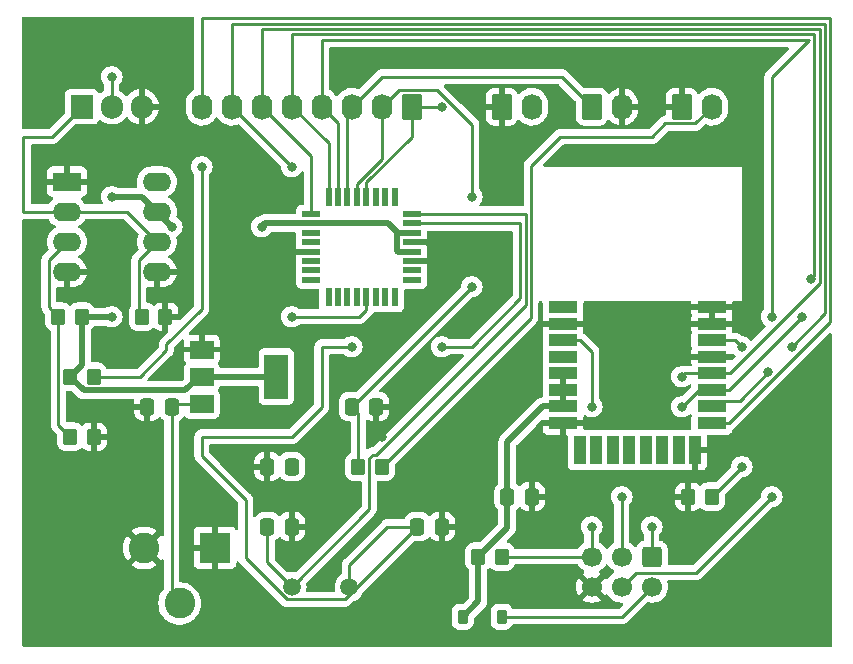
<source format=gbr>
G04 #@! TF.GenerationSoftware,KiCad,Pcbnew,7.0.10*
G04 #@! TF.CreationDate,2024-04-04T22:49:59-05:00*
G04 #@! TF.ProjectId,key,6b65792e-6b69-4636-9164-5f7063625858,rev?*
G04 #@! TF.SameCoordinates,Original*
G04 #@! TF.FileFunction,Copper,L1,Top*
G04 #@! TF.FilePolarity,Positive*
%FSLAX46Y46*%
G04 Gerber Fmt 4.6, Leading zero omitted, Abs format (unit mm)*
G04 Created by KiCad (PCBNEW 7.0.10) date 2024-04-04 22:49:59*
%MOMM*%
%LPD*%
G01*
G04 APERTURE LIST*
G04 Aperture macros list*
%AMRoundRect*
0 Rectangle with rounded corners*
0 $1 Rounding radius*
0 $2 $3 $4 $5 $6 $7 $8 $9 X,Y pos of 4 corners*
0 Add a 4 corners polygon primitive as box body*
4,1,4,$2,$3,$4,$5,$6,$7,$8,$9,$2,$3,0*
0 Add four circle primitives for the rounded corners*
1,1,$1+$1,$2,$3*
1,1,$1+$1,$4,$5*
1,1,$1+$1,$6,$7*
1,1,$1+$1,$8,$9*
0 Add four rect primitives between the rounded corners*
20,1,$1+$1,$2,$3,$4,$5,0*
20,1,$1+$1,$4,$5,$6,$7,0*
20,1,$1+$1,$6,$7,$8,$9,0*
20,1,$1+$1,$8,$9,$2,$3,0*%
G04 Aperture macros list end*
G04 #@! TA.AperFunction,ComponentPad*
%ADD10RoundRect,0.250000X-0.600000X0.600000X-0.600000X-0.600000X0.600000X-0.600000X0.600000X0.600000X0*%
G04 #@! TD*
G04 #@! TA.AperFunction,ComponentPad*
%ADD11C,1.700000*%
G04 #@! TD*
G04 #@! TA.AperFunction,SMDPad,CuDef*
%ADD12RoundRect,0.250000X-0.350000X-0.450000X0.350000X-0.450000X0.350000X0.450000X-0.350000X0.450000X0*%
G04 #@! TD*
G04 #@! TA.AperFunction,SMDPad,CuDef*
%ADD13RoundRect,0.250000X0.350000X0.450000X-0.350000X0.450000X-0.350000X-0.450000X0.350000X-0.450000X0*%
G04 #@! TD*
G04 #@! TA.AperFunction,SMDPad,CuDef*
%ADD14RoundRect,0.225000X-0.225000X-0.375000X0.225000X-0.375000X0.225000X0.375000X-0.225000X0.375000X0*%
G04 #@! TD*
G04 #@! TA.AperFunction,ComponentPad*
%ADD15R,2.400000X1.600000*%
G04 #@! TD*
G04 #@! TA.AperFunction,ComponentPad*
%ADD16O,2.400000X1.600000*%
G04 #@! TD*
G04 #@! TA.AperFunction,ComponentPad*
%ADD17C,1.500000*%
G04 #@! TD*
G04 #@! TA.AperFunction,SMDPad,CuDef*
%ADD18R,1.600000X0.550000*%
G04 #@! TD*
G04 #@! TA.AperFunction,SMDPad,CuDef*
%ADD19R,0.550000X1.600000*%
G04 #@! TD*
G04 #@! TA.AperFunction,SMDPad,CuDef*
%ADD20R,2.450000X1.000000*%
G04 #@! TD*
G04 #@! TA.AperFunction,SMDPad,CuDef*
%ADD21R,1.000000X2.450000*%
G04 #@! TD*
G04 #@! TA.AperFunction,ComponentPad*
%ADD22RoundRect,0.250000X0.620000X0.845000X-0.620000X0.845000X-0.620000X-0.845000X0.620000X-0.845000X0*%
G04 #@! TD*
G04 #@! TA.AperFunction,ComponentPad*
%ADD23O,1.740000X2.190000*%
G04 #@! TD*
G04 #@! TA.AperFunction,ComponentPad*
%ADD24R,1.905000X2.000000*%
G04 #@! TD*
G04 #@! TA.AperFunction,ComponentPad*
%ADD25O,1.905000X2.000000*%
G04 #@! TD*
G04 #@! TA.AperFunction,SMDPad,CuDef*
%ADD26RoundRect,0.250000X-0.337500X-0.475000X0.337500X-0.475000X0.337500X0.475000X-0.337500X0.475000X0*%
G04 #@! TD*
G04 #@! TA.AperFunction,ComponentPad*
%ADD27R,2.600000X2.600000*%
G04 #@! TD*
G04 #@! TA.AperFunction,ComponentPad*
%ADD28C,2.600000*%
G04 #@! TD*
G04 #@! TA.AperFunction,ComponentPad*
%ADD29RoundRect,0.250000X-0.620000X-0.845000X0.620000X-0.845000X0.620000X0.845000X-0.620000X0.845000X0*%
G04 #@! TD*
G04 #@! TA.AperFunction,SMDPad,CuDef*
%ADD30R,2.000000X1.500000*%
G04 #@! TD*
G04 #@! TA.AperFunction,SMDPad,CuDef*
%ADD31R,2.000000X3.800000*%
G04 #@! TD*
G04 #@! TA.AperFunction,SMDPad,CuDef*
%ADD32RoundRect,0.250000X0.337500X0.475000X-0.337500X0.475000X-0.337500X-0.475000X0.337500X-0.475000X0*%
G04 #@! TD*
G04 #@! TA.AperFunction,ViaPad*
%ADD33C,0.800000*%
G04 #@! TD*
G04 #@! TA.AperFunction,Conductor*
%ADD34C,0.508000*%
G04 #@! TD*
G04 #@! TA.AperFunction,Conductor*
%ADD35C,0.254000*%
G04 #@! TD*
G04 APERTURE END LIST*
D10*
G04 #@! TO.P,J4,1,MISO*
G04 #@! TO.N,/MISO*
X177800000Y-99060000D03*
D11*
G04 #@! TO.P,J4,2,VCC*
G04 #@! TO.N,Net-(D1-A)*
X177800000Y-101600000D03*
G04 #@! TO.P,J4,3,SCK*
G04 #@! TO.N,/SCK*
X175260000Y-99060000D03*
G04 #@! TO.P,J4,4,MOSI*
G04 #@! TO.N,/MOSI*
X175260000Y-101600000D03*
G04 #@! TO.P,J4,5,~{RST}*
G04 #@! TO.N,/RESET*
X172720000Y-99060000D03*
G04 #@! TO.P,J4,6,GND*
G04 #@! TO.N,GND*
X172720000Y-101600000D03*
G04 #@! TD*
D12*
G04 #@! TO.P,Gate-bias1,1*
G04 #@! TO.N,Net-(Q1-G)*
X134620000Y-78740000D03*
G04 #@! TO.P,Gate-bias1,2*
G04 #@! TO.N,GND*
X136620000Y-78740000D03*
G04 #@! TD*
D13*
G04 #@! TO.P,R2,1*
G04 #@! TO.N,Net-(J1-Pin_2)*
X154940000Y-91440000D03*
G04 #@! TO.P,R2,2*
G04 #@! TO.N,/button*
X152940000Y-91440000D03*
G04 #@! TD*
D14*
G04 #@! TO.P,D1,1,K*
G04 #@! TO.N,+3.3V*
X161800000Y-104140000D03*
G04 #@! TO.P,D1,2,A*
G04 #@! TO.N,Net-(D1-A)*
X165100000Y-104140000D03*
G04 #@! TD*
D15*
G04 #@! TO.P,U2,1,NULL*
G04 #@! TO.N,GND*
X128280000Y-67320000D03*
D16*
G04 #@! TO.P,U2,2,-*
G04 #@! TO.N,Net-(Q1-G)*
X128280000Y-69860000D03*
G04 #@! TO.P,U2,3,+*
G04 #@! TO.N,Net-(U2-+)*
X128280000Y-72400000D03*
G04 #@! TO.P,U2,4,V-*
G04 #@! TO.N,GND*
X128280000Y-74940000D03*
G04 #@! TO.P,U2,5,NULL*
X135900000Y-74940000D03*
G04 #@! TO.P,U2,6*
G04 #@! TO.N,Net-(Q1-G)*
X135900000Y-72400000D03*
G04 #@! TO.P,U2,7,V+*
G04 #@! TO.N,+3.3V*
X135900000Y-69860000D03*
G04 #@! TO.P,U2,8,NC*
G04 #@! TO.N,unconnected-(U2-NC-Pad8)*
X135900000Y-67320000D03*
G04 #@! TD*
D17*
G04 #@! TO.P,Y1,1,1*
G04 #@! TO.N,Net-(U1-XTAL2{slash}PB7)*
X147320000Y-101600000D03*
G04 #@! TO.P,Y1,2,2*
G04 #@! TO.N,Net-(U1-XTAL1{slash}PB6)*
X152200000Y-101600000D03*
G04 #@! TD*
D18*
G04 #@! TO.P,U1,1,PD3*
G04 #@! TO.N,unconnected-(U1-PD3-Pad1)*
X157480000Y-75630000D03*
G04 #@! TO.P,U1,2,PD4*
G04 #@! TO.N,unconnected-(U1-PD4-Pad2)*
X157480000Y-74830000D03*
G04 #@! TO.P,U1,3,GND*
G04 #@! TO.N,GND*
X157480000Y-74030000D03*
G04 #@! TO.P,U1,4,VCC*
G04 #@! TO.N,+3.3V*
X157480000Y-73230000D03*
G04 #@! TO.P,U1,5,GND*
G04 #@! TO.N,GND*
X157480000Y-72430000D03*
G04 #@! TO.P,U1,6,VCC*
G04 #@! TO.N,+3.3V*
X157480000Y-71630000D03*
G04 #@! TO.P,U1,7,XTAL1/PB6*
G04 #@! TO.N,Net-(U1-XTAL1{slash}PB6)*
X157480000Y-70830000D03*
G04 #@! TO.P,U1,8,XTAL2/PB7*
G04 #@! TO.N,Net-(U1-XTAL2{slash}PB7)*
X157480000Y-70030000D03*
D19*
G04 #@! TO.P,U1,9,PD5*
G04 #@! TO.N,unconnected-(U1-PD5-Pad9)*
X156030000Y-68580000D03*
G04 #@! TO.P,U1,10,PD6*
G04 #@! TO.N,unconnected-(U1-PD6-Pad10)*
X155230000Y-68580000D03*
G04 #@! TO.P,U1,11,PD7*
G04 #@! TO.N,unconnected-(U1-PD7-Pad11)*
X154430000Y-68580000D03*
G04 #@! TO.P,U1,12,PB0*
G04 #@! TO.N,/confirmation*
X153630000Y-68580000D03*
G04 #@! TO.P,U1,13,PB1*
G04 #@! TO.N,/button*
X152830000Y-68580000D03*
G04 #@! TO.P,U1,14,PB2*
G04 #@! TO.N,/alarm*
X152030000Y-68580000D03*
G04 #@! TO.P,U1,15,PB3*
G04 #@! TO.N,/MOSI*
X151230000Y-68580000D03*
G04 #@! TO.P,U1,16,PB4*
G04 #@! TO.N,/MISO*
X150430000Y-68580000D03*
D18*
G04 #@! TO.P,U1,17,PB5*
G04 #@! TO.N,/SCK*
X148980000Y-70030000D03*
G04 #@! TO.P,U1,18,AVCC*
G04 #@! TO.N,+3.3V*
X148980000Y-70830000D03*
G04 #@! TO.P,U1,19,ADC6*
G04 #@! TO.N,unconnected-(U1-ADC6-Pad19)*
X148980000Y-71630000D03*
G04 #@! TO.P,U1,20,AREF*
G04 #@! TO.N,unconnected-(U1-AREF-Pad20)*
X148980000Y-72430000D03*
G04 #@! TO.P,U1,21,GND*
G04 #@! TO.N,GND*
X148980000Y-73230000D03*
G04 #@! TO.P,U1,22,ADC7*
G04 #@! TO.N,unconnected-(U1-ADC7-Pad22)*
X148980000Y-74030000D03*
G04 #@! TO.P,U1,23,PC0*
G04 #@! TO.N,unconnected-(U1-PC0-Pad23)*
X148980000Y-74830000D03*
G04 #@! TO.P,U1,24,PC1*
G04 #@! TO.N,unconnected-(U1-PC1-Pad24)*
X148980000Y-75630000D03*
D19*
G04 #@! TO.P,U1,25,PC2*
G04 #@! TO.N,unconnected-(U1-PC2-Pad25)*
X150430000Y-77080000D03*
G04 #@! TO.P,U1,26,PC3*
G04 #@! TO.N,unconnected-(U1-PC3-Pad26)*
X151230000Y-77080000D03*
G04 #@! TO.P,U1,27,PC4*
G04 #@! TO.N,unconnected-(U1-PC4-Pad27)*
X152030000Y-77080000D03*
G04 #@! TO.P,U1,28,PC5*
G04 #@! TO.N,unconnected-(U1-PC5-Pad28)*
X152830000Y-77080000D03*
G04 #@! TO.P,U1,29,~{RESET}/PC6*
G04 #@! TO.N,/RESET*
X153630000Y-77080000D03*
G04 #@! TO.P,U1,30,PD0*
G04 #@! TO.N,unconnected-(U1-PD0-Pad30)*
X154430000Y-77080000D03*
G04 #@! TO.P,U1,31,PD1*
G04 #@! TO.N,unconnected-(U1-PD1-Pad31)*
X155230000Y-77080000D03*
G04 #@! TO.P,U1,32,PD2*
G04 #@! TO.N,unconnected-(U1-PD2-Pad32)*
X156030000Y-77080000D03*
G04 #@! TD*
D13*
G04 #@! TO.P,PressureSensor1,1*
G04 #@! TO.N,+3.3V*
X129540000Y-78740000D03*
G04 #@! TO.P,PressureSensor1,2*
G04 #@! TO.N,Net-(U2-+)*
X127540000Y-78740000D03*
G04 #@! TD*
D20*
G04 #@! TO.P,DWM1,1,EXTON*
G04 #@! TO.N,unconnected-(DWM1-EXTON-Pad1)*
X170280000Y-77941200D03*
G04 #@! TO.P,DWM1,2,WAKEUP*
G04 #@! TO.N,GND*
X170280000Y-79341200D03*
G04 #@! TO.P,DWM1,3,RSTn*
G04 #@! TO.N,/RESET*
X170280000Y-80741200D03*
G04 #@! TO.P,DWM1,4,GPIO7*
G04 #@! TO.N,unconnected-(DWM1-GPIO7-Pad4)*
X170280000Y-82141200D03*
G04 #@! TO.P,DWM1,5,VDDAON*
G04 #@! TO.N,+3.3V*
X170280000Y-83541200D03*
G04 #@! TO.P,DWM1,6,VDD3V3*
X170280000Y-84941200D03*
G04 #@! TO.P,DWM1,7,VDD3V3*
X170280000Y-86341200D03*
G04 #@! TO.P,DWM1,8,VSS*
G04 #@! TO.N,GND*
X170280000Y-87741200D03*
D21*
G04 #@! TO.P,DWM1,9,GPIO6/EXTRXE/SPIHA*
G04 #@! TO.N,unconnected-(DWM1-GPIO6{slash}EXTRXE{slash}SPIHA-Pad9)*
X171680000Y-90036200D03*
G04 #@! TO.P,DWM1,10,GPIO5/EXTTXE/SPIPOL*
G04 #@! TO.N,unconnected-(DWM1-GPIO5{slash}EXTTXE{slash}SPIPOL-Pad10)*
X173080000Y-90036200D03*
G04 #@! TO.P,DWM1,11,GPIO4/EXTPA*
G04 #@! TO.N,unconnected-(DWM1-GPIO4{slash}EXTPA-Pad11)*
X174480000Y-90036200D03*
G04 #@! TO.P,DWM1,12,GPIO3/TXLED*
G04 #@! TO.N,unconnected-(DWM1-GPIO3{slash}TXLED-Pad12)*
X175880000Y-90036200D03*
G04 #@! TO.P,DWM1,13,GPIO2/RXLED*
G04 #@! TO.N,unconnected-(DWM1-GPIO2{slash}RXLED-Pad13)*
X177280000Y-90036200D03*
G04 #@! TO.P,DWM1,14,GPIO1/SFDLED*
G04 #@! TO.N,unconnected-(DWM1-GPIO1{slash}SFDLED-Pad14)*
X178680000Y-90036200D03*
G04 #@! TO.P,DWM1,15,GPIO0/RXOKLED*
G04 #@! TO.N,unconnected-(DWM1-GPIO0{slash}RXOKLED-Pad15)*
X180080000Y-90036200D03*
G04 #@! TO.P,DWM1,16,VSS*
G04 #@! TO.N,GND*
X181480000Y-90036200D03*
D20*
G04 #@! TO.P,DWM1,17,SPICSn*
G04 #@! TO.N,/Csn*
X182880000Y-87740000D03*
G04 #@! TO.P,DWM1,18,SPIMOSI*
G04 #@! TO.N,/MOSI*
X182880000Y-86340000D03*
G04 #@! TO.P,DWM1,19,SPIMISO*
G04 #@! TO.N,/MISO*
X182880000Y-84941200D03*
G04 #@! TO.P,DWM1,20,SPICLK*
G04 #@! TO.N,/SCK*
X182880000Y-83541200D03*
G04 #@! TO.P,DWM1,21,VSS*
G04 #@! TO.N,GND*
X182880000Y-82141200D03*
G04 #@! TO.P,DWM1,22,IRQ/GPIO8*
G04 #@! TO.N,unconnected-(DWM1-IRQ{slash}GPIO8-Pad22)*
X182880000Y-80741200D03*
G04 #@! TO.P,DWM1,23,VSS*
G04 #@! TO.N,GND*
X182880000Y-79341200D03*
G04 #@! TO.P,DWM1,24,VSS*
X182880000Y-77941200D03*
G04 #@! TD*
D22*
G04 #@! TO.P,J5,1,Pin_1*
G04 #@! TO.N,/confirmation*
X157480000Y-60960000D03*
D23*
G04 #@! TO.P,J5,2,Pin_2*
G04 #@! TO.N,/button*
X154940000Y-60960000D03*
G04 #@! TO.P,J5,3,Pin_3*
G04 #@! TO.N,/alarm*
X152400000Y-60960000D03*
G04 #@! TO.P,J5,4,Pin_4*
G04 #@! TO.N,/MOSI*
X149860000Y-60960000D03*
G04 #@! TO.P,J5,5,Pin_5*
G04 #@! TO.N,/MISO*
X147320000Y-60960000D03*
G04 #@! TO.P,J5,6,Pin_6*
G04 #@! TO.N,/SCK*
X144780000Y-60960000D03*
G04 #@! TO.P,J5,7,Pin_7*
G04 #@! TO.N,/RESET*
X142240000Y-60960000D03*
G04 #@! TO.P,J5,8,Pin_8*
G04 #@! TO.N,/Csn*
X139700000Y-60960000D03*
G04 #@! TD*
D24*
G04 #@! TO.P,Q1,1,G*
G04 #@! TO.N,Net-(Q1-G)*
X129540000Y-60960000D03*
D25*
G04 #@! TO.P,Q1,2,D*
G04 #@! TO.N,/confirmation*
X132080000Y-60960000D03*
G04 #@! TO.P,Q1,3,S*
G04 #@! TO.N,GND*
X134620000Y-60960000D03*
G04 #@! TD*
D12*
G04 #@! TO.P,R4,1*
G04 #@! TO.N,+3.3V*
X163100000Y-99060000D03*
G04 #@! TO.P,R4,2*
G04 #@! TO.N,/RESET*
X165100000Y-99060000D03*
G04 #@! TD*
G04 #@! TO.P,RM1,1*
G04 #@! TO.N,Net-(U2-+)*
X128540000Y-88900000D03*
G04 #@! TO.P,RM1,2*
G04 #@! TO.N,GND*
X130540000Y-88900000D03*
G04 #@! TD*
D26*
G04 #@! TO.P,C4,1*
G04 #@! TO.N,GND*
X145245000Y-91440000D03*
G04 #@! TO.P,C4,2*
G04 #@! TO.N,+3.3V*
X147320000Y-91440000D03*
G04 #@! TD*
G04 #@! TO.P,C6,1*
G04 #@! TO.N,Net-(U1-XTAL1{slash}PB6)*
X157945000Y-96520000D03*
G04 #@! TO.P,C6,2*
G04 #@! TO.N,GND*
X160020000Y-96520000D03*
G04 #@! TD*
G04 #@! TO.P,C5,1*
G04 #@! TO.N,Net-(U1-XTAL2{slash}PB7)*
X145245000Y-96520000D03*
G04 #@! TO.P,C5,2*
G04 #@! TO.N,GND*
X147320000Y-96520000D03*
G04 #@! TD*
D27*
G04 #@! TO.P,J6,1*
G04 #@! TO.N,GND*
X140820000Y-98310000D03*
D28*
G04 #@! TO.P,J6,2*
X134820000Y-98310000D03*
G04 #@! TO.P,J6,3*
G04 #@! TO.N,Net-(U3-VI)*
X137820000Y-103010000D03*
G04 #@! TD*
D26*
G04 #@! TO.P,C3,1*
G04 #@! TO.N,/button*
X152400000Y-86360000D03*
G04 #@! TO.P,C3,2*
G04 #@! TO.N,GND*
X154475000Y-86360000D03*
G04 #@! TD*
D29*
G04 #@! TO.P,J3,1,Pin_1*
G04 #@! TO.N,GND*
X165100000Y-60960000D03*
D23*
G04 #@! TO.P,J3,2,Pin_2*
G04 #@! TO.N,Net-(J3-Pin_2)*
X167640000Y-60960000D03*
G04 #@! TD*
D29*
G04 #@! TO.P,J1,1,Pin_1*
G04 #@! TO.N,GND*
X180340000Y-60960000D03*
D23*
G04 #@! TO.P,J1,2,Pin_2*
G04 #@! TO.N,Net-(J1-Pin_2)*
X182880000Y-60960000D03*
G04 #@! TD*
D26*
G04 #@! TO.P,C2,1*
G04 #@! TO.N,+3.3V*
X165565000Y-93980000D03*
G04 #@! TO.P,C2,2*
G04 #@! TO.N,GND*
X167640000Y-93980000D03*
G04 #@! TD*
D30*
G04 #@! TO.P,U3,1,GND*
G04 #@! TO.N,GND*
X139700000Y-81520000D03*
G04 #@! TO.P,U3,2,VO*
G04 #@! TO.N,+3.3V*
X139700000Y-83820000D03*
D31*
X146000000Y-83820000D03*
D30*
G04 #@! TO.P,U3,3,VI*
G04 #@! TO.N,Net-(U3-VI)*
X139700000Y-86120000D03*
G04 #@! TD*
D12*
G04 #@! TO.P,Pulldown1,1*
G04 #@! TO.N,+3.3V*
X128540000Y-83820000D03*
G04 #@! TO.P,Pulldown1,2*
G04 #@! TO.N,/confirmation*
X130540000Y-83820000D03*
G04 #@! TD*
G04 #@! TO.P,R1,1*
G04 #@! TO.N,GND*
X180880000Y-93980000D03*
G04 #@! TO.P,R1,2*
G04 #@! TO.N,unconnected-(DWM1-IRQ{slash}GPIO8-Pad22)*
X182880000Y-93980000D03*
G04 #@! TD*
D32*
G04 #@! TO.P,C1,1*
G04 #@! TO.N,Net-(U3-VI)*
X137160000Y-86360000D03*
G04 #@! TO.P,C1,2*
G04 #@! TO.N,GND*
X135085000Y-86360000D03*
G04 #@! TD*
D29*
G04 #@! TO.P,J2,1,Pin_1*
G04 #@! TO.N,/alarm*
X172720000Y-60960000D03*
D23*
G04 #@! TO.P,J2,2,Pin_2*
G04 #@! TO.N,GND*
X175260000Y-60960000D03*
G04 #@! TD*
D33*
G04 #@! TO.N,GND*
X144780000Y-73660000D03*
X160020000Y-73660000D03*
X154940000Y-88900000D03*
X142240000Y-101600000D03*
G04 #@! TO.N,+3.3V*
X146000000Y-83820000D03*
X132080000Y-78740000D03*
X144780000Y-71120000D03*
X147320000Y-91440000D03*
X132080000Y-68580000D03*
X163100000Y-99060000D03*
X137160000Y-71120000D03*
G04 #@! TO.N,/button*
X162560000Y-68580000D03*
X152400000Y-86360000D03*
X162560000Y-76200000D03*
G04 #@! TO.N,/MOSI*
X187960000Y-78740000D03*
X187605433Y-83465433D03*
X187960000Y-93980000D03*
G04 #@! TO.N,/MISO*
X190500000Y-78740000D03*
X177800000Y-96520000D03*
X191278000Y-75545907D03*
X180340000Y-86360000D03*
G04 #@! TO.N,/confirmation*
X139700000Y-66040000D03*
X132080000Y-58420000D03*
X160020000Y-60960000D03*
G04 #@! TO.N,/SCK*
X180340000Y-83820000D03*
X175260000Y-93980000D03*
G04 #@! TO.N,Net-(U1-XTAL1{slash}PB6)*
X160020000Y-81280000D03*
X152400000Y-81280000D03*
G04 #@! TO.N,/RESET*
X172720000Y-86360000D03*
X172720000Y-96520000D03*
X147320000Y-66040000D03*
X147320000Y-78740000D03*
X189646000Y-81280000D03*
G04 #@! TO.N,unconnected-(DWM1-IRQ{slash}GPIO8-Pad22)*
X185420000Y-81280000D03*
X185420000Y-91440000D03*
G04 #@! TD*
D34*
G04 #@! TO.N,GND*
X157480000Y-72430000D02*
X158790000Y-72430000D01*
X144780000Y-73660000D02*
X145210000Y-73230000D01*
X160020000Y-73660000D02*
X159650000Y-74030000D01*
X154475000Y-86360000D02*
X154475000Y-88435000D01*
X158790000Y-72430000D02*
X160020000Y-73660000D01*
X154475000Y-88435000D02*
X154940000Y-88900000D01*
X159650000Y-74030000D02*
X157480000Y-74030000D01*
X145210000Y-73230000D02*
X148980000Y-73230000D01*
X140820000Y-100180000D02*
X142240000Y-101600000D01*
X140820000Y-98310000D02*
X140820000Y-100180000D01*
G04 #@! TO.N,+3.3V*
X165565000Y-89323200D02*
X168547000Y-86341200D01*
X138296000Y-84974000D02*
X129694000Y-84974000D01*
X170280000Y-84941200D02*
X170280000Y-86341200D01*
X170280000Y-83541200D02*
X170280000Y-84941200D01*
X129540000Y-82820000D02*
X128540000Y-83820000D01*
X129694000Y-84974000D02*
X128540000Y-83820000D01*
X145070000Y-70830000D02*
X144780000Y-71120000D01*
X157480000Y-71630000D02*
X156297000Y-71630000D01*
X129540000Y-78740000D02*
X129540000Y-82820000D01*
X139700000Y-83820000D02*
X139450000Y-83820000D01*
X135900000Y-69860000D02*
X137160000Y-71120000D01*
X156297000Y-73230000D02*
X157480000Y-73230000D01*
X148980000Y-70830000D02*
X155497000Y-70830000D01*
X135900000Y-69860000D02*
X134620000Y-68580000D01*
X139700000Y-83820000D02*
X146000000Y-83820000D01*
X135900000Y-69860000D02*
X135900000Y-69840000D01*
X165565000Y-96595000D02*
X163100000Y-99060000D01*
X156226000Y-71701000D02*
X156226000Y-73159000D01*
X165565000Y-93980000D02*
X165565000Y-89323200D01*
X148980000Y-70830000D02*
X145070000Y-70830000D01*
X165565000Y-93980000D02*
X165565000Y-96595000D01*
X155497000Y-70830000D02*
X156297000Y-71630000D01*
X168547000Y-86341200D02*
X170280000Y-86341200D01*
X132080000Y-78740000D02*
X129540000Y-78740000D01*
X163100000Y-102840000D02*
X161800000Y-104140000D01*
X156297000Y-71630000D02*
X156226000Y-71701000D01*
X163100000Y-99060000D02*
X163100000Y-102840000D01*
X139450000Y-83820000D02*
X138296000Y-84974000D01*
X156226000Y-73159000D02*
X156297000Y-73230000D01*
X134620000Y-68580000D02*
X132080000Y-68580000D01*
D35*
G04 #@! TO.N,/button*
X162560000Y-62471866D02*
X162560000Y-68580000D01*
X154247500Y-61260000D02*
X154840429Y-61260000D01*
X154940000Y-60960000D02*
X156362000Y-59538000D01*
X152400000Y-86360000D02*
X152940000Y-86900000D01*
X154940000Y-65397948D02*
X152830000Y-67507948D01*
X152830000Y-67507948D02*
X152830000Y-68580000D01*
X159626134Y-59538000D02*
X161833000Y-61744866D01*
X162560000Y-76200000D02*
X152400000Y-86360000D01*
X161833000Y-61744866D02*
X162560000Y-62471866D01*
X152940000Y-86900000D02*
X152940000Y-91440000D01*
X156362000Y-59538000D02*
X159626134Y-59538000D01*
X154940000Y-60960000D02*
X154940000Y-65397948D01*
G04 #@! TO.N,/Csn*
X139700000Y-60960000D02*
X139700000Y-53467000D01*
X192913000Y-79186000D02*
X184359000Y-87740000D01*
X139700000Y-53467000D02*
X192913000Y-53467000D01*
X183859000Y-87740000D02*
X182880000Y-87740000D01*
X184359000Y-87740000D02*
X182880000Y-87740000D01*
X192913000Y-53467000D02*
X192913000Y-79186000D01*
G04 #@! TO.N,/MOSI*
X149860000Y-55283000D02*
X191097000Y-55283000D01*
X187960000Y-93980000D02*
X181517000Y-100423000D01*
X187960000Y-58420000D02*
X187960000Y-78740000D01*
X181517000Y-100423000D02*
X176437000Y-100423000D01*
X183374067Y-85845933D02*
X185224933Y-85845933D01*
X185224933Y-85845933D02*
X187605433Y-83465433D01*
X191097000Y-55283000D02*
X187960000Y-58420000D01*
X149860000Y-60960000D02*
X149860000Y-55283000D01*
X176437000Y-100423000D02*
X175260000Y-101600000D01*
X151230000Y-62330000D02*
X151230000Y-68580000D01*
X149860000Y-60960000D02*
X151230000Y-62330000D01*
X182880000Y-86340000D02*
X183374067Y-85845933D01*
G04 #@! TO.N,/MISO*
X150430000Y-64070000D02*
X150430000Y-68580000D01*
X147320000Y-60960000D02*
X147320000Y-54829000D01*
X181758800Y-84941200D02*
X180340000Y-86360000D01*
X147320000Y-54829000D02*
X191551000Y-54829000D01*
X191551000Y-75272907D02*
X191278000Y-75545907D01*
X191551000Y-54829000D02*
X191551000Y-75272907D01*
X147320000Y-60960000D02*
X150430000Y-64070000D01*
X184298800Y-84941200D02*
X182880000Y-84941200D01*
X182880000Y-84941200D02*
X181758800Y-84941200D01*
X177800000Y-99060000D02*
X177800000Y-96520000D01*
X190500000Y-78740000D02*
X184298800Y-84941200D01*
G04 #@! TO.N,Net-(D1-A)*
X175260000Y-104140000D02*
X177800000Y-101600000D01*
X165100000Y-104140000D02*
X175260000Y-104140000D01*
G04 #@! TO.N,Net-(Q1-G)*
X128280000Y-69860000D02*
X133360000Y-69860000D01*
X124587000Y-69860000D02*
X128280000Y-69860000D01*
X133360000Y-69860000D02*
X135900000Y-72400000D01*
X129540000Y-60960000D02*
X127000000Y-63500000D01*
X134373000Y-73927000D02*
X135900000Y-72400000D01*
X134620000Y-78740000D02*
X134373000Y-78493000D01*
X134373000Y-78493000D02*
X134373000Y-73927000D01*
X127000000Y-63500000D02*
X124587000Y-63500000D01*
X124587000Y-63500000D02*
X124587000Y-69860000D01*
G04 #@! TO.N,Net-(J1-Pin_2)*
X182880000Y-60960000D02*
X181458000Y-62382000D01*
X167563000Y-78817000D02*
X154940000Y-91440000D01*
X167563000Y-65987394D02*
X167563000Y-78817000D01*
X170050394Y-63500000D02*
X167563000Y-65987394D01*
X177800000Y-63500000D02*
X170050394Y-63500000D01*
X178918000Y-62382000D02*
X177800000Y-63500000D01*
X181458000Y-62382000D02*
X178918000Y-62382000D01*
G04 #@! TO.N,Net-(U2-+)*
X126753000Y-77953000D02*
X127540000Y-78740000D01*
X128280000Y-72400000D02*
X126753000Y-73927000D01*
X127540000Y-87900000D02*
X128540000Y-88900000D01*
X126753000Y-73927000D02*
X126753000Y-77953000D01*
X127540000Y-78740000D02*
X127540000Y-87900000D01*
G04 #@! TO.N,/confirmation*
X134426428Y-83820000D02*
X130540000Y-83820000D01*
X153630000Y-67350000D02*
X153630000Y-68580000D01*
X157480000Y-63500000D02*
X153630000Y-67350000D01*
X132080000Y-60960000D02*
X132080000Y-58420000D01*
X157480000Y-60960000D02*
X157480000Y-63500000D01*
X139700000Y-78097948D02*
X136706000Y-81091948D01*
X160020000Y-60960000D02*
X157480000Y-60960000D01*
X136706000Y-81540428D02*
X134426428Y-83820000D01*
X136706000Y-81091948D02*
X136706000Y-81540428D01*
X139700000Y-66040000D02*
X139700000Y-78097948D01*
G04 #@! TO.N,/alarm*
X172720000Y-60960000D02*
X170180000Y-58420000D01*
X152400000Y-60960000D02*
X152030000Y-61330000D01*
X152030000Y-61330000D02*
X152030000Y-68580000D01*
X170180000Y-58420000D02*
X154940000Y-58420000D01*
X154940000Y-58420000D02*
X152400000Y-60960000D01*
G04 #@! TO.N,/SCK*
X148980000Y-65160000D02*
X148980000Y-70030000D01*
X192005000Y-75927000D02*
X184390800Y-83541200D01*
X180340000Y-83820000D02*
X180618800Y-83541200D01*
X180618800Y-83541200D02*
X182880000Y-83541200D01*
X144780000Y-60960000D02*
X148980000Y-65160000D01*
X184390800Y-83541200D02*
X182880000Y-83541200D01*
X144780000Y-54375000D02*
X192005000Y-54375000D01*
X144780000Y-60960000D02*
X144780000Y-54375000D01*
X192005000Y-54375000D02*
X192005000Y-75927000D01*
X175260000Y-99060000D02*
X175260000Y-93980000D01*
G04 #@! TO.N,Net-(U1-XTAL2{slash}PB7)*
X153867000Y-95053000D02*
X147320000Y-101600000D01*
X154455134Y-90413000D02*
X154198072Y-90413000D01*
X167109000Y-70030000D02*
X167109000Y-77759134D01*
X145245000Y-99525000D02*
X145245000Y-96520000D01*
X167109000Y-77759134D02*
X154455134Y-90413000D01*
X147320000Y-101600000D02*
X145245000Y-99525000D01*
X154198072Y-90413000D02*
X153867000Y-90744072D01*
X157480000Y-70030000D02*
X167109000Y-70030000D01*
X153867000Y-90744072D02*
X153867000Y-95053000D01*
G04 #@! TO.N,Net-(U1-XTAL1{slash}PB6)*
X147320000Y-88900000D02*
X139700000Y-88900000D01*
X157945000Y-96520000D02*
X155405000Y-96520000D01*
X149860000Y-86360000D02*
X147320000Y-88900000D01*
X160020000Y-81280000D02*
X162560000Y-81280000D01*
X157480000Y-70830000D02*
X166655000Y-70830000D01*
X152200000Y-101600000D02*
X152200000Y-99725000D01*
X166655000Y-77185000D02*
X162560000Y-81280000D01*
X166655000Y-70830000D02*
X166655000Y-77185000D01*
X152200000Y-99725000D02*
X155405000Y-96520000D01*
X149860000Y-81280000D02*
X152400000Y-81280000D01*
X149860000Y-81280000D02*
X149860000Y-86360000D01*
X151788000Y-102677000D02*
X157945000Y-96520000D01*
X143400500Y-99203609D02*
X146873891Y-102677000D01*
X143400500Y-94235928D02*
X143400500Y-99203609D01*
X146873891Y-102677000D02*
X151788000Y-102677000D01*
X139700000Y-88900000D02*
X139700000Y-90535428D01*
X139700000Y-90535428D02*
X143400500Y-94235928D01*
G04 #@! TO.N,/RESET*
X172720000Y-81702200D02*
X172720000Y-86360000D01*
X153630000Y-77080000D02*
X153630000Y-78134000D01*
X147320000Y-66040000D02*
X142240000Y-60960000D01*
X192459000Y-53921000D02*
X192459000Y-78467000D01*
X153024000Y-78740000D02*
X147320000Y-78740000D01*
X142240000Y-53921000D02*
X192459000Y-53921000D01*
X172720000Y-99060000D02*
X172720000Y-96520000D01*
X170280000Y-80741200D02*
X171759000Y-80741200D01*
X153630000Y-78134000D02*
X153024000Y-78740000D01*
X189646000Y-81280000D02*
X189919000Y-81280000D01*
X172720000Y-99060000D02*
X165100000Y-99060000D01*
X192459000Y-78467000D02*
X189646000Y-81280000D01*
X171759000Y-80741200D02*
X172720000Y-81702200D01*
X142240000Y-60960000D02*
X142240000Y-53921000D01*
G04 #@! TO.N,unconnected-(DWM1-IRQ{slash}GPIO8-Pad22)*
X184881200Y-80741200D02*
X185420000Y-81280000D01*
X182880000Y-80741200D02*
X184881200Y-80741200D01*
X185420000Y-91440000D02*
X182880000Y-93980000D01*
G04 #@! TO.N,Net-(U3-VI)*
X137400000Y-86120000D02*
X137160000Y-86360000D01*
X137160000Y-86360000D02*
X137160000Y-102350000D01*
X137160000Y-102350000D02*
X137820000Y-103010000D01*
X139700000Y-86120000D02*
X137400000Y-86120000D01*
G04 #@! TD*
G04 #@! TA.AperFunction,Conductor*
G04 #@! TO.N,GND*
G36*
X174074855Y-99726546D02*
G01*
X174091575Y-99745842D01*
X174221501Y-99931396D01*
X174221506Y-99931402D01*
X174388597Y-100098493D01*
X174388603Y-100098498D01*
X174574158Y-100228425D01*
X174617783Y-100283002D01*
X174624977Y-100352500D01*
X174593454Y-100414855D01*
X174574158Y-100431575D01*
X174388597Y-100561505D01*
X174221505Y-100728597D01*
X174091269Y-100914595D01*
X174036692Y-100958220D01*
X173967194Y-100965414D01*
X173904839Y-100933891D01*
X173888119Y-100914595D01*
X173834925Y-100838626D01*
X173834925Y-100838625D01*
X173203076Y-101470475D01*
X173179493Y-101390156D01*
X173101761Y-101269202D01*
X172993100Y-101175048D01*
X172862315Y-101115320D01*
X172852533Y-101113913D01*
X173481373Y-100485073D01*
X173481373Y-100485072D01*
X173405405Y-100431880D01*
X173361780Y-100377304D01*
X173354586Y-100307805D01*
X173386108Y-100245451D01*
X173405399Y-100228734D01*
X173591401Y-100098495D01*
X173758495Y-99931401D01*
X173888425Y-99745842D01*
X173943002Y-99702217D01*
X174012500Y-99695023D01*
X174074855Y-99726546D01*
G37*
G04 #@! TD.AperFunction*
G04 #@! TA.AperFunction,Conductor*
G36*
X139013896Y-53360185D02*
G01*
X139059651Y-53412989D01*
X139070612Y-53456712D01*
X139072255Y-53482819D01*
X139072500Y-53490607D01*
X139072500Y-59442638D01*
X139052815Y-59509677D01*
X139013514Y-59548227D01*
X138882113Y-59629133D01*
X138882112Y-59629134D01*
X138706981Y-59783269D01*
X138706977Y-59783273D01*
X138560426Y-59964773D01*
X138560421Y-59964779D01*
X138446646Y-60168445D01*
X138368929Y-60388408D01*
X138368926Y-60388420D01*
X138329500Y-60618344D01*
X138329500Y-61243234D01*
X138344328Y-61417446D01*
X138344329Y-61417448D01*
X138344329Y-61417451D01*
X138344330Y-61417453D01*
X138360546Y-61479731D01*
X138403114Y-61643218D01*
X138498091Y-61853330D01*
X138499208Y-61855802D01*
X138629847Y-62049088D01*
X138701964Y-62124334D01*
X138791272Y-62217516D01*
X138791273Y-62217517D01*
X138978834Y-62356237D01*
X138978836Y-62356238D01*
X138978839Y-62356240D01*
X139187153Y-62461270D01*
X139410220Y-62529583D01*
X139641624Y-62559216D01*
X139874707Y-62549314D01*
X140102765Y-62500164D01*
X140319235Y-62413179D01*
X140517891Y-62290862D01*
X140693018Y-62136731D01*
X140839578Y-61955220D01*
X140858730Y-61920937D01*
X140862103Y-61914899D01*
X140911982Y-61865972D01*
X140980395Y-61851779D01*
X141045621Y-61876826D01*
X141073092Y-61905935D01*
X141169847Y-62049088D01*
X141241964Y-62124334D01*
X141331272Y-62217516D01*
X141331273Y-62217517D01*
X141518834Y-62356237D01*
X141518836Y-62356238D01*
X141518839Y-62356240D01*
X141727153Y-62461270D01*
X141950220Y-62529583D01*
X142181624Y-62559216D01*
X142414707Y-62549314D01*
X142642765Y-62500164D01*
X142745090Y-62459045D01*
X142814632Y-62452315D01*
X142876776Y-62484250D01*
X142879004Y-62486423D01*
X146381371Y-65988790D01*
X146414856Y-66050113D01*
X146417010Y-66063505D01*
X146434326Y-66228256D01*
X146434327Y-66228259D01*
X146492818Y-66408277D01*
X146492821Y-66408284D01*
X146587467Y-66572216D01*
X146714129Y-66712888D01*
X146867265Y-66824148D01*
X146867270Y-66824151D01*
X147040192Y-66901142D01*
X147040197Y-66901144D01*
X147225354Y-66940500D01*
X147225355Y-66940500D01*
X147414644Y-66940500D01*
X147414646Y-66940500D01*
X147599803Y-66901144D01*
X147772730Y-66824151D01*
X147925871Y-66712888D01*
X148052533Y-66572216D01*
X148105277Y-66480861D01*
X148121113Y-66453432D01*
X148171679Y-66405216D01*
X148240286Y-66391992D01*
X148305151Y-66417960D01*
X148345680Y-66474874D01*
X148352500Y-66515431D01*
X148352500Y-69130500D01*
X148332815Y-69197539D01*
X148280011Y-69243294D01*
X148228501Y-69254500D01*
X148132130Y-69254500D01*
X148132123Y-69254501D01*
X148072516Y-69260908D01*
X147937671Y-69311202D01*
X147937664Y-69311206D01*
X147822455Y-69397452D01*
X147822452Y-69397455D01*
X147736206Y-69512664D01*
X147736202Y-69512671D01*
X147685910Y-69647513D01*
X147685909Y-69647517D01*
X147679500Y-69707127D01*
X147679500Y-69889875D01*
X147679501Y-69951499D01*
X147659817Y-70018539D01*
X147607013Y-70064294D01*
X147555501Y-70075500D01*
X145134000Y-70075500D01*
X145116031Y-70074191D01*
X145092091Y-70070684D01*
X145045330Y-70074776D01*
X145042451Y-70075028D01*
X145031645Y-70075500D01*
X145026051Y-70075500D01*
X144995113Y-70079116D01*
X144991529Y-70079482D01*
X144916387Y-70086056D01*
X144909321Y-70087516D01*
X144909310Y-70087464D01*
X144901832Y-70089122D01*
X144901845Y-70089174D01*
X144894812Y-70090840D01*
X144823925Y-70116639D01*
X144820525Y-70117821D01*
X144748962Y-70141536D01*
X144742420Y-70144587D01*
X144742397Y-70144539D01*
X144735507Y-70147875D01*
X144735531Y-70147922D01*
X144729076Y-70151163D01*
X144666067Y-70192604D01*
X144663028Y-70194540D01*
X144607845Y-70228578D01*
X144568530Y-70244330D01*
X144500195Y-70258856D01*
X144500192Y-70258857D01*
X144327270Y-70335848D01*
X144327265Y-70335851D01*
X144174129Y-70447111D01*
X144047466Y-70587785D01*
X143952821Y-70751715D01*
X143952818Y-70751722D01*
X143894327Y-70931740D01*
X143894326Y-70931744D01*
X143874540Y-71120000D01*
X143894326Y-71308256D01*
X143894327Y-71308259D01*
X143952818Y-71488277D01*
X143952821Y-71488284D01*
X144047467Y-71652216D01*
X144133050Y-71747265D01*
X144174129Y-71792888D01*
X144327265Y-71904148D01*
X144327270Y-71904151D01*
X144500192Y-71981142D01*
X144500197Y-71981144D01*
X144685354Y-72020500D01*
X144685355Y-72020500D01*
X144874644Y-72020500D01*
X144874646Y-72020500D01*
X145059803Y-71981144D01*
X145232730Y-71904151D01*
X145385871Y-71792888D01*
X145512533Y-71652216D01*
X145515831Y-71646502D01*
X145566397Y-71598286D01*
X145623220Y-71584500D01*
X147555500Y-71584500D01*
X147622539Y-71604185D01*
X147668294Y-71656989D01*
X147679500Y-71708499D01*
X147679500Y-71952869D01*
X147679501Y-71952879D01*
X147686367Y-72016751D01*
X147686367Y-72043257D01*
X147685909Y-72047516D01*
X147685909Y-72047517D01*
X147679500Y-72107127D01*
X147679500Y-72107129D01*
X147679500Y-72107133D01*
X147679500Y-72752870D01*
X147679501Y-72752876D01*
X147686619Y-72819092D01*
X147686619Y-72845599D01*
X147680000Y-72907169D01*
X147680000Y-72980000D01*
X147698591Y-72980000D01*
X147765630Y-72999685D01*
X147797855Y-73029686D01*
X147822454Y-73062546D01*
X147822455Y-73062546D01*
X147822456Y-73062548D01*
X147913540Y-73130734D01*
X147955411Y-73186668D01*
X147960395Y-73256359D01*
X147926909Y-73317682D01*
X147913540Y-73329266D01*
X147822456Y-73397451D01*
X147822454Y-73397454D01*
X147797856Y-73430312D01*
X147741924Y-73472182D01*
X147698591Y-73480000D01*
X147680000Y-73480000D01*
X147680000Y-73552844D01*
X147686619Y-73614398D01*
X147686620Y-73640909D01*
X147685909Y-73647514D01*
X147685909Y-73647517D01*
X147679500Y-73707127D01*
X147679500Y-73707134D01*
X147679500Y-73707135D01*
X147679500Y-74352870D01*
X147679501Y-74352879D01*
X147686367Y-74416751D01*
X147686367Y-74443257D01*
X147685909Y-74447516D01*
X147685909Y-74447517D01*
X147679500Y-74507127D01*
X147679500Y-74507129D01*
X147679500Y-74507133D01*
X147679500Y-75152870D01*
X147679501Y-75152879D01*
X147686367Y-75216751D01*
X147686367Y-75243257D01*
X147685909Y-75247516D01*
X147685909Y-75247517D01*
X147679500Y-75307127D01*
X147679500Y-75307129D01*
X147679500Y-75307133D01*
X147679500Y-75952870D01*
X147679501Y-75952876D01*
X147685908Y-76012483D01*
X147736202Y-76147328D01*
X147736206Y-76147335D01*
X147822452Y-76262544D01*
X147822455Y-76262547D01*
X147937664Y-76348793D01*
X147937671Y-76348797D01*
X148072517Y-76399091D01*
X148072516Y-76399091D01*
X148079444Y-76399835D01*
X148132127Y-76405500D01*
X149530500Y-76405499D01*
X149597539Y-76425184D01*
X149643294Y-76477987D01*
X149654500Y-76529499D01*
X149654500Y-77927870D01*
X149654501Y-77927872D01*
X149659124Y-77970880D01*
X149659594Y-77975246D01*
X149647188Y-78044005D01*
X149599577Y-78095142D01*
X149536304Y-78112500D01*
X148021947Y-78112500D01*
X147954908Y-78092815D01*
X147929800Y-78071476D01*
X147925871Y-78067112D01*
X147925869Y-78067111D01*
X147925867Y-78067108D01*
X147925864Y-78067106D01*
X147772734Y-77955851D01*
X147772729Y-77955848D01*
X147599807Y-77878857D01*
X147599802Y-77878855D01*
X147454001Y-77847865D01*
X147414646Y-77839500D01*
X147225354Y-77839500D01*
X147192897Y-77846398D01*
X147040197Y-77878855D01*
X147040192Y-77878857D01*
X146867270Y-77955848D01*
X146867265Y-77955851D01*
X146714129Y-78067111D01*
X146587466Y-78207785D01*
X146492821Y-78371715D01*
X146492818Y-78371722D01*
X146434956Y-78549805D01*
X146434326Y-78551744D01*
X146414540Y-78740000D01*
X146434326Y-78928256D01*
X146434327Y-78928259D01*
X146492818Y-79108277D01*
X146492821Y-79108284D01*
X146587467Y-79272216D01*
X146675224Y-79369680D01*
X146714129Y-79412888D01*
X146867265Y-79524148D01*
X146867270Y-79524151D01*
X147040192Y-79601142D01*
X147040197Y-79601144D01*
X147225354Y-79640500D01*
X147225355Y-79640500D01*
X147414644Y-79640500D01*
X147414646Y-79640500D01*
X147599803Y-79601144D01*
X147772730Y-79524151D01*
X147925871Y-79412888D01*
X147929799Y-79408525D01*
X147989286Y-79371879D01*
X148021947Y-79367500D01*
X152941033Y-79367500D01*
X152956681Y-79369227D01*
X152956708Y-79368946D01*
X152964475Y-79369680D01*
X152964476Y-79369679D01*
X152964477Y-79369680D01*
X153031919Y-79367561D01*
X153035813Y-79367500D01*
X153063472Y-79367500D01*
X153063476Y-79367500D01*
X153067474Y-79366994D01*
X153079114Y-79366077D01*
X153122943Y-79364701D01*
X153142272Y-79359084D01*
X153161328Y-79355137D01*
X153181293Y-79352616D01*
X153222055Y-79336476D01*
X153233092Y-79332698D01*
X153275191Y-79320468D01*
X153292515Y-79310221D01*
X153309983Y-79301663D01*
X153328703Y-79294253D01*
X153364177Y-79268478D01*
X153373915Y-79262081D01*
X153411656Y-79239763D01*
X153425897Y-79225520D01*
X153440678Y-79212897D01*
X153456967Y-79201063D01*
X153484904Y-79167290D01*
X153492756Y-79158661D01*
X154015043Y-78636374D01*
X154027325Y-78626537D01*
X154027144Y-78626318D01*
X154033157Y-78621342D01*
X154033162Y-78621340D01*
X154079384Y-78572116D01*
X154082033Y-78569384D01*
X154101623Y-78549796D01*
X154104096Y-78546606D01*
X154111682Y-78537722D01*
X154141693Y-78505767D01*
X154151389Y-78488128D01*
X154162073Y-78471861D01*
X154174408Y-78455962D01*
X154174714Y-78455255D01*
X154175103Y-78454787D01*
X154178383Y-78449242D01*
X154179277Y-78449770D01*
X154219403Y-78401546D01*
X154286035Y-78380524D01*
X154288517Y-78380499D01*
X154752871Y-78380499D01*
X154752872Y-78380499D01*
X154812483Y-78374091D01*
X154812486Y-78374089D01*
X154816744Y-78373632D01*
X154843254Y-78373632D01*
X154847514Y-78374089D01*
X154847517Y-78374091D01*
X154907127Y-78380500D01*
X155552872Y-78380499D01*
X155612483Y-78374091D01*
X155612486Y-78374089D01*
X155616744Y-78373632D01*
X155643254Y-78373632D01*
X155647514Y-78374089D01*
X155647517Y-78374091D01*
X155707127Y-78380500D01*
X156352872Y-78380499D01*
X156412483Y-78374091D01*
X156547331Y-78323796D01*
X156662546Y-78237546D01*
X156748796Y-78122331D01*
X156799091Y-77987483D01*
X156805500Y-77927873D01*
X156805499Y-76529498D01*
X156825184Y-76462460D01*
X156877987Y-76416705D01*
X156929499Y-76405499D01*
X158327871Y-76405499D01*
X158327872Y-76405499D01*
X158387483Y-76399091D01*
X158522331Y-76348796D01*
X158637546Y-76262546D01*
X158723796Y-76147331D01*
X158774091Y-76012483D01*
X158780500Y-75952873D01*
X158780499Y-75307128D01*
X158774091Y-75247517D01*
X158774089Y-75247513D01*
X158773632Y-75243255D01*
X158773632Y-75216745D01*
X158774089Y-75212486D01*
X158774091Y-75212483D01*
X158780500Y-75152873D01*
X158780499Y-74507128D01*
X158774091Y-74447517D01*
X158774090Y-74447516D01*
X158773380Y-74440904D01*
X158773381Y-74414393D01*
X158779999Y-74352842D01*
X158780000Y-74352827D01*
X158780000Y-74280000D01*
X158761409Y-74280000D01*
X158694370Y-74260315D01*
X158662144Y-74230313D01*
X158637546Y-74197454D01*
X158546457Y-74129265D01*
X158504588Y-74073333D01*
X158499604Y-74003641D01*
X158533089Y-73942318D01*
X158546452Y-73930738D01*
X158637546Y-73862546D01*
X158662143Y-73829687D01*
X158718076Y-73787818D01*
X158761409Y-73780000D01*
X158780000Y-73780000D01*
X158780000Y-73707172D01*
X158779999Y-73707160D01*
X158773380Y-73645604D01*
X158773380Y-73619090D01*
X158774090Y-73612485D01*
X158774091Y-73612483D01*
X158780500Y-73552873D01*
X158780499Y-72907128D01*
X158774091Y-72847517D01*
X158774090Y-72847516D01*
X158773380Y-72840904D01*
X158773381Y-72814393D01*
X158779999Y-72752842D01*
X158780000Y-72752827D01*
X158780000Y-72680000D01*
X158761409Y-72680000D01*
X158694370Y-72660315D01*
X158662144Y-72630313D01*
X158637546Y-72597454D01*
X158546457Y-72529265D01*
X158504588Y-72473333D01*
X158499604Y-72403641D01*
X158533089Y-72342318D01*
X158546452Y-72330738D01*
X158637546Y-72262546D01*
X158662143Y-72229687D01*
X158718076Y-72187818D01*
X158761409Y-72180000D01*
X158780000Y-72180000D01*
X158780000Y-72107172D01*
X158779999Y-72107160D01*
X158773380Y-72045604D01*
X158773380Y-72019090D01*
X158774090Y-72012485D01*
X158774091Y-72012483D01*
X158780500Y-71952873D01*
X158780499Y-71581499D01*
X158800183Y-71514461D01*
X158852987Y-71468706D01*
X158904499Y-71457500D01*
X165903500Y-71457500D01*
X165970539Y-71477185D01*
X166016294Y-71529989D01*
X166027500Y-71581500D01*
X166027500Y-76873719D01*
X166007815Y-76940758D01*
X165991181Y-76961400D01*
X162336400Y-80616181D01*
X162275077Y-80649666D01*
X162248719Y-80652500D01*
X160721947Y-80652500D01*
X160654908Y-80632815D01*
X160629800Y-80611476D01*
X160625871Y-80607112D01*
X160625869Y-80607111D01*
X160625867Y-80607108D01*
X160625864Y-80607106D01*
X160472734Y-80495851D01*
X160472729Y-80495848D01*
X160299807Y-80418857D01*
X160299802Y-80418855D01*
X160154001Y-80387865D01*
X160114646Y-80379500D01*
X159925354Y-80379500D01*
X159892897Y-80386398D01*
X159740197Y-80418855D01*
X159740192Y-80418857D01*
X159567270Y-80495848D01*
X159567265Y-80495851D01*
X159414129Y-80607111D01*
X159287466Y-80747785D01*
X159192821Y-80911715D01*
X159192818Y-80911722D01*
X159140715Y-81072081D01*
X159134326Y-81091744D01*
X159114540Y-81280000D01*
X159134326Y-81468256D01*
X159134327Y-81468259D01*
X159192818Y-81648277D01*
X159192821Y-81648284D01*
X159287467Y-81812216D01*
X159377489Y-81912195D01*
X159414129Y-81952888D01*
X159567265Y-82064148D01*
X159567270Y-82064151D01*
X159740192Y-82141142D01*
X159740197Y-82141144D01*
X159925354Y-82180500D01*
X159925355Y-82180500D01*
X160114644Y-82180500D01*
X160114646Y-82180500D01*
X160299803Y-82141144D01*
X160472730Y-82064151D01*
X160625871Y-81952888D01*
X160629799Y-81948525D01*
X160689286Y-81911879D01*
X160721947Y-81907500D01*
X161773853Y-81907500D01*
X161840892Y-81927185D01*
X161886647Y-81979989D01*
X161896591Y-82049147D01*
X161867566Y-82112703D01*
X161861534Y-82119181D01*
X154230528Y-89750185D01*
X154169205Y-89783670D01*
X154158371Y-89785528D01*
X154154583Y-89786006D01*
X154142956Y-89786921D01*
X154099129Y-89788298D01*
X154099128Y-89788299D01*
X154079787Y-89793917D01*
X154060750Y-89797859D01*
X154040784Y-89800382D01*
X154040778Y-89800384D01*
X154000035Y-89816514D01*
X153988990Y-89820295D01*
X153946887Y-89832528D01*
X153946881Y-89832530D01*
X153929543Y-89842783D01*
X153912086Y-89851335D01*
X153893369Y-89858747D01*
X153857913Y-89884507D01*
X153848152Y-89890918D01*
X153810418Y-89913234D01*
X153796178Y-89927474D01*
X153781390Y-89940103D01*
X153764389Y-89952456D01*
X153698584Y-89975938D01*
X153630529Y-89960116D01*
X153581833Y-89910012D01*
X153567500Y-89852141D01*
X153567500Y-87586789D01*
X153587185Y-87519750D01*
X153639989Y-87473995D01*
X153709147Y-87464051D01*
X153756598Y-87481251D01*
X153818373Y-87519355D01*
X153818380Y-87519358D01*
X153984802Y-87574505D01*
X153984809Y-87574506D01*
X154087519Y-87584999D01*
X154224999Y-87584999D01*
X154225000Y-87584998D01*
X154225000Y-86610000D01*
X154725000Y-86610000D01*
X154725000Y-87584999D01*
X154862472Y-87584999D01*
X154862486Y-87584998D01*
X154965197Y-87574505D01*
X155131619Y-87519358D01*
X155131624Y-87519356D01*
X155280845Y-87427315D01*
X155404815Y-87303345D01*
X155496856Y-87154124D01*
X155496858Y-87154119D01*
X155552005Y-86987697D01*
X155552006Y-86987690D01*
X155562499Y-86884986D01*
X155562500Y-86884973D01*
X155562500Y-86610000D01*
X154725000Y-86610000D01*
X154225000Y-86610000D01*
X154225000Y-86234000D01*
X154244685Y-86166961D01*
X154297489Y-86121206D01*
X154349000Y-86110000D01*
X155562499Y-86110000D01*
X155562499Y-85835028D01*
X155562498Y-85835013D01*
X155552005Y-85732302D01*
X155496858Y-85565880D01*
X155496856Y-85565875D01*
X155404815Y-85416654D01*
X155280845Y-85292684D01*
X155131624Y-85200643D01*
X155131619Y-85200641D01*
X154965197Y-85145494D01*
X154965190Y-85145493D01*
X154862486Y-85135000D01*
X154811779Y-85135000D01*
X154744740Y-85115315D01*
X154698985Y-85062511D01*
X154689041Y-84993353D01*
X154718066Y-84929797D01*
X154724082Y-84923335D01*
X162510600Y-77136819D01*
X162571923Y-77103334D01*
X162598281Y-77100500D01*
X162654644Y-77100500D01*
X162654646Y-77100500D01*
X162839803Y-77061144D01*
X163012730Y-76984151D01*
X163165871Y-76872888D01*
X163292533Y-76732216D01*
X163387179Y-76568284D01*
X163445674Y-76388256D01*
X163465460Y-76200000D01*
X163445674Y-76011744D01*
X163387179Y-75831716D01*
X163292533Y-75667784D01*
X163165871Y-75527112D01*
X163165870Y-75527111D01*
X163012734Y-75415851D01*
X163012729Y-75415848D01*
X162839807Y-75338857D01*
X162839802Y-75338855D01*
X162690533Y-75307128D01*
X162654646Y-75299500D01*
X162465354Y-75299500D01*
X162432897Y-75306398D01*
X162280197Y-75338855D01*
X162280192Y-75338857D01*
X162107270Y-75415848D01*
X162107265Y-75415851D01*
X161954129Y-75527111D01*
X161827466Y-75667785D01*
X161732821Y-75831715D01*
X161732818Y-75831722D01*
X161693454Y-75952873D01*
X161674326Y-76011744D01*
X161660076Y-76147328D01*
X161657011Y-76176489D01*
X161630426Y-76241103D01*
X161621371Y-76251208D01*
X152774398Y-85098181D01*
X152713075Y-85131666D01*
X152686717Y-85134500D01*
X152012498Y-85134500D01*
X152012480Y-85134501D01*
X151909703Y-85145000D01*
X151909700Y-85145001D01*
X151743168Y-85200185D01*
X151743163Y-85200187D01*
X151593842Y-85292289D01*
X151469789Y-85416342D01*
X151377687Y-85565663D01*
X151377685Y-85565668D01*
X151366734Y-85598716D01*
X151322501Y-85732203D01*
X151322501Y-85732204D01*
X151322500Y-85732204D01*
X151312000Y-85834983D01*
X151312000Y-86885001D01*
X151312001Y-86885019D01*
X151322500Y-86987796D01*
X151322501Y-86987799D01*
X151374311Y-87144148D01*
X151377686Y-87154334D01*
X151469788Y-87303656D01*
X151593844Y-87427712D01*
X151743166Y-87519814D01*
X151909703Y-87574999D01*
X152012491Y-87585500D01*
X152188500Y-87585499D01*
X152255539Y-87605183D01*
X152301294Y-87657987D01*
X152312500Y-87709499D01*
X152312500Y-90210175D01*
X152292815Y-90277214D01*
X152253597Y-90315714D01*
X152121342Y-90397289D01*
X151997289Y-90521342D01*
X151905187Y-90670663D01*
X151905185Y-90670668D01*
X151884373Y-90733476D01*
X151850001Y-90837203D01*
X151850001Y-90837204D01*
X151850000Y-90837204D01*
X151839500Y-90939983D01*
X151839500Y-91940001D01*
X151839501Y-91940019D01*
X151850000Y-92042796D01*
X151850001Y-92042799D01*
X151905185Y-92209331D01*
X151905187Y-92209336D01*
X151920604Y-92234331D01*
X151997288Y-92358656D01*
X152121344Y-92482712D01*
X152270666Y-92574814D01*
X152437203Y-92629999D01*
X152539991Y-92640500D01*
X153115500Y-92640499D01*
X153182539Y-92660183D01*
X153228294Y-92712987D01*
X153239500Y-92764499D01*
X153239500Y-94741718D01*
X153219815Y-94808757D01*
X153203181Y-94829399D01*
X147691766Y-100340813D01*
X147630443Y-100374298D01*
X147571993Y-100372907D01*
X147537982Y-100363794D01*
X147537979Y-100363793D01*
X147537977Y-100363793D01*
X147408894Y-100352500D01*
X147320002Y-100344723D01*
X147319998Y-100344723D01*
X147102029Y-100363792D01*
X147102024Y-100363792D01*
X147102023Y-100363793D01*
X147102020Y-100363793D01*
X147102019Y-100363794D01*
X147068003Y-100372908D01*
X146998153Y-100371243D01*
X146948232Y-100340813D01*
X145908819Y-99301400D01*
X145875334Y-99240077D01*
X145872500Y-99213719D01*
X145872500Y-97767114D01*
X145892185Y-97700075D01*
X145931404Y-97661575D01*
X146051156Y-97587712D01*
X146175212Y-97463656D01*
X146177252Y-97460347D01*
X146179245Y-97458555D01*
X146179693Y-97457989D01*
X146179789Y-97458065D01*
X146229194Y-97413623D01*
X146298156Y-97402395D01*
X146362240Y-97430234D01*
X146388329Y-97460339D01*
X146390181Y-97463341D01*
X146390183Y-97463344D01*
X146514154Y-97587315D01*
X146663375Y-97679356D01*
X146663380Y-97679358D01*
X146829802Y-97734505D01*
X146829809Y-97734506D01*
X146932519Y-97744999D01*
X147069999Y-97744999D01*
X147070000Y-97744998D01*
X147070000Y-96770000D01*
X147570000Y-96770000D01*
X147570000Y-97744999D01*
X147707472Y-97744999D01*
X147707486Y-97744998D01*
X147810197Y-97734505D01*
X147976619Y-97679358D01*
X147976624Y-97679356D01*
X148125845Y-97587315D01*
X148249815Y-97463345D01*
X148341856Y-97314124D01*
X148341858Y-97314119D01*
X148397005Y-97147697D01*
X148397006Y-97147690D01*
X148407499Y-97044986D01*
X148407500Y-97044973D01*
X148407500Y-96770000D01*
X147570000Y-96770000D01*
X147070000Y-96770000D01*
X147070000Y-95295000D01*
X147570000Y-95295000D01*
X147570000Y-96270000D01*
X148407499Y-96270000D01*
X148407499Y-95995028D01*
X148407498Y-95995013D01*
X148397005Y-95892302D01*
X148341858Y-95725880D01*
X148341856Y-95725875D01*
X148249815Y-95576654D01*
X148125845Y-95452684D01*
X147976624Y-95360643D01*
X147976619Y-95360641D01*
X147810197Y-95305494D01*
X147810190Y-95305493D01*
X147707486Y-95295000D01*
X147570000Y-95295000D01*
X147070000Y-95295000D01*
X146932527Y-95295000D01*
X146932512Y-95295001D01*
X146829802Y-95305494D01*
X146663380Y-95360641D01*
X146663375Y-95360643D01*
X146514154Y-95452684D01*
X146390183Y-95576655D01*
X146390179Y-95576660D01*
X146388326Y-95579665D01*
X146386518Y-95581290D01*
X146385702Y-95582323D01*
X146385525Y-95582183D01*
X146336374Y-95626385D01*
X146267411Y-95637601D01*
X146203331Y-95609752D01*
X146177253Y-95579653D01*
X146177237Y-95579628D01*
X146175212Y-95576344D01*
X146051156Y-95452288D01*
X145901834Y-95360186D01*
X145735297Y-95305001D01*
X145735295Y-95305000D01*
X145632510Y-95294500D01*
X144857498Y-95294500D01*
X144857480Y-95294501D01*
X144754703Y-95305000D01*
X144754700Y-95305001D01*
X144588168Y-95360185D01*
X144588163Y-95360187D01*
X144438842Y-95452289D01*
X144314789Y-95576342D01*
X144257539Y-95669160D01*
X144205591Y-95715884D01*
X144136628Y-95727107D01*
X144072546Y-95699263D01*
X144033690Y-95641194D01*
X144028000Y-95604063D01*
X144028000Y-94318892D01*
X144029728Y-94303242D01*
X144029446Y-94303216D01*
X144030180Y-94295453D01*
X144028061Y-94228023D01*
X144028000Y-94224128D01*
X144028000Y-94196456D01*
X144028000Y-94196452D01*
X144027492Y-94192437D01*
X144026576Y-94180791D01*
X144025200Y-94136985D01*
X144019582Y-94117648D01*
X144015638Y-94098602D01*
X144013116Y-94078635D01*
X143996980Y-94037881D01*
X143993197Y-94026831D01*
X143991533Y-94021103D01*
X143980968Y-93984737D01*
X143976836Y-93977750D01*
X143970725Y-93967417D01*
X143962162Y-93949939D01*
X143954753Y-93931225D01*
X143928989Y-93895765D01*
X143922573Y-93885997D01*
X143900265Y-93848275D01*
X143900259Y-93848267D01*
X143886031Y-93834040D01*
X143873396Y-93819248D01*
X143861563Y-93802961D01*
X143861560Y-93802959D01*
X143861560Y-93802958D01*
X143861558Y-93802956D01*
X143827787Y-93775018D01*
X143819147Y-93767156D01*
X141741991Y-91690000D01*
X144157501Y-91690000D01*
X144157501Y-91964986D01*
X144167994Y-92067697D01*
X144223141Y-92234119D01*
X144223143Y-92234124D01*
X144315184Y-92383345D01*
X144439154Y-92507315D01*
X144588375Y-92599356D01*
X144588380Y-92599358D01*
X144754802Y-92654505D01*
X144754809Y-92654506D01*
X144857519Y-92664999D01*
X144994999Y-92664999D01*
X145495000Y-92664999D01*
X145632472Y-92664999D01*
X145632486Y-92664998D01*
X145735197Y-92654505D01*
X145901619Y-92599358D01*
X145901624Y-92599356D01*
X146050845Y-92507315D01*
X146174818Y-92383342D01*
X146176665Y-92380348D01*
X146178469Y-92378724D01*
X146179298Y-92377677D01*
X146179476Y-92377818D01*
X146228610Y-92333621D01*
X146297573Y-92322396D01*
X146361656Y-92350236D01*
X146387743Y-92380341D01*
X146389788Y-92383656D01*
X146513844Y-92507712D01*
X146663166Y-92599814D01*
X146829703Y-92654999D01*
X146932491Y-92665500D01*
X147707508Y-92665499D01*
X147707516Y-92665498D01*
X147707519Y-92665498D01*
X147763802Y-92659748D01*
X147810297Y-92654999D01*
X147976834Y-92599814D01*
X148126156Y-92507712D01*
X148250212Y-92383656D01*
X148342314Y-92234334D01*
X148397499Y-92067797D01*
X148408000Y-91965009D01*
X148407999Y-90914992D01*
X148397499Y-90812203D01*
X148342314Y-90645666D01*
X148250212Y-90496344D01*
X148126156Y-90372288D01*
X147994890Y-90291323D01*
X147976836Y-90280187D01*
X147976831Y-90280185D01*
X147962720Y-90275509D01*
X147810297Y-90225001D01*
X147810295Y-90225000D01*
X147707510Y-90214500D01*
X146932498Y-90214500D01*
X146932480Y-90214501D01*
X146829703Y-90225000D01*
X146829700Y-90225001D01*
X146663168Y-90280185D01*
X146663163Y-90280187D01*
X146513842Y-90372289D01*
X146389788Y-90496343D01*
X146389783Y-90496349D01*
X146387741Y-90499661D01*
X146385747Y-90501453D01*
X146385307Y-90502011D01*
X146385211Y-90501935D01*
X146335791Y-90546383D01*
X146266828Y-90557602D01*
X146202747Y-90529755D01*
X146176668Y-90499656D01*
X146174819Y-90496659D01*
X146174816Y-90496655D01*
X146050845Y-90372684D01*
X145901624Y-90280643D01*
X145901619Y-90280641D01*
X145735197Y-90225494D01*
X145735190Y-90225493D01*
X145632486Y-90215000D01*
X145495000Y-90215000D01*
X145495000Y-92664999D01*
X144994999Y-92664999D01*
X144995000Y-92664998D01*
X144995000Y-91690000D01*
X144157501Y-91690000D01*
X141741991Y-91690000D01*
X141241991Y-91190000D01*
X144157500Y-91190000D01*
X144995000Y-91190000D01*
X144995000Y-90215000D01*
X144857527Y-90215000D01*
X144857512Y-90215001D01*
X144754802Y-90225494D01*
X144588380Y-90280641D01*
X144588375Y-90280643D01*
X144439154Y-90372684D01*
X144315184Y-90496654D01*
X144223143Y-90645875D01*
X144223141Y-90645880D01*
X144167994Y-90812302D01*
X144167993Y-90812309D01*
X144157500Y-90915013D01*
X144157500Y-91190000D01*
X141241991Y-91190000D01*
X140363819Y-90311828D01*
X140330334Y-90250505D01*
X140327500Y-90224147D01*
X140327500Y-89651500D01*
X140347185Y-89584461D01*
X140399989Y-89538706D01*
X140451500Y-89527500D01*
X147237033Y-89527500D01*
X147252681Y-89529227D01*
X147252708Y-89528946D01*
X147260475Y-89529680D01*
X147260476Y-89529679D01*
X147260477Y-89529680D01*
X147327919Y-89527561D01*
X147331813Y-89527500D01*
X147359472Y-89527500D01*
X147359476Y-89527500D01*
X147363474Y-89526994D01*
X147375114Y-89526077D01*
X147418943Y-89524701D01*
X147438272Y-89519084D01*
X147457328Y-89515137D01*
X147477293Y-89512616D01*
X147518055Y-89496476D01*
X147529092Y-89492698D01*
X147571191Y-89480468D01*
X147588515Y-89470221D01*
X147605983Y-89461663D01*
X147624703Y-89454253D01*
X147660177Y-89428478D01*
X147669915Y-89422081D01*
X147707656Y-89399763D01*
X147721897Y-89385520D01*
X147736678Y-89372897D01*
X147752967Y-89361063D01*
X147780904Y-89327290D01*
X147788756Y-89318661D01*
X150245043Y-86862374D01*
X150257325Y-86852537D01*
X150257144Y-86852318D01*
X150263157Y-86847342D01*
X150263162Y-86847340D01*
X150309384Y-86798116D01*
X150312033Y-86795384D01*
X150331623Y-86775796D01*
X150334096Y-86772606D01*
X150341682Y-86763722D01*
X150371693Y-86731767D01*
X150381389Y-86714128D01*
X150392073Y-86697861D01*
X150404408Y-86681962D01*
X150421817Y-86641728D01*
X150426955Y-86631243D01*
X150431441Y-86623085D01*
X150448072Y-86592834D01*
X150453078Y-86573334D01*
X150459382Y-86554924D01*
X150467373Y-86536459D01*
X150471567Y-86509977D01*
X150474230Y-86493166D01*
X150476596Y-86481737D01*
X150487500Y-86439272D01*
X150487500Y-86419135D01*
X150489027Y-86399735D01*
X150492174Y-86379867D01*
X150488050Y-86336238D01*
X150487500Y-86324569D01*
X150487500Y-82031500D01*
X150507185Y-81964461D01*
X150559989Y-81918706D01*
X150611500Y-81907500D01*
X151698053Y-81907500D01*
X151765092Y-81927185D01*
X151790199Y-81948523D01*
X151794127Y-81952886D01*
X151794132Y-81952891D01*
X151794135Y-81952893D01*
X151947265Y-82064148D01*
X151947270Y-82064151D01*
X152120192Y-82141142D01*
X152120197Y-82141144D01*
X152305354Y-82180500D01*
X152305355Y-82180500D01*
X152494644Y-82180500D01*
X152494646Y-82180500D01*
X152679803Y-82141144D01*
X152852730Y-82064151D01*
X153005871Y-81952888D01*
X153132533Y-81812216D01*
X153227179Y-81648284D01*
X153285674Y-81468256D01*
X153305460Y-81280000D01*
X153285674Y-81091744D01*
X153227179Y-80911716D01*
X153132533Y-80747784D01*
X153005871Y-80607112D01*
X153005870Y-80607111D01*
X152852734Y-80495851D01*
X152852729Y-80495848D01*
X152679807Y-80418857D01*
X152679802Y-80418855D01*
X152534001Y-80387865D01*
X152494646Y-80379500D01*
X152305354Y-80379500D01*
X152272897Y-80386398D01*
X152120197Y-80418855D01*
X152120192Y-80418857D01*
X151947270Y-80495848D01*
X151947265Y-80495851D01*
X151794135Y-80607106D01*
X151794132Y-80607108D01*
X151792175Y-80609281D01*
X151790200Y-80611474D01*
X151730714Y-80648121D01*
X151698053Y-80652500D01*
X149931038Y-80652500D01*
X149907802Y-80650303D01*
X149899722Y-80648761D01*
X149899711Y-80648760D01*
X149844178Y-80652255D01*
X149836392Y-80652500D01*
X149820514Y-80652500D01*
X149804771Y-80654489D01*
X149797024Y-80655221D01*
X149741481Y-80658716D01*
X149741478Y-80658716D01*
X149733641Y-80661263D01*
X149710878Y-80666351D01*
X149706002Y-80666967D01*
X149702706Y-80667384D01*
X149702704Y-80667384D01*
X149650957Y-80687872D01*
X149643632Y-80690509D01*
X149590699Y-80707708D01*
X149590694Y-80707710D01*
X149583740Y-80712124D01*
X149562960Y-80722712D01*
X149555302Y-80725744D01*
X149555296Y-80725747D01*
X149510256Y-80758470D01*
X149503816Y-80762846D01*
X149456839Y-80792658D01*
X149456831Y-80792665D01*
X149451192Y-80798670D01*
X149433697Y-80814094D01*
X149427035Y-80818934D01*
X149391558Y-80861816D01*
X149386411Y-80867654D01*
X149348310Y-80908228D01*
X149348306Y-80908234D01*
X149344332Y-80915462D01*
X149331226Y-80934747D01*
X149325973Y-80941097D01*
X149325971Y-80941101D01*
X149302283Y-80991438D01*
X149298750Y-80998372D01*
X149271930Y-81047161D01*
X149271928Y-81047165D01*
X149269879Y-81055146D01*
X149261977Y-81077094D01*
X149258468Y-81084550D01*
X149258468Y-81084551D01*
X149248043Y-81139200D01*
X149246345Y-81146797D01*
X149232501Y-81200721D01*
X149232500Y-81200729D01*
X149232500Y-81208961D01*
X149230304Y-81232196D01*
X149228761Y-81240283D01*
X149228761Y-81240286D01*
X149232255Y-81295821D01*
X149232500Y-81303607D01*
X149232500Y-86048719D01*
X149212815Y-86115758D01*
X149196181Y-86136400D01*
X147096400Y-88236181D01*
X147035077Y-88269666D01*
X147008719Y-88272500D01*
X139771038Y-88272500D01*
X139747802Y-88270303D01*
X139739722Y-88268761D01*
X139739711Y-88268760D01*
X139684178Y-88272255D01*
X139676392Y-88272500D01*
X139660514Y-88272500D01*
X139644771Y-88274489D01*
X139637024Y-88275221D01*
X139581481Y-88278716D01*
X139581478Y-88278716D01*
X139573641Y-88281263D01*
X139550878Y-88286351D01*
X139546002Y-88286967D01*
X139542706Y-88287384D01*
X139542704Y-88287384D01*
X139490957Y-88307872D01*
X139483632Y-88310509D01*
X139430699Y-88327708D01*
X139430694Y-88327710D01*
X139423740Y-88332124D01*
X139402960Y-88342712D01*
X139395302Y-88345744D01*
X139395296Y-88345747D01*
X139350256Y-88378470D01*
X139343816Y-88382846D01*
X139296839Y-88412658D01*
X139296831Y-88412665D01*
X139291192Y-88418670D01*
X139273697Y-88434094D01*
X139267035Y-88438934D01*
X139231558Y-88481816D01*
X139226411Y-88487654D01*
X139188310Y-88528228D01*
X139188306Y-88528234D01*
X139184332Y-88535462D01*
X139171226Y-88554747D01*
X139165973Y-88561097D01*
X139165971Y-88561101D01*
X139142283Y-88611438D01*
X139138750Y-88618372D01*
X139111930Y-88667161D01*
X139111928Y-88667165D01*
X139109879Y-88675146D01*
X139101977Y-88697094D01*
X139098468Y-88704550D01*
X139098468Y-88704551D01*
X139088043Y-88759200D01*
X139086345Y-88766797D01*
X139072501Y-88820721D01*
X139072500Y-88820729D01*
X139072500Y-88828961D01*
X139070304Y-88852196D01*
X139068761Y-88860283D01*
X139068761Y-88860286D01*
X139072255Y-88915821D01*
X139072500Y-88923607D01*
X139072500Y-90452460D01*
X139070772Y-90468109D01*
X139071054Y-90468136D01*
X139070319Y-90475903D01*
X139072439Y-90543345D01*
X139072500Y-90547239D01*
X139072500Y-90574904D01*
X139073006Y-90578913D01*
X139073921Y-90590544D01*
X139075298Y-90634370D01*
X139080916Y-90653703D01*
X139084862Y-90672757D01*
X139087383Y-90692715D01*
X139087386Y-90692727D01*
X139103519Y-90733476D01*
X139107302Y-90744526D01*
X139119530Y-90786615D01*
X139119530Y-90786616D01*
X139129777Y-90803943D01*
X139138335Y-90821413D01*
X139145745Y-90840129D01*
X139171511Y-90875592D01*
X139177925Y-90885357D01*
X139200234Y-90923080D01*
X139200240Y-90923088D01*
X139214469Y-90937316D01*
X139227106Y-90952112D01*
X139238937Y-90968395D01*
X139272717Y-90996340D01*
X139281346Y-91004193D01*
X142736681Y-94459528D01*
X142770166Y-94520851D01*
X142773000Y-94547209D01*
X142773000Y-96675406D01*
X142753315Y-96742445D01*
X142700511Y-96788200D01*
X142631353Y-96798144D01*
X142567797Y-96769119D01*
X142549734Y-96749718D01*
X142477187Y-96652809D01*
X142362093Y-96566649D01*
X142362086Y-96566645D01*
X142227379Y-96516403D01*
X142227372Y-96516401D01*
X142167844Y-96510000D01*
X141070000Y-96510000D01*
X141070000Y-97549916D01*
X140999143Y-97525123D01*
X140864926Y-97510000D01*
X140775074Y-97510000D01*
X140640857Y-97525123D01*
X140570000Y-97549916D01*
X140570000Y-96510000D01*
X139472155Y-96510000D01*
X139412627Y-96516401D01*
X139412620Y-96516403D01*
X139277913Y-96566645D01*
X139277906Y-96566649D01*
X139162812Y-96652809D01*
X139162809Y-96652812D01*
X139076649Y-96767906D01*
X139076645Y-96767913D01*
X139026403Y-96902620D01*
X139026401Y-96902627D01*
X139020000Y-96962155D01*
X139020000Y-98060000D01*
X140059917Y-98060000D01*
X140035123Y-98130857D01*
X140014938Y-98310000D01*
X140035123Y-98489143D01*
X140059917Y-98560000D01*
X139020000Y-98560000D01*
X139020000Y-99657844D01*
X139026401Y-99717372D01*
X139026403Y-99717379D01*
X139076645Y-99852086D01*
X139076649Y-99852093D01*
X139162809Y-99967187D01*
X139162812Y-99967190D01*
X139277906Y-100053350D01*
X139277913Y-100053354D01*
X139412620Y-100103596D01*
X139412627Y-100103598D01*
X139472155Y-100109999D01*
X139472172Y-100110000D01*
X140570000Y-100110000D01*
X140570000Y-99070083D01*
X140640857Y-99094877D01*
X140775074Y-99110000D01*
X140864926Y-99110000D01*
X140999143Y-99094877D01*
X141070000Y-99070083D01*
X141070000Y-100110000D01*
X142167828Y-100110000D01*
X142167844Y-100109999D01*
X142227372Y-100103598D01*
X142227379Y-100103596D01*
X142362086Y-100053354D01*
X142362093Y-100053350D01*
X142477187Y-99967190D01*
X142477190Y-99967187D01*
X142563350Y-99852093D01*
X142563354Y-99852086D01*
X142613596Y-99717379D01*
X142613598Y-99717372D01*
X142619999Y-99657844D01*
X142620000Y-99657827D01*
X142620000Y-99578543D01*
X142639685Y-99511504D01*
X142692489Y-99465749D01*
X142761647Y-99455805D01*
X142825203Y-99484830D01*
X142844318Y-99505657D01*
X142872011Y-99543773D01*
X142878425Y-99553538D01*
X142900734Y-99591261D01*
X142900740Y-99591269D01*
X142914969Y-99605497D01*
X142927606Y-99620293D01*
X142939437Y-99636576D01*
X142973217Y-99664521D01*
X142981846Y-99672374D01*
X146371515Y-103062043D01*
X146381362Y-103074333D01*
X146381580Y-103074154D01*
X146386548Y-103080159D01*
X146386550Y-103080161D01*
X146386551Y-103080162D01*
X146407475Y-103099811D01*
X146435737Y-103126351D01*
X146438534Y-103129062D01*
X146458098Y-103148626D01*
X146461276Y-103151090D01*
X146470172Y-103158687D01*
X146502126Y-103188695D01*
X146502128Y-103188696D01*
X146519758Y-103198387D01*
X146536026Y-103209072D01*
X146551929Y-103221408D01*
X146592153Y-103238814D01*
X146602642Y-103243952D01*
X146609097Y-103247501D01*
X146641049Y-103265068D01*
X146641051Y-103265069D01*
X146641057Y-103265072D01*
X146659067Y-103269696D01*
X146660551Y-103270077D01*
X146678955Y-103276377D01*
X146697433Y-103284374D01*
X146740742Y-103291233D01*
X146752149Y-103293595D01*
X146794619Y-103304500D01*
X146814749Y-103304500D01*
X146834148Y-103306027D01*
X146854024Y-103309175D01*
X146893819Y-103305413D01*
X146897661Y-103305050D01*
X146909330Y-103304500D01*
X151705033Y-103304500D01*
X151720681Y-103306227D01*
X151720708Y-103305946D01*
X151728475Y-103306680D01*
X151728476Y-103306679D01*
X151728477Y-103306680D01*
X151795919Y-103304561D01*
X151799813Y-103304500D01*
X151827472Y-103304500D01*
X151827476Y-103304500D01*
X151831474Y-103303994D01*
X151843114Y-103303077D01*
X151886943Y-103301701D01*
X151906272Y-103296084D01*
X151925328Y-103292137D01*
X151945293Y-103289616D01*
X151986055Y-103273476D01*
X151997092Y-103269698D01*
X152039191Y-103257468D01*
X152056515Y-103247221D01*
X152073983Y-103238663D01*
X152092703Y-103231253D01*
X152128177Y-103205478D01*
X152137915Y-103199081D01*
X152175656Y-103176763D01*
X152189897Y-103162520D01*
X152204678Y-103149897D01*
X152220967Y-103138063D01*
X152248904Y-103104290D01*
X152256756Y-103095661D01*
X152528674Y-102823743D01*
X152584261Y-102791651D01*
X152629320Y-102779578D01*
X152629321Y-102779577D01*
X152629330Y-102779575D01*
X152827639Y-102687102D01*
X153006877Y-102561598D01*
X153161598Y-102406877D01*
X153287102Y-102227639D01*
X153379575Y-102029330D01*
X153391651Y-101984261D01*
X153423743Y-101928674D01*
X157570600Y-97781818D01*
X157631923Y-97748333D01*
X157658281Y-97745499D01*
X158332502Y-97745499D01*
X158332508Y-97745499D01*
X158435297Y-97734999D01*
X158601834Y-97679814D01*
X158751156Y-97587712D01*
X158875212Y-97463656D01*
X158877252Y-97460347D01*
X158879245Y-97458555D01*
X158879693Y-97457989D01*
X158879789Y-97458065D01*
X158929194Y-97413623D01*
X158998156Y-97402395D01*
X159062240Y-97430234D01*
X159088329Y-97460339D01*
X159090181Y-97463341D01*
X159090183Y-97463344D01*
X159214154Y-97587315D01*
X159363375Y-97679356D01*
X159363380Y-97679358D01*
X159529802Y-97734505D01*
X159529809Y-97734506D01*
X159632519Y-97744999D01*
X159769999Y-97744999D01*
X159770000Y-97744998D01*
X159770000Y-96770000D01*
X160270000Y-96770000D01*
X160270000Y-97744999D01*
X160407472Y-97744999D01*
X160407486Y-97744998D01*
X160510197Y-97734505D01*
X160676619Y-97679358D01*
X160676624Y-97679356D01*
X160825845Y-97587315D01*
X160949815Y-97463345D01*
X161041856Y-97314124D01*
X161041858Y-97314119D01*
X161097005Y-97147697D01*
X161097006Y-97147690D01*
X161107499Y-97044986D01*
X161107500Y-97044973D01*
X161107500Y-96770000D01*
X160270000Y-96770000D01*
X159770000Y-96770000D01*
X159770000Y-95295000D01*
X160270000Y-95295000D01*
X160270000Y-96270000D01*
X161107499Y-96270000D01*
X161107499Y-95995028D01*
X161107498Y-95995013D01*
X161097005Y-95892302D01*
X161041858Y-95725880D01*
X161041856Y-95725875D01*
X160949815Y-95576654D01*
X160825845Y-95452684D01*
X160676624Y-95360643D01*
X160676619Y-95360641D01*
X160510197Y-95305494D01*
X160510190Y-95305493D01*
X160407486Y-95295000D01*
X160270000Y-95295000D01*
X159770000Y-95295000D01*
X159632527Y-95295000D01*
X159632512Y-95295001D01*
X159529802Y-95305494D01*
X159363380Y-95360641D01*
X159363375Y-95360643D01*
X159214154Y-95452684D01*
X159090183Y-95576655D01*
X159090179Y-95576660D01*
X159088326Y-95579665D01*
X159086518Y-95581290D01*
X159085702Y-95582323D01*
X159085525Y-95582183D01*
X159036374Y-95626385D01*
X158967411Y-95637601D01*
X158903331Y-95609752D01*
X158877253Y-95579653D01*
X158877237Y-95579628D01*
X158875212Y-95576344D01*
X158751156Y-95452288D01*
X158601834Y-95360186D01*
X158435297Y-95305001D01*
X158435295Y-95305000D01*
X158332510Y-95294500D01*
X157557498Y-95294500D01*
X157557480Y-95294501D01*
X157454703Y-95305000D01*
X157454700Y-95305001D01*
X157288168Y-95360185D01*
X157288163Y-95360187D01*
X157138842Y-95452289D01*
X157014789Y-95576342D01*
X156922687Y-95725663D01*
X156922685Y-95725668D01*
X156895568Y-95807504D01*
X156855795Y-95864949D01*
X156791280Y-95891772D01*
X156777862Y-95892500D01*
X155487965Y-95892500D01*
X155472314Y-95890772D01*
X155472288Y-95891054D01*
X155464525Y-95890319D01*
X155397095Y-95892439D01*
X155393200Y-95892500D01*
X155365519Y-95892500D01*
X155361501Y-95893007D01*
X155349874Y-95893922D01*
X155306058Y-95895299D01*
X155306054Y-95895300D01*
X155286722Y-95900916D01*
X155267682Y-95904859D01*
X155247708Y-95907383D01*
X155247701Y-95907385D01*
X155206955Y-95923517D01*
X155195907Y-95927300D01*
X155153809Y-95939531D01*
X155153808Y-95939531D01*
X155136474Y-95949782D01*
X155119012Y-95958336D01*
X155100300Y-95965745D01*
X155100295Y-95965748D01*
X155064836Y-95991510D01*
X155055077Y-95997920D01*
X155017341Y-96020238D01*
X155003107Y-96034472D01*
X154988318Y-96047104D01*
X154972032Y-96058937D01*
X154944090Y-96092712D01*
X154936229Y-96101350D01*
X151814953Y-99222626D01*
X151802669Y-99232469D01*
X151802849Y-99232687D01*
X151796837Y-99237660D01*
X151750646Y-99286847D01*
X151747941Y-99289638D01*
X151728379Y-99309200D01*
X151728375Y-99309205D01*
X151725895Y-99312403D01*
X151718317Y-99321274D01*
X151688308Y-99353230D01*
X151688305Y-99353234D01*
X151678606Y-99370877D01*
X151667928Y-99387133D01*
X151655594Y-99403034D01*
X151655589Y-99403042D01*
X151638185Y-99443262D01*
X151633046Y-99453752D01*
X151611927Y-99492167D01*
X151606920Y-99511668D01*
X151600621Y-99530064D01*
X151599293Y-99533135D01*
X151592625Y-99548544D01*
X151592624Y-99548546D01*
X151585769Y-99591831D01*
X151583401Y-99603267D01*
X151572500Y-99645723D01*
X151572500Y-99665858D01*
X151570973Y-99685257D01*
X151567825Y-99705131D01*
X151571950Y-99748767D01*
X151572500Y-99760437D01*
X151572500Y-100448250D01*
X151552815Y-100515289D01*
X151519624Y-100549825D01*
X151393118Y-100638405D01*
X151238402Y-100793121D01*
X151112900Y-100972357D01*
X151112898Y-100972361D01*
X151020426Y-101170668D01*
X151020422Y-101170677D01*
X150963793Y-101382020D01*
X150963793Y-101382023D01*
X150944723Y-101600000D01*
X150963081Y-101809844D01*
X150963793Y-101817975D01*
X150963793Y-101817979D01*
X150984004Y-101893407D01*
X150982341Y-101963257D01*
X150943178Y-102021119D01*
X150878949Y-102048623D01*
X150864229Y-102049500D01*
X148655771Y-102049500D01*
X148588732Y-102029815D01*
X148542977Y-101977011D01*
X148533033Y-101907853D01*
X148535996Y-101893407D01*
X148551536Y-101835408D01*
X148556207Y-101817977D01*
X148575277Y-101600000D01*
X148556207Y-101382023D01*
X148547092Y-101348005D01*
X148548755Y-101278155D01*
X148579184Y-101228233D01*
X154252043Y-95555374D01*
X154264325Y-95545537D01*
X154264144Y-95545318D01*
X154270157Y-95540342D01*
X154270162Y-95540340D01*
X154316384Y-95491116D01*
X154319033Y-95488384D01*
X154338623Y-95468796D01*
X154341096Y-95465606D01*
X154348682Y-95456722D01*
X154378693Y-95424767D01*
X154388389Y-95407128D01*
X154399073Y-95390861D01*
X154411408Y-95374962D01*
X154428817Y-95334728D01*
X154433955Y-95324243D01*
X154455069Y-95285840D01*
X154455070Y-95285837D01*
X154455072Y-95285834D01*
X154460081Y-95266322D01*
X154466378Y-95247932D01*
X154474373Y-95229459D01*
X154481230Y-95186157D01*
X154483595Y-95174739D01*
X154494500Y-95132272D01*
X154494500Y-95112141D01*
X154496027Y-95092741D01*
X154499175Y-95072867D01*
X154495050Y-95029230D01*
X154494500Y-95017561D01*
X154494500Y-92764499D01*
X154514185Y-92697460D01*
X154566989Y-92651705D01*
X154618495Y-92640499D01*
X155340008Y-92640499D01*
X155340016Y-92640498D01*
X155340019Y-92640498D01*
X155396302Y-92634748D01*
X155442797Y-92629999D01*
X155609334Y-92574814D01*
X155758656Y-92482712D01*
X155882712Y-92358656D01*
X155974814Y-92209334D01*
X156029999Y-92042797D01*
X156040500Y-91940009D01*
X156040499Y-91278279D01*
X156060183Y-91211241D01*
X156076813Y-91190604D01*
X167948043Y-79319374D01*
X167960325Y-79309537D01*
X167960144Y-79309318D01*
X167966157Y-79304342D01*
X167966162Y-79304340D01*
X168012384Y-79255116D01*
X168015033Y-79252384D01*
X168034623Y-79232796D01*
X168037096Y-79229606D01*
X168044682Y-79220722D01*
X168074693Y-79188767D01*
X168084389Y-79171128D01*
X168095073Y-79154861D01*
X168107408Y-79138962D01*
X168124819Y-79098725D01*
X168129942Y-79088265D01*
X168151072Y-79049834D01*
X168156078Y-79030334D01*
X168162376Y-79011936D01*
X168170374Y-78993458D01*
X168177232Y-78950151D01*
X168179596Y-78938736D01*
X168190500Y-78896272D01*
X168190500Y-78876141D01*
X168192027Y-78856741D01*
X168195175Y-78836867D01*
X168191050Y-78793230D01*
X168190500Y-78781561D01*
X168190500Y-77544000D01*
X168210185Y-77476961D01*
X168262989Y-77431206D01*
X168314500Y-77420000D01*
X168430500Y-77420000D01*
X168497539Y-77439685D01*
X168543294Y-77492489D01*
X168554500Y-77544000D01*
X168554500Y-78489070D01*
X168554501Y-78489076D01*
X168560909Y-78548684D01*
X168579519Y-78598582D01*
X168584503Y-78668274D01*
X168579520Y-78685246D01*
X168561402Y-78733823D01*
X168561401Y-78733827D01*
X168555000Y-78793355D01*
X168555000Y-79091200D01*
X172005000Y-79091200D01*
X172005000Y-78793372D01*
X172004999Y-78793355D01*
X171998598Y-78733827D01*
X171980479Y-78685248D01*
X171975495Y-78615556D01*
X171980476Y-78598591D01*
X171999091Y-78548683D01*
X172005500Y-78489073D01*
X172005500Y-78191200D01*
X181155000Y-78191200D01*
X181155000Y-78489044D01*
X181161401Y-78548572D01*
X181161403Y-78548580D01*
X181179786Y-78597867D01*
X181184770Y-78667559D01*
X181179786Y-78684533D01*
X181161403Y-78733819D01*
X181161401Y-78733827D01*
X181155000Y-78793355D01*
X181155000Y-79091200D01*
X182630000Y-79091200D01*
X182630000Y-78191200D01*
X183130000Y-78191200D01*
X183130000Y-79091200D01*
X184605000Y-79091200D01*
X184605000Y-78793372D01*
X184604999Y-78793355D01*
X184598597Y-78733822D01*
X184598597Y-78733821D01*
X184580214Y-78684535D01*
X184575228Y-78614844D01*
X184580214Y-78597865D01*
X184598597Y-78548578D01*
X184598597Y-78548577D01*
X184604999Y-78489044D01*
X184605000Y-78489027D01*
X184605000Y-78191200D01*
X183130000Y-78191200D01*
X182630000Y-78191200D01*
X181155000Y-78191200D01*
X172005500Y-78191200D01*
X172005499Y-77543999D01*
X172025183Y-77476961D01*
X172077987Y-77431206D01*
X172129499Y-77420000D01*
X181031000Y-77420000D01*
X181098039Y-77439685D01*
X181143794Y-77492489D01*
X181155000Y-77544000D01*
X181155000Y-77691200D01*
X184605000Y-77691200D01*
X184605000Y-77544000D01*
X184624685Y-77476961D01*
X184677489Y-77431206D01*
X184729000Y-77420000D01*
X185470000Y-77420000D01*
X185470000Y-66040000D01*
X168697175Y-66040000D01*
X168630136Y-66020315D01*
X168584381Y-65967511D01*
X168574437Y-65898353D01*
X168603462Y-65834797D01*
X168609494Y-65828319D01*
X170273994Y-64163819D01*
X170335317Y-64130334D01*
X170361675Y-64127500D01*
X177717033Y-64127500D01*
X177732681Y-64129227D01*
X177732708Y-64128946D01*
X177740475Y-64129680D01*
X177740476Y-64129679D01*
X177740477Y-64129680D01*
X177807919Y-64127561D01*
X177811813Y-64127500D01*
X177839472Y-64127500D01*
X177839476Y-64127500D01*
X177843474Y-64126994D01*
X177855114Y-64126077D01*
X177898943Y-64124701D01*
X177918272Y-64119084D01*
X177937328Y-64115137D01*
X177957293Y-64112616D01*
X177998055Y-64096476D01*
X178009092Y-64092698D01*
X178051191Y-64080468D01*
X178068515Y-64070221D01*
X178085983Y-64061663D01*
X178104703Y-64054253D01*
X178140177Y-64028478D01*
X178149915Y-64022081D01*
X178187656Y-63999763D01*
X178201897Y-63985520D01*
X178216678Y-63972897D01*
X178232967Y-63961063D01*
X178260904Y-63927290D01*
X178268756Y-63918661D01*
X179141600Y-63045819D01*
X179202923Y-63012334D01*
X179229281Y-63009500D01*
X181375033Y-63009500D01*
X181390681Y-63011227D01*
X181390708Y-63010946D01*
X181398475Y-63011680D01*
X181398476Y-63011679D01*
X181398477Y-63011680D01*
X181465919Y-63009561D01*
X181469813Y-63009500D01*
X181497472Y-63009500D01*
X181497476Y-63009500D01*
X181501474Y-63008994D01*
X181513114Y-63008077D01*
X181556943Y-63006701D01*
X181576272Y-63001084D01*
X181595328Y-62997137D01*
X181615293Y-62994616D01*
X181656055Y-62978476D01*
X181667092Y-62974698D01*
X181709191Y-62962468D01*
X181726515Y-62952221D01*
X181743983Y-62943663D01*
X181762703Y-62936253D01*
X181798177Y-62910478D01*
X181807915Y-62904081D01*
X181845656Y-62881763D01*
X181859897Y-62867520D01*
X181874678Y-62854897D01*
X181890967Y-62843063D01*
X181918904Y-62809290D01*
X181926756Y-62800661D01*
X182237187Y-62490230D01*
X182298508Y-62456747D01*
X182361646Y-62461262D01*
X182362117Y-62459727D01*
X182367149Y-62461268D01*
X182367153Y-62461270D01*
X182590220Y-62529583D01*
X182821624Y-62559216D01*
X183054707Y-62549314D01*
X183282765Y-62500164D01*
X183499235Y-62413179D01*
X183697891Y-62290862D01*
X183873018Y-62136731D01*
X184019578Y-61955220D01*
X184090790Y-61827745D01*
X184133353Y-61751554D01*
X184133354Y-61751552D01*
X184211073Y-61531584D01*
X184238574Y-61371197D01*
X184250499Y-61301655D01*
X184250500Y-61301646D01*
X184250500Y-60676784D01*
X184250499Y-60676765D01*
X184235671Y-60502553D01*
X184235670Y-60502551D01*
X184235670Y-60502547D01*
X184176885Y-60276781D01*
X184080792Y-60064198D01*
X183950153Y-59870912D01*
X183788728Y-59702484D01*
X183788727Y-59702483D01*
X183788726Y-59702482D01*
X183601165Y-59563762D01*
X183570353Y-59548227D01*
X183392847Y-59458730D01*
X183169780Y-59390417D01*
X183169778Y-59390416D01*
X183169776Y-59390416D01*
X182938370Y-59360783D01*
X182705299Y-59370685D01*
X182705290Y-59370686D01*
X182477233Y-59419836D01*
X182477230Y-59419837D01*
X182260768Y-59506819D01*
X182062110Y-59629137D01*
X181886981Y-59783269D01*
X181854313Y-59823728D01*
X181796881Y-59863521D01*
X181727054Y-59865946D01*
X181667000Y-59830235D01*
X181645449Y-59798221D01*
X181644354Y-59795872D01*
X181552315Y-59646654D01*
X181428345Y-59522684D01*
X181279124Y-59430643D01*
X181279119Y-59430641D01*
X181112697Y-59375494D01*
X181112690Y-59375493D01*
X181009986Y-59365000D01*
X180590000Y-59365000D01*
X180590000Y-60419530D01*
X180495326Y-60380315D01*
X180378997Y-60365000D01*
X180301003Y-60365000D01*
X180184674Y-60380315D01*
X180090000Y-60419530D01*
X180090000Y-59365000D01*
X179670028Y-59365000D01*
X179670012Y-59365001D01*
X179567302Y-59375494D01*
X179400880Y-59430641D01*
X179400875Y-59430643D01*
X179251654Y-59522684D01*
X179127684Y-59646654D01*
X179035643Y-59795875D01*
X179035641Y-59795880D01*
X178980494Y-59962302D01*
X178980493Y-59962309D01*
X178970000Y-60065013D01*
X178970000Y-60710000D01*
X179799530Y-60710000D01*
X179760315Y-60804674D01*
X179739866Y-60960000D01*
X179760315Y-61115326D01*
X179799530Y-61210000D01*
X178970000Y-61210000D01*
X178970000Y-61632390D01*
X178950315Y-61699430D01*
X178897511Y-61745184D01*
X178849898Y-61756329D01*
X178819060Y-61757298D01*
X178819054Y-61757299D01*
X178799719Y-61762916D01*
X178780680Y-61766859D01*
X178760715Y-61769382D01*
X178760701Y-61769385D01*
X178719950Y-61785519D01*
X178708906Y-61789300D01*
X178666809Y-61801531D01*
X178666806Y-61801533D01*
X178649480Y-61811779D01*
X178632010Y-61820337D01*
X178613298Y-61827745D01*
X178577826Y-61853516D01*
X178568066Y-61859927D01*
X178530346Y-61882234D01*
X178516106Y-61896474D01*
X178501320Y-61909102D01*
X178485033Y-61920936D01*
X178457090Y-61954712D01*
X178449229Y-61963350D01*
X177576400Y-62836181D01*
X177515077Y-62869666D01*
X177488719Y-62872500D01*
X170133359Y-62872500D01*
X170117708Y-62870772D01*
X170117682Y-62871054D01*
X170109919Y-62870319D01*
X170042489Y-62872439D01*
X170038594Y-62872500D01*
X170010913Y-62872500D01*
X170006895Y-62873007D01*
X169995268Y-62873922D01*
X169951452Y-62875299D01*
X169951448Y-62875300D01*
X169932116Y-62880916D01*
X169913076Y-62884859D01*
X169893106Y-62887382D01*
X169893102Y-62887383D01*
X169852347Y-62903519D01*
X169841299Y-62907301D01*
X169799206Y-62919530D01*
X169799199Y-62919533D01*
X169781874Y-62929779D01*
X169764404Y-62938337D01*
X169745692Y-62945745D01*
X169710220Y-62971516D01*
X169700460Y-62977927D01*
X169662740Y-63000234D01*
X169648500Y-63014474D01*
X169633714Y-63027102D01*
X169617427Y-63038936D01*
X169589484Y-63072712D01*
X169581623Y-63081350D01*
X167177953Y-65485020D01*
X167165669Y-65494863D01*
X167165849Y-65495081D01*
X167159837Y-65500054D01*
X167113646Y-65549241D01*
X167110941Y-65552032D01*
X167091379Y-65571594D01*
X167091375Y-65571599D01*
X167088895Y-65574797D01*
X167081317Y-65583668D01*
X167051308Y-65615624D01*
X167051305Y-65615628D01*
X167041606Y-65633271D01*
X167030928Y-65649527D01*
X167018594Y-65665428D01*
X167018589Y-65665436D01*
X167001185Y-65705656D01*
X166996046Y-65716146D01*
X166974927Y-65754561D01*
X166969920Y-65774062D01*
X166963621Y-65792458D01*
X166956893Y-65808006D01*
X166955625Y-65810938D01*
X166955624Y-65810940D01*
X166948769Y-65854225D01*
X166946401Y-65865661D01*
X166935500Y-65908117D01*
X166935500Y-65928252D01*
X166933973Y-65947651D01*
X166930825Y-65967525D01*
X166934950Y-66011161D01*
X166935500Y-66022831D01*
X166935500Y-69278500D01*
X166915815Y-69345539D01*
X166863011Y-69391294D01*
X166811500Y-69402500D01*
X163309668Y-69402500D01*
X163242629Y-69382815D01*
X163196874Y-69330011D01*
X163186930Y-69260853D01*
X163215955Y-69197297D01*
X163217518Y-69195528D01*
X163231839Y-69179623D01*
X163292533Y-69112216D01*
X163387179Y-68948284D01*
X163445674Y-68768256D01*
X163465460Y-68580000D01*
X163445674Y-68391744D01*
X163387179Y-68211716D01*
X163292533Y-68047784D01*
X163219350Y-67966506D01*
X163189120Y-67903515D01*
X163187500Y-67883534D01*
X163187500Y-62554830D01*
X163189228Y-62539180D01*
X163188946Y-62539154D01*
X163189680Y-62531391D01*
X163187561Y-62463961D01*
X163187500Y-62460066D01*
X163187500Y-62432394D01*
X163187500Y-62432390D01*
X163186992Y-62428375D01*
X163186076Y-62416729D01*
X163184700Y-62372923D01*
X163179082Y-62353586D01*
X163175138Y-62334540D01*
X163172616Y-62314573D01*
X163156480Y-62273819D01*
X163152697Y-62262769D01*
X163140468Y-62220675D01*
X163136336Y-62213688D01*
X163130225Y-62203355D01*
X163121662Y-62185877D01*
X163114253Y-62167163D01*
X163088489Y-62131703D01*
X163082073Y-62121935D01*
X163081865Y-62121584D01*
X163059763Y-62084210D01*
X163059762Y-62084209D01*
X163059759Y-62084205D01*
X163045531Y-62069978D01*
X163032896Y-62055186D01*
X163021063Y-62038899D01*
X163021060Y-62038897D01*
X163021060Y-62038896D01*
X163021058Y-62038894D01*
X162987287Y-62010956D01*
X162978647Y-62003094D01*
X161685553Y-60710000D01*
X163730000Y-60710000D01*
X164559530Y-60710000D01*
X164520315Y-60804674D01*
X164499866Y-60960000D01*
X164520315Y-61115326D01*
X164559530Y-61210000D01*
X163730001Y-61210000D01*
X163730001Y-61854986D01*
X163740494Y-61957697D01*
X163795641Y-62124119D01*
X163795643Y-62124124D01*
X163887684Y-62273345D01*
X164011654Y-62397315D01*
X164160875Y-62489356D01*
X164160880Y-62489358D01*
X164327302Y-62544505D01*
X164327309Y-62544506D01*
X164430019Y-62554999D01*
X164849999Y-62554999D01*
X164850000Y-62554998D01*
X164850000Y-61500469D01*
X164944674Y-61539685D01*
X165061003Y-61555000D01*
X165138997Y-61555000D01*
X165255326Y-61539685D01*
X165350000Y-61500469D01*
X165350000Y-62554999D01*
X165769972Y-62554999D01*
X165769986Y-62554998D01*
X165872697Y-62544505D01*
X166039119Y-62489358D01*
X166039124Y-62489356D01*
X166188345Y-62397315D01*
X166312315Y-62273345D01*
X166404359Y-62124118D01*
X166405496Y-62121681D01*
X166406722Y-62120287D01*
X166408149Y-62117975D01*
X166408544Y-62118218D01*
X166451664Y-62069237D01*
X166518855Y-62050080D01*
X166585738Y-62070290D01*
X166607404Y-62088275D01*
X166731272Y-62217516D01*
X166731273Y-62217517D01*
X166918834Y-62356237D01*
X166918836Y-62356238D01*
X166918839Y-62356240D01*
X167127153Y-62461270D01*
X167350220Y-62529583D01*
X167581624Y-62559216D01*
X167814707Y-62549314D01*
X168042765Y-62500164D01*
X168259235Y-62413179D01*
X168457891Y-62290862D01*
X168633018Y-62136731D01*
X168779578Y-61955220D01*
X168850790Y-61827745D01*
X168893353Y-61751554D01*
X168893354Y-61751552D01*
X168971073Y-61531584D01*
X168998574Y-61371197D01*
X169010499Y-61301655D01*
X169010500Y-61301646D01*
X169010500Y-60676784D01*
X169010499Y-60676765D01*
X168995671Y-60502553D01*
X168995670Y-60502551D01*
X168995670Y-60502547D01*
X168936885Y-60276781D01*
X168840792Y-60064198D01*
X168710153Y-59870912D01*
X168548728Y-59702484D01*
X168548727Y-59702483D01*
X168548726Y-59702482D01*
X168361165Y-59563762D01*
X168330353Y-59548227D01*
X168152847Y-59458730D01*
X167929780Y-59390417D01*
X167929778Y-59390416D01*
X167929776Y-59390416D01*
X167698370Y-59360783D01*
X167465299Y-59370685D01*
X167465290Y-59370686D01*
X167237233Y-59419836D01*
X167237230Y-59419837D01*
X167020768Y-59506819D01*
X166822110Y-59629137D01*
X166646981Y-59783269D01*
X166614313Y-59823728D01*
X166556881Y-59863521D01*
X166487054Y-59865946D01*
X166427000Y-59830235D01*
X166405449Y-59798221D01*
X166404354Y-59795872D01*
X166312315Y-59646654D01*
X166188345Y-59522684D01*
X166039124Y-59430643D01*
X166039119Y-59430641D01*
X165872697Y-59375494D01*
X165872690Y-59375493D01*
X165769986Y-59365000D01*
X165350000Y-59365000D01*
X165350000Y-60419530D01*
X165255326Y-60380315D01*
X165138997Y-60365000D01*
X165061003Y-60365000D01*
X164944674Y-60380315D01*
X164850000Y-60419530D01*
X164850000Y-59365000D01*
X164430028Y-59365000D01*
X164430012Y-59365001D01*
X164327302Y-59375494D01*
X164160880Y-59430641D01*
X164160875Y-59430643D01*
X164011654Y-59522684D01*
X163887684Y-59646654D01*
X163795643Y-59795875D01*
X163795641Y-59795880D01*
X163740494Y-59962302D01*
X163740493Y-59962309D01*
X163730000Y-60065013D01*
X163730000Y-60710000D01*
X161685553Y-60710000D01*
X160234734Y-59259181D01*
X160201249Y-59197858D01*
X160206233Y-59128166D01*
X160248105Y-59072233D01*
X160313569Y-59047816D01*
X160322415Y-59047500D01*
X169868719Y-59047500D01*
X169935758Y-59067185D01*
X169956400Y-59083819D01*
X171313181Y-60440600D01*
X171346666Y-60501923D01*
X171349500Y-60528281D01*
X171349500Y-61855001D01*
X171349501Y-61855018D01*
X171360000Y-61957796D01*
X171360001Y-61957799D01*
X171406032Y-62096709D01*
X171415186Y-62124334D01*
X171507288Y-62273656D01*
X171631344Y-62397712D01*
X171780666Y-62489814D01*
X171947203Y-62544999D01*
X172049991Y-62555500D01*
X173390008Y-62555499D01*
X173492797Y-62544999D01*
X173659334Y-62489814D01*
X173808656Y-62397712D01*
X173932712Y-62273656D01*
X174024814Y-62124334D01*
X174024817Y-62124322D01*
X174026095Y-62121584D01*
X174027480Y-62120010D01*
X174028605Y-62118187D01*
X174028916Y-62118379D01*
X174072263Y-62069141D01*
X174139455Y-62049983D01*
X174206338Y-62070193D01*
X174228005Y-62088179D01*
X174351603Y-62217139D01*
X174351604Y-62217140D01*
X174539097Y-62355810D01*
X174747338Y-62460803D01*
X174970330Y-62529093D01*
X174970328Y-62529093D01*
X175009999Y-62534173D01*
X175010000Y-62534173D01*
X175010000Y-61500469D01*
X175104674Y-61539685D01*
X175221003Y-61555000D01*
X175298997Y-61555000D01*
X175415326Y-61539685D01*
X175510000Y-61500469D01*
X175510000Y-62532574D01*
X175662618Y-62499683D01*
X175662619Y-62499683D01*
X175879005Y-62412732D01*
X176077592Y-62290458D01*
X176252656Y-62136382D01*
X176252660Y-62136378D01*
X176399157Y-61954945D01*
X176399161Y-61954939D01*
X176512895Y-61751346D01*
X176590585Y-61531461D01*
X176590587Y-61531453D01*
X176629999Y-61301612D01*
X176630000Y-61301603D01*
X176630000Y-61210000D01*
X175800470Y-61210000D01*
X175839685Y-61115326D01*
X175860134Y-60960000D01*
X175839685Y-60804674D01*
X175800470Y-60710000D01*
X176630000Y-60710000D01*
X176630000Y-60676805D01*
X176629999Y-60676787D01*
X176615177Y-60502636D01*
X176556412Y-60276948D01*
X176460356Y-60064447D01*
X176460351Y-60064439D01*
X176329764Y-59871228D01*
X176168396Y-59702860D01*
X176168395Y-59702859D01*
X175980902Y-59564189D01*
X175772661Y-59459196D01*
X175549675Y-59390907D01*
X175549669Y-59390906D01*
X175510000Y-59385825D01*
X175510000Y-60419530D01*
X175415326Y-60380315D01*
X175298997Y-60365000D01*
X175221003Y-60365000D01*
X175104674Y-60380315D01*
X175010000Y-60419530D01*
X175010000Y-59387424D01*
X175009999Y-59387424D01*
X174857380Y-59420316D01*
X174857379Y-59420316D01*
X174640994Y-59507267D01*
X174442407Y-59629541D01*
X174267343Y-59783617D01*
X174234899Y-59823798D01*
X174177468Y-59863590D01*
X174107640Y-59866015D01*
X174047586Y-59830304D01*
X174026036Y-59798290D01*
X174024816Y-59795674D01*
X174024814Y-59795666D01*
X173932712Y-59646344D01*
X173808656Y-59522288D01*
X173708113Y-59460273D01*
X173659336Y-59430187D01*
X173659331Y-59430185D01*
X173629548Y-59420316D01*
X173492797Y-59375001D01*
X173492795Y-59375000D01*
X173390016Y-59364500D01*
X172063281Y-59364500D01*
X171996242Y-59344815D01*
X171975600Y-59328181D01*
X170682376Y-58034957D01*
X170672531Y-58022668D01*
X170672313Y-58022849D01*
X170667340Y-58016838D01*
X170618153Y-57970648D01*
X170615354Y-57967935D01*
X170595797Y-57948377D01*
X170592607Y-57945903D01*
X170583716Y-57938310D01*
X170551768Y-57908308D01*
X170551763Y-57908304D01*
X170534122Y-57898606D01*
X170517857Y-57887922D01*
X170517680Y-57887785D01*
X170501962Y-57875592D01*
X170461735Y-57858184D01*
X170451247Y-57853045D01*
X170412838Y-57831929D01*
X170412828Y-57831926D01*
X170393334Y-57826920D01*
X170374933Y-57820620D01*
X170356459Y-57812626D01*
X170356452Y-57812624D01*
X170313173Y-57805770D01*
X170301733Y-57803401D01*
X170259279Y-57792500D01*
X170259272Y-57792500D01*
X170239142Y-57792500D01*
X170219743Y-57790973D01*
X170199868Y-57787825D01*
X170199867Y-57787825D01*
X170156230Y-57791950D01*
X170144561Y-57792500D01*
X155022965Y-57792500D01*
X155007314Y-57790772D01*
X155007288Y-57791054D01*
X154999525Y-57790319D01*
X154932095Y-57792439D01*
X154928200Y-57792500D01*
X154900519Y-57792500D01*
X154896501Y-57793007D01*
X154884874Y-57793922D01*
X154841058Y-57795299D01*
X154841054Y-57795300D01*
X154821722Y-57800916D01*
X154802682Y-57804859D01*
X154782708Y-57807383D01*
X154782701Y-57807385D01*
X154741955Y-57823517D01*
X154730907Y-57827300D01*
X154688809Y-57839531D01*
X154688808Y-57839531D01*
X154671474Y-57849782D01*
X154654012Y-57858336D01*
X154635300Y-57865745D01*
X154635295Y-57865748D01*
X154599836Y-57891510D01*
X154590077Y-57897920D01*
X154552341Y-57920238D01*
X154538107Y-57934472D01*
X154523318Y-57947104D01*
X154507032Y-57958937D01*
X154479090Y-57992712D01*
X154471229Y-58001350D01*
X153042813Y-59429766D01*
X152981490Y-59463251D01*
X152918353Y-59458735D01*
X152917883Y-59460273D01*
X152912850Y-59458731D01*
X152912847Y-59458730D01*
X152689780Y-59390417D01*
X152689778Y-59390416D01*
X152689776Y-59390416D01*
X152458370Y-59360783D01*
X152225299Y-59370685D01*
X152225290Y-59370686D01*
X151997233Y-59419836D01*
X151997230Y-59419837D01*
X151780768Y-59506819D01*
X151582110Y-59629137D01*
X151406980Y-59783270D01*
X151406977Y-59783273D01*
X151260426Y-59964773D01*
X151260421Y-59964779D01*
X151237895Y-60005103D01*
X151188014Y-60054029D01*
X151119601Y-60068220D01*
X151054375Y-60043171D01*
X151026907Y-60014064D01*
X150930153Y-59870912D01*
X150768728Y-59702484D01*
X150768727Y-59702483D01*
X150768726Y-59702482D01*
X150581165Y-59563762D01*
X150555673Y-59550909D01*
X150504675Y-59503150D01*
X150487500Y-59440187D01*
X150487500Y-56034500D01*
X150507185Y-55967461D01*
X150559989Y-55921706D01*
X150611500Y-55910500D01*
X189282719Y-55910500D01*
X189349758Y-55930185D01*
X189395513Y-55982989D01*
X189405457Y-56052147D01*
X189376432Y-56115703D01*
X189370400Y-56122181D01*
X187574953Y-57917626D01*
X187562669Y-57927469D01*
X187562849Y-57927687D01*
X187556837Y-57932660D01*
X187510646Y-57981847D01*
X187507941Y-57984638D01*
X187488379Y-58004200D01*
X187488375Y-58004205D01*
X187485895Y-58007403D01*
X187478317Y-58016274D01*
X187448308Y-58048230D01*
X187448305Y-58048234D01*
X187438606Y-58065877D01*
X187427928Y-58082133D01*
X187415594Y-58098034D01*
X187415589Y-58098042D01*
X187398185Y-58138262D01*
X187393046Y-58148752D01*
X187371927Y-58187167D01*
X187366920Y-58206668D01*
X187360621Y-58225064D01*
X187353893Y-58240612D01*
X187352625Y-58243544D01*
X187352624Y-58243546D01*
X187345769Y-58286831D01*
X187343401Y-58298267D01*
X187332500Y-58340723D01*
X187332500Y-58360858D01*
X187330973Y-58380257D01*
X187327825Y-58400131D01*
X187331950Y-58443767D01*
X187332500Y-58455437D01*
X187332500Y-78043534D01*
X187312815Y-78110573D01*
X187300650Y-78126506D01*
X187227466Y-78207785D01*
X187132821Y-78371715D01*
X187132818Y-78371722D01*
X187074956Y-78549805D01*
X187074326Y-78551744D01*
X187054540Y-78740000D01*
X187074326Y-78928256D01*
X187074327Y-78928259D01*
X187132818Y-79108277D01*
X187132821Y-79108284D01*
X187227467Y-79272216D01*
X187315224Y-79369680D01*
X187354129Y-79412888D01*
X187354131Y-79412890D01*
X187397434Y-79444352D01*
X187440100Y-79499682D01*
X187446078Y-79569295D01*
X187413472Y-79631090D01*
X187412229Y-79632350D01*
X186313280Y-80731299D01*
X186251957Y-80764784D01*
X186182265Y-80759800D01*
X186133451Y-80726591D01*
X186025871Y-80607112D01*
X186025870Y-80607111D01*
X185872734Y-80495851D01*
X185872729Y-80495848D01*
X185699807Y-80418857D01*
X185699802Y-80418855D01*
X185554001Y-80387865D01*
X185514646Y-80379500D01*
X185514645Y-80379500D01*
X185461191Y-80379500D01*
X185394152Y-80359815D01*
X185374858Y-80342707D01*
X185374228Y-80343379D01*
X185319353Y-80291848D01*
X185316554Y-80289135D01*
X185296997Y-80269577D01*
X185293807Y-80267103D01*
X185284916Y-80259510D01*
X185252968Y-80229508D01*
X185252963Y-80229504D01*
X185235322Y-80219806D01*
X185219057Y-80209122D01*
X185203163Y-80196793D01*
X185203162Y-80196792D01*
X185162935Y-80179384D01*
X185152447Y-80174245D01*
X185114038Y-80153129D01*
X185114028Y-80153126D01*
X185094534Y-80148120D01*
X185076133Y-80141820D01*
X185057659Y-80133826D01*
X185057652Y-80133824D01*
X185014373Y-80126970D01*
X185002933Y-80124601D01*
X184960479Y-80113700D01*
X184960472Y-80113700D01*
X184940342Y-80113700D01*
X184920943Y-80112173D01*
X184901068Y-80109025D01*
X184901067Y-80109025D01*
X184857430Y-80113150D01*
X184845761Y-80113700D01*
X184715603Y-80113700D01*
X184648564Y-80094015D01*
X184602809Y-80041211D01*
X184592865Y-79972053D01*
X184596924Y-79956150D01*
X184596814Y-79956124D01*
X184598598Y-79948572D01*
X184604999Y-79889044D01*
X184605000Y-79889027D01*
X184605000Y-79591200D01*
X181155000Y-79591200D01*
X181155000Y-79889044D01*
X181161401Y-79948572D01*
X181161403Y-79948583D01*
X181179519Y-79997153D01*
X181184503Y-80066844D01*
X181179520Y-80083816D01*
X181160908Y-80133717D01*
X181154501Y-80193316D01*
X181154500Y-80193335D01*
X181154500Y-81289070D01*
X181154501Y-81289076D01*
X181160909Y-81348684D01*
X181179519Y-81398582D01*
X181184503Y-81468274D01*
X181179520Y-81485246D01*
X181161402Y-81533823D01*
X181161401Y-81533827D01*
X181155000Y-81593355D01*
X181155000Y-81891200D01*
X184614625Y-81891200D01*
X184654740Y-81869294D01*
X184724432Y-81874277D01*
X184773249Y-81907487D01*
X184790986Y-81927185D01*
X184814129Y-81952888D01*
X184814131Y-81952890D01*
X184857434Y-81984352D01*
X184900100Y-82039682D01*
X184906078Y-82109295D01*
X184873472Y-82171090D01*
X184872229Y-82172350D01*
X184689699Y-82354881D01*
X184628376Y-82388366D01*
X184602018Y-82391200D01*
X181155000Y-82391200D01*
X181155000Y-82689044D01*
X181161401Y-82748572D01*
X181163187Y-82756130D01*
X181161307Y-82756574D01*
X181165563Y-82816056D01*
X181132079Y-82877380D01*
X181070756Y-82910866D01*
X181044396Y-82913700D01*
X180701767Y-82913700D01*
X180686118Y-82911972D01*
X180686092Y-82912254D01*
X180678324Y-82911519D01*
X180610882Y-82913639D01*
X180606988Y-82913700D01*
X180579323Y-82913700D01*
X180575314Y-82914206D01*
X180563684Y-82915121D01*
X180519860Y-82916498D01*
X180519856Y-82916499D01*
X180507790Y-82920004D01*
X180447428Y-82922216D01*
X180434648Y-82919500D01*
X180434646Y-82919500D01*
X180245354Y-82919500D01*
X180212897Y-82926398D01*
X180060197Y-82958855D01*
X180060192Y-82958857D01*
X179887270Y-83035848D01*
X179887265Y-83035851D01*
X179734129Y-83147111D01*
X179607466Y-83287785D01*
X179512821Y-83451715D01*
X179512818Y-83451722D01*
X179454327Y-83631740D01*
X179454326Y-83631744D01*
X179434540Y-83820000D01*
X179454326Y-84008256D01*
X179454327Y-84008259D01*
X179512818Y-84188277D01*
X179512821Y-84188284D01*
X179607467Y-84352216D01*
X179644474Y-84393316D01*
X179734129Y-84492888D01*
X179887265Y-84604148D01*
X179887270Y-84604151D01*
X180060192Y-84681142D01*
X180060197Y-84681144D01*
X180245354Y-84720500D01*
X180245355Y-84720500D01*
X180434644Y-84720500D01*
X180434646Y-84720500D01*
X180619803Y-84681144D01*
X180792730Y-84604151D01*
X180945871Y-84492888D01*
X180945879Y-84492878D01*
X180947528Y-84491396D01*
X180948696Y-84490835D01*
X180951129Y-84489068D01*
X180951452Y-84489512D01*
X181010520Y-84461166D01*
X181079855Y-84469791D01*
X181133520Y-84514533D01*
X181154478Y-84581185D01*
X181154500Y-84583546D01*
X181154500Y-84606718D01*
X181134815Y-84673757D01*
X181118181Y-84694399D01*
X180389400Y-85423181D01*
X180328077Y-85456666D01*
X180301719Y-85459500D01*
X180245354Y-85459500D01*
X180232379Y-85462258D01*
X180060197Y-85498855D01*
X180060192Y-85498857D01*
X179887270Y-85575848D01*
X179887265Y-85575851D01*
X179734129Y-85687111D01*
X179607466Y-85827785D01*
X179512821Y-85991715D01*
X179512818Y-85991722D01*
X179456909Y-86163793D01*
X179454326Y-86171744D01*
X179434540Y-86360000D01*
X179454326Y-86548256D01*
X179454327Y-86548259D01*
X179512818Y-86728277D01*
X179512821Y-86728284D01*
X179607467Y-86892216D01*
X179693439Y-86987697D01*
X179734129Y-87032888D01*
X179887265Y-87144148D01*
X179887270Y-87144151D01*
X180060192Y-87221142D01*
X180060197Y-87221144D01*
X180245354Y-87260500D01*
X180245355Y-87260500D01*
X180434644Y-87260500D01*
X180434646Y-87260500D01*
X180619803Y-87221144D01*
X180792730Y-87144151D01*
X180945871Y-87032888D01*
X180945875Y-87032883D01*
X180950700Y-87028540D01*
X180951508Y-87029438D01*
X181005298Y-86996288D01*
X181075155Y-86997608D01*
X181133210Y-87036486D01*
X181161029Y-87100578D01*
X181161270Y-87129158D01*
X181160909Y-87132517D01*
X181154500Y-87192127D01*
X181154500Y-87710494D01*
X181154501Y-88187200D01*
X181134817Y-88254239D01*
X181082013Y-88299994D01*
X181030501Y-88311200D01*
X180932155Y-88311200D01*
X180872627Y-88317601D01*
X180872623Y-88317602D01*
X180824046Y-88335720D01*
X180754354Y-88340703D01*
X180737382Y-88335719D01*
X180687485Y-88317109D01*
X180687483Y-88317108D01*
X180627883Y-88310701D01*
X180627881Y-88310700D01*
X180627873Y-88310700D01*
X180627864Y-88310700D01*
X179532129Y-88310700D01*
X179532123Y-88310701D01*
X179472516Y-88317108D01*
X179423332Y-88335453D01*
X179353640Y-88340437D01*
X179336667Y-88335453D01*
X179287482Y-88317108D01*
X179287483Y-88317108D01*
X179227883Y-88310701D01*
X179227881Y-88310700D01*
X179227873Y-88310700D01*
X179227864Y-88310700D01*
X178132129Y-88310700D01*
X178132123Y-88310701D01*
X178072516Y-88317108D01*
X178023332Y-88335453D01*
X177953640Y-88340437D01*
X177936667Y-88335453D01*
X177887482Y-88317108D01*
X177887483Y-88317108D01*
X177827883Y-88310701D01*
X177827881Y-88310700D01*
X177827873Y-88310700D01*
X177827864Y-88310700D01*
X176732129Y-88310700D01*
X176732123Y-88310701D01*
X176672516Y-88317108D01*
X176623332Y-88335453D01*
X176553640Y-88340437D01*
X176536667Y-88335453D01*
X176487482Y-88317108D01*
X176487483Y-88317108D01*
X176427883Y-88310701D01*
X176427881Y-88310700D01*
X176427873Y-88310700D01*
X176427864Y-88310700D01*
X175332129Y-88310700D01*
X175332123Y-88310701D01*
X175272516Y-88317108D01*
X175223332Y-88335453D01*
X175153640Y-88340437D01*
X175136667Y-88335453D01*
X175087482Y-88317108D01*
X175087483Y-88317108D01*
X175027883Y-88310701D01*
X175027881Y-88310700D01*
X175027873Y-88310700D01*
X175027864Y-88310700D01*
X173932129Y-88310700D01*
X173932123Y-88310701D01*
X173872516Y-88317108D01*
X173823332Y-88335453D01*
X173753640Y-88340437D01*
X173736667Y-88335453D01*
X173687482Y-88317108D01*
X173687483Y-88317108D01*
X173627883Y-88310701D01*
X173627881Y-88310700D01*
X173627873Y-88310700D01*
X173627864Y-88310700D01*
X172532129Y-88310700D01*
X172532123Y-88310701D01*
X172472516Y-88317108D01*
X172423332Y-88335453D01*
X172353640Y-88340437D01*
X172336667Y-88335453D01*
X172287482Y-88317108D01*
X172287483Y-88317108D01*
X172227883Y-88310701D01*
X172227881Y-88310700D01*
X172227873Y-88310700D01*
X172227865Y-88310700D01*
X172129000Y-88310700D01*
X172061961Y-88291015D01*
X172016206Y-88238211D01*
X172005000Y-88186700D01*
X172005000Y-87991200D01*
X170530000Y-87991200D01*
X170530000Y-88741200D01*
X170555500Y-88741200D01*
X170622539Y-88760885D01*
X170668294Y-88813689D01*
X170679500Y-88865200D01*
X170679500Y-91309070D01*
X170679501Y-91309076D01*
X170685908Y-91368683D01*
X170736202Y-91503528D01*
X170736206Y-91503535D01*
X170822452Y-91618744D01*
X170822455Y-91618747D01*
X170937664Y-91704993D01*
X170937671Y-91704997D01*
X171072517Y-91755291D01*
X171072516Y-91755291D01*
X171079444Y-91756035D01*
X171132127Y-91761700D01*
X172227872Y-91761699D01*
X172287483Y-91755291D01*
X172336665Y-91736946D01*
X172406355Y-91731961D01*
X172423333Y-91736947D01*
X172472508Y-91755288D01*
X172472511Y-91755288D01*
X172472517Y-91755291D01*
X172532127Y-91761700D01*
X173627872Y-91761699D01*
X173687483Y-91755291D01*
X173736665Y-91736946D01*
X173806355Y-91731961D01*
X173823333Y-91736947D01*
X173872508Y-91755288D01*
X173872511Y-91755288D01*
X173872517Y-91755291D01*
X173932127Y-91761700D01*
X175027872Y-91761699D01*
X175087483Y-91755291D01*
X175136665Y-91736946D01*
X175206355Y-91731961D01*
X175223333Y-91736947D01*
X175272508Y-91755288D01*
X175272511Y-91755288D01*
X175272517Y-91755291D01*
X175332127Y-91761700D01*
X176427872Y-91761699D01*
X176487483Y-91755291D01*
X176536665Y-91736946D01*
X176606355Y-91731961D01*
X176623333Y-91736947D01*
X176672508Y-91755288D01*
X176672511Y-91755288D01*
X176672517Y-91755291D01*
X176732127Y-91761700D01*
X177827872Y-91761699D01*
X177887483Y-91755291D01*
X177936665Y-91736946D01*
X178006355Y-91731961D01*
X178023333Y-91736947D01*
X178072508Y-91755288D01*
X178072511Y-91755288D01*
X178072517Y-91755291D01*
X178132127Y-91761700D01*
X179227872Y-91761699D01*
X179287483Y-91755291D01*
X179336665Y-91736946D01*
X179406355Y-91731961D01*
X179423333Y-91736947D01*
X179472508Y-91755288D01*
X179472511Y-91755288D01*
X179472517Y-91755291D01*
X179532127Y-91761700D01*
X180627872Y-91761699D01*
X180687483Y-91755291D01*
X180737382Y-91736679D01*
X180807069Y-91731694D01*
X180824048Y-91736679D01*
X180872628Y-91754798D01*
X180872627Y-91754798D01*
X180932155Y-91761199D01*
X180932172Y-91761200D01*
X181230000Y-91761200D01*
X181230000Y-90286200D01*
X181730000Y-90286200D01*
X181730000Y-91761200D01*
X182027828Y-91761200D01*
X182027844Y-91761199D01*
X182087372Y-91754798D01*
X182087379Y-91754796D01*
X182222086Y-91704554D01*
X182222093Y-91704550D01*
X182337187Y-91618390D01*
X182337190Y-91618387D01*
X182423350Y-91503293D01*
X182423354Y-91503286D01*
X182473596Y-91368579D01*
X182473598Y-91368572D01*
X182479999Y-91309044D01*
X182480000Y-91309027D01*
X182480000Y-90286200D01*
X181730000Y-90286200D01*
X181230000Y-90286200D01*
X181230000Y-89910200D01*
X181249685Y-89843161D01*
X181302489Y-89797406D01*
X181354000Y-89786200D01*
X182480000Y-89786200D01*
X182480000Y-88864499D01*
X182499685Y-88797460D01*
X182552489Y-88751705D01*
X182603997Y-88740499D01*
X184152872Y-88740499D01*
X184212483Y-88734091D01*
X184347331Y-88683796D01*
X184462546Y-88597546D01*
X184548796Y-88482331D01*
X184591921Y-88366705D01*
X184633791Y-88310772D01*
X184662464Y-88294743D01*
X184663703Y-88294253D01*
X184699177Y-88268478D01*
X184708915Y-88262081D01*
X184746656Y-88239763D01*
X184760897Y-88225520D01*
X184775678Y-88212897D01*
X184791967Y-88201063D01*
X184819904Y-88167290D01*
X184827756Y-88158661D01*
X192827821Y-80158597D01*
X192889142Y-80125114D01*
X192958834Y-80130098D01*
X193014767Y-80171970D01*
X193039184Y-80237434D01*
X193039500Y-80246280D01*
X193039500Y-106555500D01*
X193019815Y-106622539D01*
X192967011Y-106668294D01*
X192915500Y-106679500D01*
X124584500Y-106679500D01*
X124517461Y-106659815D01*
X124471706Y-106607011D01*
X124460500Y-106555500D01*
X124460500Y-70613142D01*
X124480185Y-70546103D01*
X124532989Y-70500348D01*
X124576715Y-70489387D01*
X124593619Y-70488323D01*
X124602825Y-70487745D01*
X124610608Y-70487500D01*
X126667213Y-70487500D01*
X126734252Y-70507185D01*
X126768788Y-70540377D01*
X126879954Y-70699141D01*
X127040858Y-70860045D01*
X127040861Y-70860047D01*
X127227266Y-70990568D01*
X127285275Y-71017618D01*
X127337714Y-71063791D01*
X127356866Y-71130984D01*
X127336650Y-71197865D01*
X127285275Y-71242382D01*
X127227267Y-71269431D01*
X127227265Y-71269432D01*
X127040858Y-71399954D01*
X126879954Y-71560858D01*
X126749432Y-71747265D01*
X126749431Y-71747267D01*
X126653261Y-71953502D01*
X126653258Y-71953511D01*
X126594366Y-72173302D01*
X126594364Y-72173313D01*
X126574532Y-72399998D01*
X126574532Y-72400001D01*
X126594364Y-72626686D01*
X126594366Y-72626697D01*
X126653258Y-72846488D01*
X126653260Y-72846493D01*
X126653261Y-72846496D01*
X126653737Y-72847517D01*
X126709689Y-72967507D01*
X126720180Y-73036585D01*
X126691660Y-73100368D01*
X126684987Y-73107592D01*
X126367953Y-73424626D01*
X126355669Y-73434469D01*
X126355849Y-73434687D01*
X126349837Y-73439660D01*
X126303646Y-73488847D01*
X126300941Y-73491638D01*
X126281379Y-73511200D01*
X126281375Y-73511205D01*
X126278895Y-73514403D01*
X126271317Y-73523274D01*
X126241308Y-73555230D01*
X126241305Y-73555234D01*
X126231606Y-73572877D01*
X126220928Y-73589133D01*
X126208594Y-73605034D01*
X126208589Y-73605042D01*
X126191185Y-73645262D01*
X126186046Y-73655752D01*
X126164927Y-73694167D01*
X126159920Y-73713668D01*
X126153621Y-73732064D01*
X126147015Y-73747331D01*
X126145625Y-73750544D01*
X126145624Y-73750546D01*
X126138769Y-73793831D01*
X126136401Y-73805267D01*
X126125500Y-73847723D01*
X126125500Y-73867858D01*
X126123973Y-73887255D01*
X126120825Y-73907133D01*
X126124294Y-73943824D01*
X126124950Y-73950767D01*
X126125500Y-73962437D01*
X126125500Y-77870032D01*
X126123772Y-77885681D01*
X126124054Y-77885708D01*
X126123319Y-77893475D01*
X126125439Y-77960917D01*
X126125500Y-77964811D01*
X126125500Y-77992476D01*
X126126006Y-77996485D01*
X126126921Y-78008116D01*
X126128298Y-78051942D01*
X126131371Y-78062517D01*
X126132706Y-78067113D01*
X126133916Y-78071275D01*
X126137861Y-78090327D01*
X126138176Y-78092815D01*
X126140383Y-78110287D01*
X126140386Y-78110299D01*
X126156519Y-78151048D01*
X126160302Y-78162098D01*
X126172530Y-78204187D01*
X126172530Y-78204188D01*
X126182777Y-78221515D01*
X126191335Y-78238985D01*
X126198745Y-78257701D01*
X126224511Y-78293164D01*
X126230925Y-78302929D01*
X126253234Y-78340652D01*
X126253240Y-78340660D01*
X126267469Y-78354888D01*
X126280106Y-78369684D01*
X126291937Y-78385967D01*
X126325717Y-78413912D01*
X126334346Y-78421765D01*
X126403181Y-78490600D01*
X126436666Y-78551923D01*
X126439500Y-78578281D01*
X126439500Y-79240001D01*
X126439501Y-79240019D01*
X126450000Y-79342796D01*
X126450001Y-79342799D01*
X126505185Y-79509331D01*
X126505187Y-79509336D01*
X126514325Y-79524151D01*
X126586089Y-79640500D01*
X126597289Y-79658657D01*
X126721344Y-79782712D01*
X126853596Y-79864285D01*
X126900321Y-79916233D01*
X126912500Y-79969824D01*
X126912500Y-87817032D01*
X126910772Y-87832681D01*
X126911054Y-87832708D01*
X126910319Y-87840475D01*
X126912439Y-87907917D01*
X126912500Y-87911811D01*
X126912500Y-87939476D01*
X126913006Y-87943485D01*
X126913921Y-87955116D01*
X126915298Y-87998942D01*
X126920916Y-88018275D01*
X126924862Y-88037329D01*
X126927383Y-88057287D01*
X126927386Y-88057299D01*
X126943519Y-88098048D01*
X126947302Y-88109098D01*
X126959530Y-88151187D01*
X126959530Y-88151188D01*
X126969777Y-88168515D01*
X126978335Y-88185985D01*
X126985745Y-88204701D01*
X127011511Y-88240164D01*
X127017925Y-88249929D01*
X127040234Y-88287652D01*
X127040240Y-88287660D01*
X127054469Y-88301888D01*
X127067106Y-88316684D01*
X127076538Y-88329665D01*
X127078324Y-88332124D01*
X127078937Y-88332967D01*
X127112717Y-88360912D01*
X127121346Y-88368765D01*
X127403181Y-88650600D01*
X127436666Y-88711923D01*
X127439500Y-88738281D01*
X127439500Y-89400001D01*
X127439501Y-89400019D01*
X127450000Y-89502796D01*
X127450001Y-89502799D01*
X127494049Y-89635724D01*
X127505186Y-89669334D01*
X127597288Y-89818656D01*
X127721344Y-89942712D01*
X127870666Y-90034814D01*
X128037203Y-90089999D01*
X128139991Y-90100500D01*
X128940008Y-90100499D01*
X128940016Y-90100498D01*
X128940019Y-90100498D01*
X128996302Y-90094748D01*
X129042797Y-90089999D01*
X129209334Y-90034814D01*
X129358656Y-89942712D01*
X129452675Y-89848692D01*
X129513994Y-89815210D01*
X129583686Y-89820194D01*
X129628034Y-89848695D01*
X129721654Y-89942315D01*
X129870875Y-90034356D01*
X129870880Y-90034358D01*
X130037302Y-90089505D01*
X130037309Y-90089506D01*
X130140019Y-90099999D01*
X130289999Y-90099999D01*
X130290000Y-90099998D01*
X130290000Y-89150000D01*
X130790000Y-89150000D01*
X130790000Y-90099999D01*
X130939972Y-90099999D01*
X130939986Y-90099998D01*
X131042697Y-90089505D01*
X131209119Y-90034358D01*
X131209124Y-90034356D01*
X131358345Y-89942315D01*
X131482315Y-89818345D01*
X131574356Y-89669124D01*
X131574358Y-89669119D01*
X131629505Y-89502697D01*
X131629506Y-89502690D01*
X131639999Y-89399986D01*
X131640000Y-89399973D01*
X131640000Y-89150000D01*
X130790000Y-89150000D01*
X130290000Y-89150000D01*
X130290000Y-87700000D01*
X130790000Y-87700000D01*
X130790000Y-88650000D01*
X131639999Y-88650000D01*
X131639999Y-88400028D01*
X131639998Y-88400013D01*
X131629505Y-88297302D01*
X131574358Y-88130880D01*
X131574356Y-88130875D01*
X131482315Y-87981654D01*
X131358345Y-87857684D01*
X131209124Y-87765643D01*
X131209119Y-87765641D01*
X131042697Y-87710494D01*
X131042690Y-87710493D01*
X130939986Y-87700000D01*
X130790000Y-87700000D01*
X130290000Y-87700000D01*
X130140027Y-87700000D01*
X130140012Y-87700001D01*
X130037302Y-87710494D01*
X129870880Y-87765641D01*
X129870875Y-87765643D01*
X129721657Y-87857682D01*
X129628034Y-87951305D01*
X129566710Y-87984789D01*
X129497019Y-87979805D01*
X129452672Y-87951304D01*
X129358657Y-87857289D01*
X129358656Y-87857288D01*
X129209334Y-87765186D01*
X129042797Y-87710001D01*
X129042795Y-87710000D01*
X128940016Y-87699500D01*
X128940009Y-87699500D01*
X128291500Y-87699500D01*
X128224461Y-87679815D01*
X128178706Y-87627011D01*
X128167500Y-87575500D01*
X128167500Y-86610000D01*
X133997501Y-86610000D01*
X133997501Y-86884986D01*
X134007994Y-86987697D01*
X134063141Y-87154119D01*
X134063143Y-87154124D01*
X134155184Y-87303345D01*
X134279154Y-87427315D01*
X134428375Y-87519356D01*
X134428380Y-87519358D01*
X134594802Y-87574505D01*
X134594809Y-87574506D01*
X134697519Y-87584999D01*
X134834999Y-87584999D01*
X134835000Y-87584998D01*
X134835000Y-86610000D01*
X133997501Y-86610000D01*
X128167500Y-86610000D01*
X128167500Y-85144499D01*
X128187185Y-85077460D01*
X128239989Y-85031705D01*
X128291500Y-85020499D01*
X128622113Y-85020499D01*
X128689152Y-85040184D01*
X128709794Y-85056818D01*
X129115234Y-85462258D01*
X129127016Y-85475891D01*
X129141461Y-85495294D01*
X129179634Y-85527325D01*
X129187609Y-85534633D01*
X129191557Y-85538581D01*
X129191565Y-85538588D01*
X129216008Y-85557917D01*
X129218800Y-85560191D01*
X129268675Y-85602040D01*
X129276573Y-85608667D01*
X129276575Y-85608668D01*
X129282607Y-85612635D01*
X129282576Y-85612680D01*
X129289038Y-85616797D01*
X129289067Y-85616751D01*
X129295203Y-85620536D01*
X129295205Y-85620537D01*
X129295208Y-85620539D01*
X129363597Y-85652429D01*
X129366779Y-85653969D01*
X129434189Y-85687824D01*
X129434194Y-85687825D01*
X129440979Y-85690295D01*
X129440960Y-85690347D01*
X129448188Y-85692859D01*
X129448206Y-85692808D01*
X129455056Y-85695078D01*
X129455059Y-85695078D01*
X129455060Y-85695079D01*
X129528993Y-85710344D01*
X129532354Y-85711089D01*
X129605812Y-85728500D01*
X129605818Y-85728500D01*
X129612985Y-85729338D01*
X129612978Y-85729391D01*
X129620595Y-85730169D01*
X129620600Y-85730116D01*
X129627789Y-85730745D01*
X129627792Y-85730744D01*
X129627793Y-85730745D01*
X129687067Y-85729020D01*
X129703161Y-85728552D01*
X129706767Y-85728500D01*
X133873500Y-85728500D01*
X133940539Y-85748185D01*
X133986294Y-85800989D01*
X133997500Y-85852500D01*
X133997500Y-86110000D01*
X135211000Y-86110000D01*
X135278039Y-86129685D01*
X135323794Y-86182489D01*
X135335000Y-86234000D01*
X135335000Y-87584999D01*
X135472472Y-87584999D01*
X135472486Y-87584998D01*
X135575197Y-87574505D01*
X135741619Y-87519358D01*
X135741624Y-87519356D01*
X135890845Y-87427315D01*
X136014818Y-87303342D01*
X136016665Y-87300348D01*
X136018469Y-87298724D01*
X136019298Y-87297677D01*
X136019476Y-87297818D01*
X136068610Y-87253621D01*
X136137573Y-87242396D01*
X136201656Y-87270236D01*
X136227743Y-87300341D01*
X136229788Y-87303656D01*
X136229789Y-87303657D01*
X136353844Y-87427712D01*
X136473596Y-87501575D01*
X136520321Y-87553523D01*
X136532500Y-87607114D01*
X136532500Y-97216060D01*
X136512815Y-97283099D01*
X136460011Y-97328854D01*
X136390853Y-97338798D01*
X136327297Y-97309773D01*
X136311553Y-97293372D01*
X136257704Y-97225847D01*
X135536660Y-97946890D01*
X135449423Y-97808052D01*
X135321948Y-97680577D01*
X135183108Y-97593338D01*
X135905150Y-96871296D01*
X135722517Y-96746779D01*
X135722516Y-96746778D01*
X135479460Y-96629730D01*
X135479462Y-96629730D01*
X135221662Y-96550209D01*
X135221656Y-96550207D01*
X134954898Y-96510000D01*
X134685101Y-96510000D01*
X134418343Y-96550207D01*
X134418337Y-96550209D01*
X134160538Y-96629730D01*
X133917485Y-96746778D01*
X133917476Y-96746783D01*
X133734848Y-96871296D01*
X134456891Y-97593338D01*
X134318052Y-97680577D01*
X134190577Y-97808052D01*
X134103338Y-97946891D01*
X133382295Y-97225848D01*
X133328600Y-97293180D01*
X133193709Y-97526818D01*
X133095148Y-97777947D01*
X133095142Y-97777966D01*
X133035113Y-98040971D01*
X133035113Y-98040973D01*
X133014953Y-98309995D01*
X133014953Y-98310004D01*
X133035113Y-98579026D01*
X133035113Y-98579028D01*
X133095142Y-98842033D01*
X133095148Y-98842052D01*
X133193709Y-99093181D01*
X133193708Y-99093181D01*
X133328602Y-99326822D01*
X133382294Y-99394151D01*
X133382295Y-99394151D01*
X134103338Y-98673108D01*
X134190577Y-98811948D01*
X134318052Y-98939423D01*
X134456890Y-99026661D01*
X133734848Y-99748702D01*
X133917483Y-99873220D01*
X133917485Y-99873221D01*
X134160539Y-99990269D01*
X134160537Y-99990269D01*
X134418337Y-100069790D01*
X134418343Y-100069792D01*
X134685101Y-100109999D01*
X134685110Y-100110000D01*
X134954890Y-100110000D01*
X134954898Y-100109999D01*
X135221656Y-100069792D01*
X135221662Y-100069790D01*
X135479461Y-99990269D01*
X135722521Y-99873218D01*
X135905150Y-99748702D01*
X135183108Y-99026661D01*
X135321948Y-98939423D01*
X135449423Y-98811948D01*
X135536661Y-98673108D01*
X136257703Y-99394151D01*
X136311553Y-99326627D01*
X136368742Y-99286487D01*
X136438554Y-99283637D01*
X136498823Y-99318983D01*
X136530416Y-99381302D01*
X136532500Y-99403940D01*
X136532500Y-101694384D01*
X136512815Y-101761423D01*
X136499402Y-101778721D01*
X136496444Y-101781908D01*
X136328185Y-101992898D01*
X136193258Y-102226599D01*
X136193256Y-102226603D01*
X136094666Y-102477804D01*
X136094664Y-102477811D01*
X136034616Y-102740898D01*
X136014451Y-103009995D01*
X136014451Y-103010004D01*
X136034616Y-103279101D01*
X136083395Y-103492815D01*
X136094666Y-103542195D01*
X136193257Y-103793398D01*
X136328185Y-104027102D01*
X136464080Y-104197509D01*
X136496442Y-104238089D01*
X136683183Y-104411358D01*
X136694259Y-104421635D01*
X136917226Y-104573651D01*
X137160359Y-104690738D01*
X137418228Y-104770280D01*
X137418229Y-104770280D01*
X137418232Y-104770281D01*
X137685063Y-104810499D01*
X137685068Y-104810499D01*
X137685071Y-104810500D01*
X137685072Y-104810500D01*
X137954928Y-104810500D01*
X137954929Y-104810500D01*
X137954936Y-104810499D01*
X138221767Y-104770281D01*
X138221768Y-104770280D01*
X138221772Y-104770280D01*
X138479641Y-104690738D01*
X138722775Y-104573651D01*
X138737903Y-104563337D01*
X160849500Y-104563337D01*
X160849501Y-104563355D01*
X160859650Y-104662707D01*
X160859651Y-104662710D01*
X160912996Y-104823694D01*
X160913001Y-104823705D01*
X161002029Y-104968040D01*
X161002032Y-104968044D01*
X161121955Y-105087967D01*
X161121959Y-105087970D01*
X161266294Y-105176998D01*
X161266297Y-105176999D01*
X161266303Y-105177003D01*
X161427292Y-105230349D01*
X161526655Y-105240500D01*
X162073344Y-105240499D01*
X162073352Y-105240498D01*
X162073355Y-105240498D01*
X162127760Y-105234940D01*
X162172708Y-105230349D01*
X162333697Y-105177003D01*
X162478044Y-105087968D01*
X162597968Y-104968044D01*
X162687003Y-104823697D01*
X162740349Y-104662708D01*
X162750500Y-104563345D01*
X162750499Y-104307884D01*
X162770183Y-104240846D01*
X162786813Y-104220209D01*
X163588264Y-103418758D01*
X163601883Y-103406988D01*
X163621294Y-103392539D01*
X163653334Y-103354354D01*
X163660623Y-103346399D01*
X163664583Y-103342441D01*
X163683927Y-103317974D01*
X163686161Y-103315232D01*
X163734667Y-103257427D01*
X163734671Y-103257418D01*
X163738637Y-103251390D01*
X163738683Y-103251420D01*
X163742795Y-103244965D01*
X163742748Y-103244936D01*
X163746532Y-103238799D01*
X163746539Y-103238791D01*
X163778417Y-103170428D01*
X163779972Y-103167214D01*
X163813824Y-103099811D01*
X163813826Y-103099798D01*
X163816293Y-103093024D01*
X163816346Y-103093043D01*
X163818858Y-103085815D01*
X163818807Y-103085798D01*
X163821077Y-103078945D01*
X163821077Y-103078943D01*
X163821079Y-103078940D01*
X163836345Y-103005001D01*
X163837097Y-103001610D01*
X163854500Y-102928188D01*
X163854500Y-102928181D01*
X163855338Y-102921015D01*
X163855392Y-102921021D01*
X163856170Y-102913405D01*
X163856117Y-102913401D01*
X163856746Y-102906210D01*
X163854552Y-102830804D01*
X163854500Y-102827198D01*
X163854500Y-100211490D01*
X163874185Y-100144451D01*
X163913408Y-100105948D01*
X163918656Y-100102712D01*
X164012319Y-100009049D01*
X164073642Y-99975564D01*
X164143334Y-99980548D01*
X164187681Y-100009049D01*
X164281344Y-100102712D01*
X164430666Y-100194814D01*
X164597203Y-100249999D01*
X164699991Y-100260500D01*
X165500008Y-100260499D01*
X165500016Y-100260498D01*
X165500019Y-100260498D01*
X165556302Y-100254748D01*
X165602797Y-100249999D01*
X165769334Y-100194814D01*
X165918656Y-100102712D01*
X166042712Y-99978656D01*
X166134814Y-99829334D01*
X166153648Y-99772495D01*
X166193421Y-99715051D01*
X166257937Y-99688228D01*
X166271354Y-99687500D01*
X171446173Y-99687500D01*
X171513212Y-99707185D01*
X171547747Y-99740375D01*
X171681505Y-99931401D01*
X171848599Y-100098495D01*
X172034158Y-100228425D01*
X172034594Y-100228730D01*
X172078218Y-100283307D01*
X172085411Y-100352806D01*
X172053889Y-100415160D01*
X172034593Y-100431880D01*
X171958626Y-100485072D01*
X171958625Y-100485072D01*
X172587466Y-101113913D01*
X172577685Y-101115320D01*
X172446900Y-101175048D01*
X172338239Y-101269202D01*
X172260507Y-101390156D01*
X172236923Y-101470475D01*
X171605073Y-100838625D01*
X171605072Y-100838625D01*
X171546401Y-100922419D01*
X171446570Y-101136507D01*
X171446566Y-101136516D01*
X171385432Y-101364673D01*
X171385430Y-101364684D01*
X171364843Y-101599998D01*
X171364843Y-101600001D01*
X171385430Y-101835315D01*
X171385432Y-101835326D01*
X171446566Y-102063483D01*
X171446570Y-102063492D01*
X171546400Y-102277579D01*
X171546402Y-102277583D01*
X171605072Y-102361373D01*
X171605073Y-102361373D01*
X172236923Y-101729523D01*
X172260507Y-101809844D01*
X172338239Y-101930798D01*
X172446900Y-102024952D01*
X172577685Y-102084680D01*
X172587466Y-102086086D01*
X171958625Y-102714925D01*
X172042421Y-102773599D01*
X172256507Y-102873429D01*
X172256516Y-102873433D01*
X172484673Y-102934567D01*
X172484684Y-102934569D01*
X172719998Y-102955157D01*
X172720002Y-102955157D01*
X172955315Y-102934569D01*
X172955326Y-102934567D01*
X173183483Y-102873433D01*
X173183492Y-102873429D01*
X173397578Y-102773600D01*
X173397582Y-102773598D01*
X173481373Y-102714926D01*
X173481373Y-102714925D01*
X172852533Y-102086086D01*
X172862315Y-102084680D01*
X172993100Y-102024952D01*
X173101761Y-101930798D01*
X173179493Y-101809844D01*
X173203076Y-101729524D01*
X173834925Y-102361373D01*
X173888119Y-102285405D01*
X173942696Y-102241781D01*
X174012195Y-102234588D01*
X174074549Y-102266110D01*
X174091269Y-102285405D01*
X174221505Y-102471401D01*
X174388599Y-102638495D01*
X174458017Y-102687102D01*
X174582165Y-102774032D01*
X174582167Y-102774033D01*
X174582170Y-102774035D01*
X174796337Y-102873903D01*
X175024592Y-102935063D01*
X175222705Y-102952396D01*
X175265394Y-102956131D01*
X175265238Y-102957913D01*
X175324598Y-102975344D01*
X175370353Y-103028148D01*
X175380297Y-103097306D01*
X175351272Y-103160862D01*
X175345240Y-103167340D01*
X175036400Y-103476181D01*
X174975077Y-103509666D01*
X174948719Y-103512500D01*
X166090873Y-103512500D01*
X166023834Y-103492815D01*
X165985335Y-103453598D01*
X165897968Y-103311956D01*
X165778044Y-103192032D01*
X165778040Y-103192029D01*
X165633705Y-103103001D01*
X165633699Y-103102998D01*
X165633697Y-103102997D01*
X165581845Y-103085815D01*
X165472709Y-103049651D01*
X165373346Y-103039500D01*
X164826662Y-103039500D01*
X164826644Y-103039501D01*
X164727292Y-103049650D01*
X164727289Y-103049651D01*
X164566305Y-103102996D01*
X164566294Y-103103001D01*
X164421959Y-103192029D01*
X164421955Y-103192032D01*
X164302032Y-103311955D01*
X164302029Y-103311959D01*
X164213001Y-103456294D01*
X164212996Y-103456305D01*
X164159651Y-103617290D01*
X164149500Y-103716647D01*
X164149500Y-104563337D01*
X164149501Y-104563355D01*
X164159650Y-104662707D01*
X164159651Y-104662710D01*
X164212996Y-104823694D01*
X164213001Y-104823705D01*
X164302029Y-104968040D01*
X164302032Y-104968044D01*
X164421955Y-105087967D01*
X164421959Y-105087970D01*
X164566294Y-105176998D01*
X164566297Y-105176999D01*
X164566303Y-105177003D01*
X164727292Y-105230349D01*
X164826655Y-105240500D01*
X165373344Y-105240499D01*
X165373352Y-105240498D01*
X165373355Y-105240498D01*
X165427760Y-105234940D01*
X165472708Y-105230349D01*
X165633697Y-105177003D01*
X165778044Y-105087968D01*
X165897968Y-104968044D01*
X165985335Y-104826402D01*
X166037283Y-104779678D01*
X166090873Y-104767500D01*
X175177033Y-104767500D01*
X175192681Y-104769227D01*
X175192708Y-104768946D01*
X175200475Y-104769680D01*
X175200476Y-104769679D01*
X175200477Y-104769680D01*
X175267919Y-104767561D01*
X175271813Y-104767500D01*
X175299472Y-104767500D01*
X175299476Y-104767500D01*
X175303474Y-104766994D01*
X175315114Y-104766077D01*
X175358943Y-104764701D01*
X175378272Y-104759084D01*
X175397328Y-104755137D01*
X175417293Y-104752616D01*
X175458055Y-104736476D01*
X175469092Y-104732698D01*
X175511191Y-104720468D01*
X175528515Y-104710221D01*
X175545983Y-104701663D01*
X175564703Y-104694253D01*
X175600177Y-104668478D01*
X175609915Y-104662081D01*
X175647656Y-104639763D01*
X175661897Y-104625520D01*
X175676678Y-104612897D01*
X175692967Y-104601063D01*
X175720904Y-104567290D01*
X175728756Y-104558661D01*
X177346584Y-102940833D01*
X177407905Y-102907350D01*
X177466356Y-102908741D01*
X177483748Y-102913401D01*
X177564592Y-102935063D01*
X177752918Y-102951539D01*
X177799999Y-102955659D01*
X177800000Y-102955659D01*
X177800001Y-102955659D01*
X177839234Y-102952226D01*
X178035408Y-102935063D01*
X178263663Y-102873903D01*
X178477830Y-102774035D01*
X178671401Y-102638495D01*
X178838495Y-102471401D01*
X178974035Y-102277830D01*
X179073903Y-102063663D01*
X179135063Y-101835408D01*
X179155659Y-101600000D01*
X179135063Y-101364592D01*
X179092728Y-101206593D01*
X179094391Y-101136743D01*
X179133554Y-101078881D01*
X179197782Y-101051377D01*
X179212503Y-101050500D01*
X181434033Y-101050500D01*
X181449681Y-101052227D01*
X181449708Y-101051946D01*
X181457475Y-101052680D01*
X181457476Y-101052679D01*
X181457477Y-101052680D01*
X181524919Y-101050561D01*
X181528813Y-101050500D01*
X181556472Y-101050500D01*
X181556476Y-101050500D01*
X181560474Y-101049994D01*
X181572114Y-101049077D01*
X181615943Y-101047701D01*
X181635272Y-101042084D01*
X181654328Y-101038137D01*
X181674293Y-101035616D01*
X181715055Y-101019476D01*
X181726092Y-101015698D01*
X181768191Y-101003468D01*
X181785515Y-100993221D01*
X181802983Y-100984663D01*
X181821703Y-100977253D01*
X181857177Y-100951478D01*
X181866915Y-100945081D01*
X181904656Y-100922763D01*
X181918897Y-100908520D01*
X181933678Y-100895897D01*
X181949967Y-100884063D01*
X181977904Y-100850290D01*
X181985756Y-100841661D01*
X187910600Y-94916819D01*
X187971923Y-94883334D01*
X187998281Y-94880500D01*
X188054644Y-94880500D01*
X188054646Y-94880500D01*
X188239803Y-94841144D01*
X188412730Y-94764151D01*
X188565871Y-94652888D01*
X188692533Y-94512216D01*
X188787179Y-94348284D01*
X188845674Y-94168256D01*
X188865460Y-93980000D01*
X188845674Y-93791744D01*
X188787179Y-93611716D01*
X188692533Y-93447784D01*
X188565871Y-93307112D01*
X188565870Y-93307111D01*
X188412734Y-93195851D01*
X188412729Y-93195848D01*
X188239807Y-93118857D01*
X188239802Y-93118855D01*
X188094001Y-93087865D01*
X188054646Y-93079500D01*
X187865354Y-93079500D01*
X187832962Y-93086385D01*
X187680197Y-93118855D01*
X187680192Y-93118857D01*
X187507270Y-93195848D01*
X187507265Y-93195851D01*
X187354129Y-93307111D01*
X187227466Y-93447785D01*
X187132821Y-93611715D01*
X187132818Y-93611722D01*
X187074327Y-93791740D01*
X187074326Y-93791744D01*
X187063393Y-93895765D01*
X187057011Y-93956489D01*
X187030426Y-94021103D01*
X187021371Y-94031208D01*
X181293400Y-99759181D01*
X181232077Y-99792666D01*
X181205719Y-99795500D01*
X179274500Y-99795500D01*
X179207461Y-99775815D01*
X179161706Y-99723011D01*
X179150500Y-99671500D01*
X179150499Y-98409998D01*
X179150498Y-98409981D01*
X179139999Y-98307203D01*
X179139998Y-98307200D01*
X179106699Y-98206711D01*
X179084814Y-98140666D01*
X178992712Y-97991344D01*
X178868656Y-97867288D01*
X178737147Y-97786173D01*
X178719336Y-97775187D01*
X178719331Y-97775185D01*
X178694974Y-97767114D01*
X178552797Y-97720001D01*
X178552793Y-97720000D01*
X178552787Y-97719999D01*
X178538892Y-97718579D01*
X178474201Y-97692180D01*
X178434053Y-97634998D01*
X178427500Y-97595222D01*
X178427500Y-97216465D01*
X178447185Y-97149426D01*
X178459343Y-97133500D01*
X178532533Y-97052216D01*
X178627179Y-96888284D01*
X178685674Y-96708256D01*
X178705460Y-96520000D01*
X178685674Y-96331744D01*
X178627179Y-96151716D01*
X178532533Y-95987784D01*
X178405871Y-95847112D01*
X178405870Y-95847111D01*
X178252734Y-95735851D01*
X178252729Y-95735848D01*
X178079807Y-95658857D01*
X178079802Y-95658855D01*
X177934001Y-95627865D01*
X177894646Y-95619500D01*
X177705354Y-95619500D01*
X177672962Y-95626385D01*
X177520197Y-95658855D01*
X177520192Y-95658857D01*
X177347270Y-95735848D01*
X177347265Y-95735851D01*
X177194129Y-95847111D01*
X177067466Y-95987785D01*
X176972821Y-96151715D01*
X176972818Y-96151722D01*
X176914327Y-96331740D01*
X176914326Y-96331744D01*
X176894540Y-96520000D01*
X176914326Y-96708256D01*
X176914327Y-96708259D01*
X176972818Y-96888277D01*
X176972821Y-96888284D01*
X177037289Y-96999947D01*
X177067467Y-97052216D01*
X177140651Y-97133494D01*
X177170880Y-97196484D01*
X177172500Y-97216465D01*
X177172500Y-97595223D01*
X177152815Y-97662262D01*
X177100011Y-97708017D01*
X177061103Y-97718581D01*
X177047202Y-97720001D01*
X177047200Y-97720001D01*
X176880668Y-97775185D01*
X176880663Y-97775187D01*
X176731342Y-97867289D01*
X176607289Y-97991342D01*
X176515187Y-98140663D01*
X176515183Y-98140673D01*
X176512335Y-98149268D01*
X176472560Y-98206711D01*
X176408044Y-98233531D01*
X176339268Y-98221214D01*
X176302517Y-98192233D01*
X176302324Y-98192427D01*
X176300682Y-98190785D01*
X176299642Y-98189965D01*
X176298494Y-98188597D01*
X176131402Y-98021506D01*
X176131401Y-98021505D01*
X176125380Y-98017289D01*
X175940375Y-97887747D01*
X175896752Y-97833171D01*
X175887500Y-97786173D01*
X175887500Y-94676465D01*
X175907185Y-94609426D01*
X175919343Y-94593500D01*
X175992533Y-94512216D01*
X176087179Y-94348284D01*
X176125612Y-94230000D01*
X179780001Y-94230000D01*
X179780001Y-94479986D01*
X179790494Y-94582697D01*
X179845641Y-94749119D01*
X179845643Y-94749124D01*
X179937684Y-94898345D01*
X180061654Y-95022315D01*
X180210875Y-95114356D01*
X180210880Y-95114358D01*
X180377302Y-95169505D01*
X180377309Y-95169506D01*
X180480019Y-95179999D01*
X180629999Y-95179999D01*
X181130000Y-95179999D01*
X181279972Y-95179999D01*
X181279986Y-95179998D01*
X181382697Y-95169505D01*
X181549119Y-95114358D01*
X181549124Y-95114356D01*
X181698342Y-95022317D01*
X181791964Y-94928695D01*
X181853287Y-94895210D01*
X181922979Y-94900194D01*
X181967327Y-94928695D01*
X182061344Y-95022712D01*
X182210666Y-95114814D01*
X182377203Y-95169999D01*
X182479991Y-95180500D01*
X183280008Y-95180499D01*
X183280016Y-95180498D01*
X183280019Y-95180498D01*
X183336522Y-95174726D01*
X183382797Y-95169999D01*
X183549334Y-95114814D01*
X183698656Y-95022712D01*
X183822712Y-94898656D01*
X183914814Y-94749334D01*
X183969999Y-94582797D01*
X183980500Y-94480009D01*
X183980499Y-93818279D01*
X184000183Y-93751241D01*
X184016813Y-93730604D01*
X185370600Y-92376819D01*
X185431923Y-92343334D01*
X185458281Y-92340500D01*
X185514644Y-92340500D01*
X185514646Y-92340500D01*
X185699803Y-92301144D01*
X185872730Y-92224151D01*
X186025871Y-92112888D01*
X186152533Y-91972216D01*
X186247179Y-91808284D01*
X186305674Y-91628256D01*
X186325460Y-91440000D01*
X186305674Y-91251744D01*
X186247179Y-91071716D01*
X186152533Y-90907784D01*
X186025871Y-90767112D01*
X185994784Y-90744526D01*
X185872734Y-90655851D01*
X185872729Y-90655848D01*
X185699807Y-90578857D01*
X185699802Y-90578855D01*
X185532735Y-90543345D01*
X185514646Y-90539500D01*
X185325354Y-90539500D01*
X185307265Y-90543345D01*
X185140197Y-90578855D01*
X185140192Y-90578857D01*
X184967270Y-90655848D01*
X184967265Y-90655851D01*
X184814129Y-90767111D01*
X184687466Y-90907785D01*
X184592821Y-91071715D01*
X184592818Y-91071722D01*
X184554193Y-91190599D01*
X184534326Y-91251744D01*
X184522036Y-91368683D01*
X184517011Y-91416489D01*
X184490426Y-91481103D01*
X184481371Y-91491208D01*
X183229398Y-92743181D01*
X183168075Y-92776666D01*
X183141717Y-92779500D01*
X182479998Y-92779500D01*
X182479980Y-92779501D01*
X182377203Y-92790000D01*
X182377200Y-92790001D01*
X182210668Y-92845185D01*
X182210663Y-92845187D01*
X182061345Y-92937287D01*
X181967327Y-93031305D01*
X181906003Y-93064789D01*
X181836312Y-93059805D01*
X181791965Y-93031304D01*
X181698345Y-92937684D01*
X181549124Y-92845643D01*
X181549119Y-92845641D01*
X181382697Y-92790494D01*
X181382690Y-92790493D01*
X181279986Y-92780000D01*
X181130000Y-92780000D01*
X181130000Y-95179999D01*
X180629999Y-95179999D01*
X180630000Y-95179998D01*
X180630000Y-94230000D01*
X179780001Y-94230000D01*
X176125612Y-94230000D01*
X176145674Y-94168256D01*
X176165460Y-93980000D01*
X176145674Y-93791744D01*
X176125612Y-93730000D01*
X179780000Y-93730000D01*
X180630000Y-93730000D01*
X180630000Y-92780000D01*
X180480027Y-92780000D01*
X180480012Y-92780001D01*
X180377302Y-92790494D01*
X180210880Y-92845641D01*
X180210875Y-92845643D01*
X180061654Y-92937684D01*
X179937684Y-93061654D01*
X179845643Y-93210875D01*
X179845641Y-93210880D01*
X179790494Y-93377302D01*
X179790493Y-93377309D01*
X179780000Y-93480013D01*
X179780000Y-93730000D01*
X176125612Y-93730000D01*
X176087179Y-93611716D01*
X175992533Y-93447784D01*
X175865871Y-93307112D01*
X175865870Y-93307111D01*
X175712734Y-93195851D01*
X175712729Y-93195848D01*
X175539807Y-93118857D01*
X175539802Y-93118855D01*
X175394001Y-93087865D01*
X175354646Y-93079500D01*
X175165354Y-93079500D01*
X175132962Y-93086385D01*
X174980197Y-93118855D01*
X174980192Y-93118857D01*
X174807270Y-93195848D01*
X174807265Y-93195851D01*
X174654129Y-93307111D01*
X174527466Y-93447785D01*
X174432821Y-93611715D01*
X174432818Y-93611722D01*
X174374327Y-93791740D01*
X174374326Y-93791744D01*
X174354540Y-93980000D01*
X174374326Y-94168256D01*
X174374327Y-94168259D01*
X174432818Y-94348277D01*
X174432821Y-94348284D01*
X174527467Y-94512216D01*
X174600651Y-94593494D01*
X174630880Y-94656484D01*
X174632500Y-94676465D01*
X174632500Y-97786173D01*
X174612815Y-97853212D01*
X174579624Y-97887748D01*
X174388594Y-98021508D01*
X174221505Y-98188597D01*
X174091575Y-98374158D01*
X174036998Y-98417783D01*
X173967500Y-98424977D01*
X173905145Y-98393454D01*
X173888425Y-98374158D01*
X173758494Y-98188597D01*
X173591402Y-98021506D01*
X173591401Y-98021505D01*
X173585380Y-98017289D01*
X173400375Y-97887747D01*
X173356752Y-97833171D01*
X173347500Y-97786173D01*
X173347500Y-97216465D01*
X173367185Y-97149426D01*
X173379343Y-97133500D01*
X173452533Y-97052216D01*
X173547179Y-96888284D01*
X173605674Y-96708256D01*
X173625460Y-96520000D01*
X173605674Y-96331744D01*
X173547179Y-96151716D01*
X173452533Y-95987784D01*
X173325871Y-95847112D01*
X173325870Y-95847111D01*
X173172734Y-95735851D01*
X173172729Y-95735848D01*
X172999807Y-95658857D01*
X172999802Y-95658855D01*
X172854001Y-95627865D01*
X172814646Y-95619500D01*
X172625354Y-95619500D01*
X172592962Y-95626385D01*
X172440197Y-95658855D01*
X172440192Y-95658857D01*
X172267270Y-95735848D01*
X172267265Y-95735851D01*
X172114129Y-95847111D01*
X171987466Y-95987785D01*
X171892821Y-96151715D01*
X171892818Y-96151722D01*
X171834327Y-96331740D01*
X171834326Y-96331744D01*
X171814540Y-96520000D01*
X171834326Y-96708256D01*
X171834327Y-96708259D01*
X171892818Y-96888277D01*
X171892821Y-96888284D01*
X171957289Y-96999947D01*
X171987467Y-97052216D01*
X172060651Y-97133494D01*
X172090880Y-97196484D01*
X172092500Y-97216465D01*
X172092500Y-97786173D01*
X172072815Y-97853212D01*
X172039624Y-97887748D01*
X171848594Y-98021508D01*
X171681505Y-98188597D01*
X171547749Y-98379623D01*
X171493172Y-98423248D01*
X171446174Y-98432500D01*
X166271354Y-98432500D01*
X166204315Y-98412815D01*
X166158560Y-98360011D01*
X166153648Y-98347504D01*
X166134814Y-98290666D01*
X166042712Y-98141344D01*
X165918656Y-98017288D01*
X165769334Y-97925186D01*
X165609021Y-97872063D01*
X165551577Y-97832291D01*
X165524754Y-97767775D01*
X165537069Y-97699000D01*
X165560342Y-97666680D01*
X166053264Y-97173758D01*
X166066883Y-97161988D01*
X166086294Y-97147539D01*
X166118334Y-97109354D01*
X166125623Y-97101399D01*
X166129583Y-97097441D01*
X166148934Y-97072966D01*
X166151175Y-97070215D01*
X166199667Y-97012427D01*
X166199668Y-97012424D01*
X166203637Y-97006390D01*
X166203684Y-97006421D01*
X166207790Y-96999976D01*
X166207743Y-96999947D01*
X166211534Y-96993799D01*
X166211534Y-96993797D01*
X166211539Y-96993792D01*
X166243436Y-96925386D01*
X166244976Y-96922206D01*
X166278824Y-96854811D01*
X166278826Y-96854798D01*
X166281293Y-96848024D01*
X166281346Y-96848043D01*
X166283858Y-96840815D01*
X166283807Y-96840798D01*
X166286080Y-96833938D01*
X166301333Y-96760065D01*
X166302114Y-96756541D01*
X166305455Y-96742445D01*
X166319500Y-96683188D01*
X166319500Y-96683185D01*
X166320339Y-96676015D01*
X166320391Y-96676021D01*
X166321169Y-96668406D01*
X166321116Y-96668402D01*
X166321745Y-96661211D01*
X166319552Y-96585838D01*
X166319500Y-96582232D01*
X166319500Y-95148589D01*
X166339185Y-95081550D01*
X166366590Y-95051322D01*
X166371149Y-95047716D01*
X166371156Y-95047712D01*
X166495212Y-94923656D01*
X166497252Y-94920347D01*
X166499245Y-94918555D01*
X166499693Y-94917989D01*
X166499789Y-94918065D01*
X166549194Y-94873623D01*
X166618156Y-94862395D01*
X166682240Y-94890234D01*
X166708329Y-94920339D01*
X166710181Y-94923341D01*
X166710183Y-94923344D01*
X166834154Y-95047315D01*
X166983375Y-95139356D01*
X166983380Y-95139358D01*
X167149802Y-95194505D01*
X167149809Y-95194506D01*
X167252519Y-95204999D01*
X167389999Y-95204999D01*
X167390000Y-95204998D01*
X167390000Y-94230000D01*
X167890000Y-94230000D01*
X167890000Y-95204999D01*
X168027472Y-95204999D01*
X168027486Y-95204998D01*
X168130197Y-95194505D01*
X168296619Y-95139358D01*
X168296624Y-95139356D01*
X168445845Y-95047315D01*
X168569815Y-94923345D01*
X168661856Y-94774124D01*
X168661858Y-94774119D01*
X168717005Y-94607697D01*
X168717006Y-94607690D01*
X168727499Y-94504986D01*
X168727500Y-94504973D01*
X168727500Y-94230000D01*
X167890000Y-94230000D01*
X167390000Y-94230000D01*
X167390000Y-92755000D01*
X167890000Y-92755000D01*
X167890000Y-93730000D01*
X168727499Y-93730000D01*
X168727499Y-93455028D01*
X168727498Y-93455013D01*
X168717005Y-93352302D01*
X168661858Y-93185880D01*
X168661856Y-93185875D01*
X168569815Y-93036654D01*
X168445845Y-92912684D01*
X168296624Y-92820643D01*
X168296619Y-92820641D01*
X168130197Y-92765494D01*
X168130190Y-92765493D01*
X168027486Y-92755000D01*
X167890000Y-92755000D01*
X167390000Y-92755000D01*
X167252527Y-92755000D01*
X167252512Y-92755001D01*
X167149802Y-92765494D01*
X166983380Y-92820641D01*
X166983375Y-92820643D01*
X166834154Y-92912684D01*
X166710183Y-93036655D01*
X166710179Y-93036660D01*
X166708326Y-93039665D01*
X166706518Y-93041290D01*
X166705702Y-93042323D01*
X166705525Y-93042183D01*
X166656374Y-93086385D01*
X166587411Y-93097601D01*
X166523331Y-93069752D01*
X166497253Y-93039653D01*
X166497237Y-93039628D01*
X166495212Y-93036344D01*
X166371156Y-92912288D01*
X166371154Y-92912286D01*
X166366584Y-92908672D01*
X166326210Y-92851648D01*
X166319500Y-92811410D01*
X166319500Y-89687085D01*
X166339185Y-89620046D01*
X166355814Y-89599409D01*
X167964022Y-87991200D01*
X168555000Y-87991200D01*
X168555000Y-88289044D01*
X168561401Y-88348572D01*
X168561403Y-88348579D01*
X168611645Y-88483286D01*
X168611649Y-88483293D01*
X168697809Y-88598387D01*
X168697812Y-88598390D01*
X168812906Y-88684550D01*
X168812913Y-88684554D01*
X168947620Y-88734796D01*
X168947627Y-88734798D01*
X169007155Y-88741199D01*
X169007172Y-88741200D01*
X170030000Y-88741200D01*
X170030000Y-87991200D01*
X168555000Y-87991200D01*
X167964022Y-87991200D01*
X168427704Y-87527518D01*
X168489027Y-87494034D01*
X168515385Y-87491200D01*
X172005000Y-87491200D01*
X172005000Y-87196964D01*
X172024685Y-87129925D01*
X172077489Y-87084170D01*
X172146647Y-87074226D01*
X172201883Y-87096644D01*
X172246634Y-87129158D01*
X172267270Y-87144151D01*
X172440192Y-87221142D01*
X172440197Y-87221144D01*
X172625354Y-87260500D01*
X172625355Y-87260500D01*
X172814644Y-87260500D01*
X172814646Y-87260500D01*
X172999803Y-87221144D01*
X173172730Y-87144151D01*
X173325871Y-87032888D01*
X173452533Y-86892216D01*
X173547179Y-86728284D01*
X173605674Y-86548256D01*
X173625460Y-86360000D01*
X173605674Y-86171744D01*
X173547179Y-85991716D01*
X173452533Y-85827784D01*
X173379350Y-85746506D01*
X173349120Y-85683515D01*
X173347500Y-85663534D01*
X173347500Y-81785164D01*
X173349228Y-81769514D01*
X173348946Y-81769488D01*
X173349680Y-81761725D01*
X173347561Y-81694295D01*
X173347500Y-81690400D01*
X173347500Y-81662728D01*
X173347500Y-81662724D01*
X173346992Y-81658709D01*
X173346076Y-81647063D01*
X173344700Y-81603257D01*
X173339082Y-81583920D01*
X173335138Y-81564874D01*
X173332616Y-81544907D01*
X173316480Y-81504153D01*
X173312697Y-81493103D01*
X173307788Y-81476206D01*
X173300468Y-81451009D01*
X173294667Y-81441200D01*
X173290225Y-81433689D01*
X173281662Y-81416211D01*
X173274253Y-81397497D01*
X173248489Y-81362037D01*
X173242073Y-81352269D01*
X173219765Y-81314547D01*
X173219759Y-81314539D01*
X173205531Y-81300312D01*
X173192896Y-81285520D01*
X173181063Y-81269233D01*
X173181060Y-81269231D01*
X173181060Y-81269230D01*
X173181058Y-81269228D01*
X173147287Y-81241290D01*
X173138647Y-81233428D01*
X172261376Y-80356157D01*
X172251531Y-80343868D01*
X172251313Y-80344049D01*
X172246340Y-80338038D01*
X172197153Y-80291848D01*
X172194354Y-80289135D01*
X172174797Y-80269577D01*
X172171607Y-80267103D01*
X172162716Y-80259510D01*
X172130768Y-80229508D01*
X172130763Y-80229504D01*
X172113122Y-80219806D01*
X172096857Y-80209122D01*
X172080963Y-80196793D01*
X172080962Y-80196792D01*
X172059860Y-80187660D01*
X172006154Y-80142969D01*
X171992929Y-80117195D01*
X171980480Y-80083819D01*
X171975495Y-80014127D01*
X171980480Y-79997149D01*
X171998597Y-79948575D01*
X171998598Y-79948572D01*
X172004999Y-79889044D01*
X172005000Y-79889027D01*
X172005000Y-79591200D01*
X168555000Y-79591200D01*
X168555000Y-79889044D01*
X168561401Y-79948572D01*
X168561403Y-79948583D01*
X168579519Y-79997153D01*
X168584503Y-80066844D01*
X168579520Y-80083816D01*
X168560908Y-80133717D01*
X168554501Y-80193316D01*
X168554500Y-80193335D01*
X168554500Y-81289070D01*
X168554501Y-81289076D01*
X168560908Y-81348682D01*
X168579253Y-81397866D01*
X168584237Y-81467558D01*
X168579253Y-81484531D01*
X168560909Y-81533714D01*
X168560908Y-81533716D01*
X168554501Y-81593316D01*
X168554500Y-81593335D01*
X168554500Y-82689070D01*
X168554501Y-82689076D01*
X168560908Y-82748682D01*
X168563852Y-82756574D01*
X168577267Y-82792543D01*
X168579253Y-82797866D01*
X168584237Y-82867558D01*
X168579253Y-82884531D01*
X168560909Y-82933714D01*
X168560908Y-82933716D01*
X168554501Y-82993316D01*
X168554500Y-82993335D01*
X168554500Y-84089070D01*
X168554501Y-84089076D01*
X168560908Y-84148682D01*
X168579253Y-84197866D01*
X168584237Y-84267558D01*
X168579253Y-84284531D01*
X168560909Y-84333714D01*
X168560908Y-84333716D01*
X168554501Y-84393316D01*
X168554500Y-84393335D01*
X168554500Y-85469535D01*
X168534815Y-85536574D01*
X168482011Y-85582329D01*
X168441310Y-85593063D01*
X168393387Y-85597256D01*
X168386321Y-85598716D01*
X168386310Y-85598664D01*
X168378832Y-85600322D01*
X168378845Y-85600374D01*
X168371812Y-85602040D01*
X168300925Y-85627839D01*
X168297525Y-85629021D01*
X168225962Y-85652736D01*
X168219420Y-85655787D01*
X168219397Y-85655739D01*
X168212507Y-85659075D01*
X168212531Y-85659122D01*
X168206076Y-85662363D01*
X168143081Y-85703795D01*
X168140042Y-85705731D01*
X168075849Y-85745326D01*
X168070184Y-85749806D01*
X168070151Y-85749765D01*
X168064214Y-85754602D01*
X168064248Y-85754642D01*
X168058712Y-85759287D01*
X168006961Y-85814138D01*
X168004450Y-85816723D01*
X165076742Y-88744432D01*
X165063113Y-88756211D01*
X165043707Y-88770659D01*
X165011674Y-88808833D01*
X165004387Y-88816786D01*
X165000420Y-88820754D01*
X165000418Y-88820756D01*
X164981089Y-88845201D01*
X164978815Y-88847993D01*
X164930334Y-88905771D01*
X164926366Y-88911805D01*
X164926322Y-88911776D01*
X164922209Y-88918231D01*
X164922254Y-88918259D01*
X164918462Y-88924406D01*
X164886581Y-88992772D01*
X164885012Y-88996012D01*
X164851175Y-89063391D01*
X164848704Y-89070179D01*
X164848655Y-89070161D01*
X164846141Y-89077393D01*
X164846191Y-89077410D01*
X164843920Y-89084262D01*
X164828671Y-89158111D01*
X164827891Y-89161630D01*
X164810499Y-89235016D01*
X164809661Y-89242187D01*
X164809607Y-89242180D01*
X164808830Y-89249796D01*
X164808883Y-89249801D01*
X164808253Y-89256990D01*
X164810448Y-89332393D01*
X164810500Y-89336000D01*
X164810500Y-92811410D01*
X164790815Y-92878449D01*
X164763416Y-92908672D01*
X164758845Y-92912286D01*
X164634789Y-93036342D01*
X164542687Y-93185663D01*
X164542685Y-93185668D01*
X164534331Y-93210880D01*
X164487501Y-93352203D01*
X164487501Y-93352204D01*
X164487500Y-93352204D01*
X164477000Y-93454983D01*
X164477000Y-94505001D01*
X164477001Y-94505019D01*
X164487500Y-94607796D01*
X164487501Y-94607799D01*
X164534332Y-94749124D01*
X164542686Y-94774334D01*
X164634788Y-94923656D01*
X164758844Y-95047712D01*
X164758846Y-95047713D01*
X164763410Y-95051322D01*
X164803787Y-95108344D01*
X164810500Y-95148589D01*
X164810500Y-96231113D01*
X164790815Y-96298152D01*
X164774181Y-96318794D01*
X163269793Y-97823181D01*
X163208470Y-97856666D01*
X163182112Y-97859500D01*
X162699998Y-97859500D01*
X162699980Y-97859501D01*
X162597203Y-97870000D01*
X162597200Y-97870001D01*
X162430668Y-97925185D01*
X162430663Y-97925187D01*
X162281342Y-98017289D01*
X162157289Y-98141342D01*
X162065187Y-98290663D01*
X162065185Y-98290668D01*
X162058779Y-98310000D01*
X162010001Y-98457203D01*
X162010001Y-98457204D01*
X162010000Y-98457204D01*
X161999500Y-98559983D01*
X161999500Y-99560001D01*
X161999501Y-99560019D01*
X162010000Y-99662796D01*
X162010001Y-99662799D01*
X162054152Y-99796036D01*
X162065186Y-99829334D01*
X162157288Y-99978656D01*
X162281344Y-100102712D01*
X162286591Y-100105948D01*
X162333318Y-100157892D01*
X162345500Y-100211490D01*
X162345500Y-102476113D01*
X162325815Y-102543152D01*
X162309181Y-102563794D01*
X161869793Y-103003181D01*
X161808470Y-103036666D01*
X161782112Y-103039500D01*
X161526663Y-103039500D01*
X161526644Y-103039501D01*
X161427292Y-103049650D01*
X161427289Y-103049651D01*
X161266305Y-103102996D01*
X161266294Y-103103001D01*
X161121959Y-103192029D01*
X161121955Y-103192032D01*
X161002032Y-103311955D01*
X161002029Y-103311959D01*
X160913001Y-103456294D01*
X160912996Y-103456305D01*
X160859651Y-103617290D01*
X160849500Y-103716647D01*
X160849500Y-104563337D01*
X138737903Y-104563337D01*
X138945741Y-104421635D01*
X139099259Y-104279190D01*
X139143557Y-104238089D01*
X139143557Y-104238087D01*
X139143561Y-104238085D01*
X139311815Y-104027102D01*
X139446743Y-103793398D01*
X139545334Y-103542195D01*
X139605383Y-103279103D01*
X139615952Y-103138063D01*
X139625549Y-103010004D01*
X139625549Y-103009995D01*
X139605383Y-102740898D01*
X139599455Y-102714925D01*
X139545334Y-102477805D01*
X139446743Y-102226602D01*
X139311815Y-101992898D01*
X139143561Y-101781915D01*
X139143560Y-101781914D01*
X139143557Y-101781910D01*
X138945741Y-101598365D01*
X138722775Y-101446349D01*
X138722771Y-101446347D01*
X138722768Y-101446345D01*
X138722767Y-101446344D01*
X138479643Y-101329263D01*
X138479645Y-101329263D01*
X138221773Y-101249720D01*
X138221767Y-101249718D01*
X137954936Y-101209500D01*
X137954929Y-101209500D01*
X137911500Y-101209500D01*
X137844461Y-101189815D01*
X137798706Y-101137011D01*
X137787500Y-101085500D01*
X137787500Y-87607114D01*
X137807185Y-87540075D01*
X137846404Y-87501575D01*
X137863225Y-87491200D01*
X137966156Y-87427712D01*
X138090212Y-87303656D01*
X138134263Y-87232236D01*
X138186209Y-87185513D01*
X138255172Y-87174290D01*
X138319254Y-87202133D01*
X138339065Y-87223019D01*
X138342454Y-87227546D01*
X138342455Y-87227547D01*
X138457664Y-87313793D01*
X138457671Y-87313797D01*
X138592517Y-87364091D01*
X138592516Y-87364091D01*
X138599444Y-87364835D01*
X138652127Y-87370500D01*
X140747872Y-87370499D01*
X140807483Y-87364091D01*
X140942331Y-87313796D01*
X141057546Y-87227546D01*
X141143796Y-87112331D01*
X141194091Y-86977483D01*
X141200500Y-86917873D01*
X141200499Y-85322128D01*
X141194091Y-85262517D01*
X141170843Y-85200187D01*
X141143797Y-85127671D01*
X141143796Y-85127669D01*
X141121721Y-85098181D01*
X141081393Y-85044310D01*
X141056977Y-84978847D01*
X141071828Y-84910574D01*
X141081394Y-84895689D01*
X141143796Y-84812331D01*
X141194091Y-84677483D01*
X141194091Y-84677477D01*
X141195861Y-84669991D01*
X141230431Y-84609273D01*
X141292341Y-84576884D01*
X141316539Y-84574500D01*
X144375501Y-84574500D01*
X144442540Y-84594185D01*
X144488295Y-84646989D01*
X144499501Y-84698500D01*
X144499501Y-85767876D01*
X144505908Y-85827483D01*
X144556202Y-85962328D01*
X144556206Y-85962335D01*
X144642452Y-86077544D01*
X144642455Y-86077547D01*
X144757664Y-86163793D01*
X144757671Y-86163797D01*
X144892517Y-86214091D01*
X144892516Y-86214091D01*
X144899444Y-86214835D01*
X144952127Y-86220500D01*
X147047872Y-86220499D01*
X147107483Y-86214091D01*
X147242331Y-86163796D01*
X147357546Y-86077546D01*
X147443796Y-85962331D01*
X147494091Y-85827483D01*
X147500500Y-85767873D01*
X147500499Y-81872128D01*
X147494091Y-81812517D01*
X147493778Y-81811679D01*
X147443797Y-81677671D01*
X147443793Y-81677664D01*
X147357547Y-81562455D01*
X147357544Y-81562452D01*
X147242335Y-81476206D01*
X147242328Y-81476202D01*
X147107482Y-81425908D01*
X147107483Y-81425908D01*
X147047883Y-81419501D01*
X147047881Y-81419500D01*
X147047873Y-81419500D01*
X147047864Y-81419500D01*
X144952129Y-81419500D01*
X144952123Y-81419501D01*
X144892516Y-81425908D01*
X144757671Y-81476202D01*
X144757664Y-81476206D01*
X144642455Y-81562452D01*
X144642452Y-81562455D01*
X144556206Y-81677664D01*
X144556202Y-81677671D01*
X144505908Y-81812517D01*
X144499501Y-81872116D01*
X144499501Y-81872123D01*
X144499500Y-81872135D01*
X144499500Y-82941500D01*
X144479815Y-83008539D01*
X144427011Y-83054294D01*
X144375500Y-83065500D01*
X141316540Y-83065500D01*
X141249501Y-83045815D01*
X141203746Y-82993011D01*
X141195864Y-82970017D01*
X141194092Y-82962520D01*
X141192725Y-82958856D01*
X141143796Y-82827669D01*
X141081081Y-82743893D01*
X141056664Y-82678431D01*
X141071515Y-82610158D01*
X141081082Y-82595271D01*
X141143352Y-82512089D01*
X141143354Y-82512086D01*
X141193596Y-82377379D01*
X141193598Y-82377372D01*
X141199999Y-82317844D01*
X141200000Y-82317827D01*
X141200000Y-81770000D01*
X138200000Y-81770000D01*
X138200000Y-82317844D01*
X138206401Y-82377372D01*
X138206403Y-82377379D01*
X138256645Y-82512086D01*
X138256646Y-82512088D01*
X138318918Y-82595272D01*
X138343335Y-82660736D01*
X138328484Y-82729009D01*
X138318918Y-82743894D01*
X138256204Y-82827669D01*
X138256202Y-82827671D01*
X138205908Y-82962517D01*
X138199501Y-83022116D01*
X138199500Y-83022135D01*
X138199500Y-83952113D01*
X138179815Y-84019152D01*
X138163185Y-84039789D01*
X138019793Y-84183182D01*
X137958473Y-84216666D01*
X137932114Y-84219500D01*
X135213709Y-84219500D01*
X135146670Y-84199815D01*
X135100915Y-84147011D01*
X135090971Y-84077853D01*
X135119996Y-84014297D01*
X135126028Y-84007819D01*
X136097999Y-83035848D01*
X137091047Y-82042799D01*
X137103332Y-82032958D01*
X137103152Y-82032740D01*
X137109159Y-82027770D01*
X137109159Y-82027769D01*
X137109162Y-82027768D01*
X137155368Y-81978561D01*
X137158018Y-81975828D01*
X137177624Y-81956224D01*
X137180107Y-81953021D01*
X137187671Y-81944164D01*
X137217693Y-81912195D01*
X137227388Y-81894558D01*
X137238072Y-81878291D01*
X137250408Y-81862390D01*
X137267811Y-81822170D01*
X137272951Y-81811679D01*
X137294071Y-81773263D01*
X137294072Y-81773262D01*
X137299078Y-81753762D01*
X137305376Y-81735364D01*
X137313374Y-81716886D01*
X137320232Y-81673579D01*
X137322596Y-81662164D01*
X137333500Y-81619700D01*
X137333500Y-81599569D01*
X137335027Y-81580169D01*
X137337451Y-81564864D01*
X137338175Y-81560295D01*
X137334050Y-81516658D01*
X137333500Y-81504989D01*
X137333500Y-81403228D01*
X137353185Y-81336189D01*
X137369814Y-81315552D01*
X137988320Y-80697046D01*
X138049642Y-80663562D01*
X138119334Y-80668546D01*
X138175267Y-80710418D01*
X138199684Y-80775882D01*
X138200000Y-80784728D01*
X138200000Y-81270000D01*
X139450000Y-81270000D01*
X139450000Y-80270000D01*
X139950000Y-80270000D01*
X139950000Y-81270000D01*
X141200000Y-81270000D01*
X141200000Y-80722172D01*
X141199999Y-80722155D01*
X141193598Y-80662627D01*
X141193596Y-80662620D01*
X141143354Y-80527913D01*
X141143350Y-80527906D01*
X141057190Y-80412812D01*
X141057187Y-80412809D01*
X140942093Y-80326649D01*
X140942086Y-80326645D01*
X140807379Y-80276403D01*
X140807372Y-80276401D01*
X140747844Y-80270000D01*
X139950000Y-80270000D01*
X139450000Y-80270000D01*
X138714729Y-80270000D01*
X138647690Y-80250315D01*
X138601935Y-80197511D01*
X138591991Y-80128353D01*
X138621016Y-80064797D01*
X138627048Y-80058319D01*
X139695366Y-78990000D01*
X140085043Y-78600322D01*
X140097325Y-78590485D01*
X140097144Y-78590266D01*
X140103157Y-78585290D01*
X140103162Y-78585288D01*
X140149384Y-78536064D01*
X140152033Y-78533332D01*
X140171623Y-78513744D01*
X140174096Y-78510554D01*
X140181682Y-78501670D01*
X140211693Y-78469715D01*
X140221389Y-78452076D01*
X140232073Y-78435809D01*
X140244408Y-78419910D01*
X140261817Y-78379676D01*
X140266955Y-78369191D01*
X140267854Y-78367557D01*
X140282641Y-78340660D01*
X140288069Y-78330788D01*
X140288069Y-78330786D01*
X140288072Y-78330782D01*
X140293078Y-78311282D01*
X140299382Y-78292872D01*
X140307370Y-78274413D01*
X140307373Y-78274407D01*
X140312820Y-78240013D01*
X140314230Y-78231114D01*
X140316596Y-78219685D01*
X140327500Y-78177220D01*
X140327500Y-78157083D01*
X140329027Y-78137683D01*
X140332174Y-78117815D01*
X140328050Y-78074186D01*
X140327500Y-78062517D01*
X140327500Y-66736465D01*
X140347185Y-66669426D01*
X140359343Y-66653500D01*
X140432533Y-66572216D01*
X140527179Y-66408284D01*
X140585674Y-66228256D01*
X140605460Y-66040000D01*
X140585674Y-65851744D01*
X140527179Y-65671716D01*
X140432533Y-65507784D01*
X140305871Y-65367112D01*
X140305870Y-65367111D01*
X140152734Y-65255851D01*
X140152729Y-65255848D01*
X139979807Y-65178857D01*
X139979802Y-65178855D01*
X139834001Y-65147865D01*
X139794646Y-65139500D01*
X139605354Y-65139500D01*
X139572897Y-65146398D01*
X139420197Y-65178855D01*
X139420192Y-65178857D01*
X139247270Y-65255848D01*
X139247265Y-65255851D01*
X139094129Y-65367111D01*
X138967466Y-65507785D01*
X138872821Y-65671715D01*
X138872818Y-65671722D01*
X138827584Y-65810940D01*
X138814326Y-65851744D01*
X138794540Y-66040000D01*
X138814326Y-66228256D01*
X138814327Y-66228259D01*
X138872818Y-66408277D01*
X138872821Y-66408284D01*
X138914721Y-66480858D01*
X138967467Y-66572216D01*
X139040651Y-66653494D01*
X139070880Y-66716484D01*
X139072500Y-66736465D01*
X139072500Y-77786666D01*
X139052815Y-77853705D01*
X139036181Y-77874347D01*
X137907944Y-79002582D01*
X137846621Y-79036067D01*
X137776929Y-79031083D01*
X137732581Y-79002581D01*
X137720000Y-78990000D01*
X136870000Y-78990000D01*
X136870000Y-79989166D01*
X136850315Y-80056205D01*
X136833681Y-80076847D01*
X136320953Y-80589574D01*
X136308669Y-80599417D01*
X136308849Y-80599635D01*
X136302837Y-80604608D01*
X136256646Y-80653795D01*
X136253941Y-80656586D01*
X136234379Y-80676148D01*
X136234375Y-80676153D01*
X136231895Y-80679351D01*
X136224317Y-80688222D01*
X136194308Y-80720178D01*
X136194305Y-80720182D01*
X136184606Y-80737825D01*
X136173928Y-80754081D01*
X136161594Y-80769982D01*
X136161589Y-80769990D01*
X136144185Y-80810210D01*
X136139046Y-80820700D01*
X136117927Y-80859115D01*
X136112920Y-80878616D01*
X136106621Y-80897012D01*
X136099893Y-80912560D01*
X136098625Y-80915492D01*
X136098624Y-80915494D01*
X136091769Y-80958779D01*
X136089401Y-80970215D01*
X136078500Y-81012671D01*
X136078500Y-81032806D01*
X136076973Y-81052203D01*
X136073825Y-81072081D01*
X136075684Y-81091744D01*
X136077950Y-81115715D01*
X136078500Y-81127385D01*
X136078500Y-81229147D01*
X136058815Y-81296186D01*
X136042181Y-81316828D01*
X134202828Y-83156181D01*
X134141505Y-83189666D01*
X134115147Y-83192500D01*
X131711354Y-83192500D01*
X131644315Y-83172815D01*
X131598560Y-83120011D01*
X131593648Y-83107504D01*
X131576016Y-83054294D01*
X131574814Y-83050666D01*
X131482712Y-82901344D01*
X131358656Y-82777288D01*
X131215636Y-82689073D01*
X131209336Y-82685187D01*
X131209331Y-82685185D01*
X131204711Y-82683654D01*
X131042797Y-82630001D01*
X131042795Y-82630000D01*
X130940016Y-82619500D01*
X130940009Y-82619500D01*
X130418500Y-82619500D01*
X130351461Y-82599815D01*
X130305706Y-82547011D01*
X130294500Y-82495500D01*
X130294500Y-79891490D01*
X130314185Y-79824451D01*
X130353408Y-79785948D01*
X130358656Y-79782712D01*
X130482712Y-79658656D01*
X130547632Y-79553402D01*
X130599580Y-79506679D01*
X130653171Y-79494500D01*
X131546169Y-79494500D01*
X131613208Y-79514185D01*
X131619056Y-79518183D01*
X131627269Y-79524150D01*
X131627270Y-79524151D01*
X131800192Y-79601142D01*
X131800197Y-79601144D01*
X131985354Y-79640500D01*
X131985355Y-79640500D01*
X132174644Y-79640500D01*
X132174646Y-79640500D01*
X132359803Y-79601144D01*
X132532730Y-79524151D01*
X132685871Y-79412888D01*
X132812533Y-79272216D01*
X132907179Y-79108284D01*
X132965674Y-78928256D01*
X132985460Y-78740000D01*
X132965674Y-78551744D01*
X132907179Y-78371716D01*
X132812533Y-78207784D01*
X132685871Y-78067112D01*
X132685870Y-78067111D01*
X132532734Y-77955851D01*
X132532729Y-77955848D01*
X132359807Y-77878857D01*
X132359802Y-77878855D01*
X132214001Y-77847865D01*
X132174646Y-77839500D01*
X131985354Y-77839500D01*
X131952897Y-77846398D01*
X131800197Y-77878855D01*
X131800192Y-77878857D01*
X131627270Y-77955848D01*
X131627269Y-77955849D01*
X131619056Y-77961817D01*
X131553250Y-77985298D01*
X131546169Y-77985500D01*
X130653171Y-77985500D01*
X130586132Y-77965815D01*
X130547632Y-77926597D01*
X130540000Y-77914223D01*
X130482712Y-77821344D01*
X130358656Y-77697288D01*
X130209334Y-77605186D01*
X130042797Y-77550001D01*
X130042795Y-77550000D01*
X129940010Y-77539500D01*
X129139998Y-77539500D01*
X129139980Y-77539501D01*
X129037203Y-77550000D01*
X129037200Y-77550001D01*
X128870668Y-77605185D01*
X128870663Y-77605187D01*
X128721342Y-77697289D01*
X128627681Y-77790951D01*
X128566358Y-77824436D01*
X128496666Y-77819452D01*
X128452319Y-77790951D01*
X128358657Y-77697289D01*
X128358656Y-77697288D01*
X128209334Y-77605186D01*
X128042797Y-77550001D01*
X128042795Y-77550000D01*
X127940016Y-77539500D01*
X127940009Y-77539500D01*
X127504500Y-77539500D01*
X127437461Y-77519815D01*
X127391706Y-77467011D01*
X127380500Y-77415500D01*
X127380500Y-76313619D01*
X127400185Y-76246580D01*
X127452989Y-76200825D01*
X127522147Y-76190881D01*
X127536593Y-76193844D01*
X127653390Y-76225139D01*
X127653400Y-76225141D01*
X127823233Y-76239999D01*
X127823236Y-76240000D01*
X128030000Y-76240000D01*
X128030000Y-75255686D01*
X128041955Y-75267641D01*
X128154852Y-75325165D01*
X128248519Y-75340000D01*
X128311481Y-75340000D01*
X128405148Y-75325165D01*
X128518045Y-75267641D01*
X128530000Y-75255686D01*
X128530000Y-76240000D01*
X128736764Y-76240000D01*
X128736766Y-76239999D01*
X128906599Y-76225141D01*
X128906610Y-76225139D01*
X129126317Y-76166269D01*
X129126326Y-76166265D01*
X129332482Y-76070134D01*
X129518820Y-75939657D01*
X129679657Y-75778820D01*
X129810134Y-75592482D01*
X129906265Y-75386326D01*
X129906269Y-75386317D01*
X129958872Y-75190000D01*
X128595686Y-75190000D01*
X128607641Y-75178045D01*
X128665165Y-75065148D01*
X128684986Y-74940000D01*
X128665165Y-74814852D01*
X128607641Y-74701955D01*
X128595686Y-74690000D01*
X129958872Y-74690000D01*
X129958872Y-74689999D01*
X129906269Y-74493682D01*
X129906265Y-74493673D01*
X129810134Y-74287517D01*
X129679657Y-74101179D01*
X129518820Y-73940342D01*
X129332482Y-73809865D01*
X129274133Y-73782657D01*
X129221694Y-73736484D01*
X129202542Y-73669291D01*
X129222758Y-73602410D01*
X129274129Y-73557895D01*
X129332734Y-73530568D01*
X129519139Y-73400047D01*
X129680047Y-73239139D01*
X129810568Y-73052734D01*
X129906739Y-72846496D01*
X129965635Y-72626692D01*
X129984987Y-72405499D01*
X129985468Y-72400001D01*
X129985468Y-72399998D01*
X129973442Y-72262545D01*
X129965635Y-72173308D01*
X129906739Y-71953504D01*
X129810568Y-71747266D01*
X129696599Y-71584500D01*
X129680045Y-71560858D01*
X129519141Y-71399954D01*
X129332734Y-71269432D01*
X129332728Y-71269429D01*
X129274725Y-71242382D01*
X129222285Y-71196210D01*
X129203133Y-71129017D01*
X129223348Y-71062135D01*
X129274725Y-71017618D01*
X129332734Y-70990568D01*
X129519139Y-70860047D01*
X129680047Y-70699139D01*
X129791212Y-70540376D01*
X129845788Y-70496752D01*
X129892787Y-70487500D01*
X133048719Y-70487500D01*
X133115758Y-70507185D01*
X133136400Y-70523819D01*
X134304988Y-71692407D01*
X134338473Y-71753730D01*
X134333489Y-71823422D01*
X134329689Y-71832492D01*
X134273263Y-71953497D01*
X134273258Y-71953511D01*
X134214366Y-72173302D01*
X134214364Y-72173313D01*
X134194532Y-72399998D01*
X134194532Y-72400001D01*
X134214364Y-72626686D01*
X134214366Y-72626697D01*
X134273258Y-72846488D01*
X134273260Y-72846493D01*
X134273261Y-72846496D01*
X134273737Y-72847517D01*
X134329689Y-72967507D01*
X134340180Y-73036585D01*
X134311660Y-73100368D01*
X134304987Y-73107592D01*
X133987953Y-73424626D01*
X133975669Y-73434469D01*
X133975849Y-73434687D01*
X133969837Y-73439660D01*
X133923646Y-73488847D01*
X133920941Y-73491638D01*
X133901379Y-73511200D01*
X133901375Y-73511205D01*
X133898895Y-73514403D01*
X133891317Y-73523274D01*
X133861308Y-73555230D01*
X133861305Y-73555234D01*
X133851606Y-73572877D01*
X133840928Y-73589133D01*
X133828594Y-73605034D01*
X133828589Y-73605042D01*
X133811185Y-73645262D01*
X133806046Y-73655752D01*
X133784927Y-73694167D01*
X133779920Y-73713668D01*
X133773621Y-73732064D01*
X133767015Y-73747331D01*
X133765625Y-73750544D01*
X133765624Y-73750546D01*
X133758769Y-73793831D01*
X133756401Y-73805267D01*
X133745500Y-73847723D01*
X133745500Y-73867858D01*
X133743973Y-73887255D01*
X133740825Y-73907133D01*
X133744294Y-73943824D01*
X133744950Y-73950767D01*
X133745500Y-73962437D01*
X133745500Y-77701770D01*
X133725815Y-77768809D01*
X133709181Y-77789451D01*
X133677289Y-77821342D01*
X133585187Y-77970663D01*
X133585185Y-77970668D01*
X133579613Y-77987483D01*
X133530001Y-78137203D01*
X133530001Y-78137204D01*
X133530000Y-78137204D01*
X133519500Y-78239983D01*
X133519500Y-79240001D01*
X133519501Y-79240019D01*
X133530000Y-79342796D01*
X133530001Y-79342799D01*
X133585185Y-79509331D01*
X133585187Y-79509336D01*
X133594325Y-79524151D01*
X133677288Y-79658656D01*
X133801344Y-79782712D01*
X133950666Y-79874814D01*
X134117203Y-79929999D01*
X134219991Y-79940500D01*
X135020008Y-79940499D01*
X135020016Y-79940498D01*
X135020019Y-79940498D01*
X135076302Y-79934748D01*
X135122797Y-79929999D01*
X135289334Y-79874814D01*
X135438656Y-79782712D01*
X135532675Y-79688692D01*
X135593994Y-79655210D01*
X135663686Y-79660194D01*
X135708034Y-79688695D01*
X135801654Y-79782315D01*
X135950875Y-79874356D01*
X135950880Y-79874358D01*
X136117302Y-79929505D01*
X136117309Y-79929506D01*
X136220019Y-79939999D01*
X136369999Y-79939999D01*
X136370000Y-79939998D01*
X136370000Y-77540000D01*
X136870000Y-77540000D01*
X136870000Y-78490000D01*
X137719999Y-78490000D01*
X137719999Y-78240028D01*
X137719998Y-78240013D01*
X137709505Y-78137302D01*
X137654358Y-77970880D01*
X137654356Y-77970875D01*
X137562315Y-77821654D01*
X137438345Y-77697684D01*
X137289124Y-77605643D01*
X137289119Y-77605641D01*
X137122697Y-77550494D01*
X137122690Y-77550493D01*
X137019986Y-77540000D01*
X136870000Y-77540000D01*
X136370000Y-77540000D01*
X136220027Y-77540000D01*
X136220012Y-77540001D01*
X136117302Y-77550494D01*
X135950880Y-77605641D01*
X135950875Y-77605643D01*
X135801657Y-77697682D01*
X135708034Y-77791305D01*
X135646710Y-77824789D01*
X135577019Y-77819805D01*
X135532672Y-77791304D01*
X135438657Y-77697289D01*
X135438656Y-77697288D01*
X135289334Y-77605186D01*
X135122797Y-77550001D01*
X135118011Y-77549512D01*
X135111894Y-77548887D01*
X135047203Y-77522489D01*
X135007053Y-77465307D01*
X135000500Y-77425529D01*
X135000500Y-76313619D01*
X135020185Y-76246580D01*
X135072989Y-76200825D01*
X135142147Y-76190881D01*
X135156593Y-76193844D01*
X135273390Y-76225139D01*
X135273400Y-76225141D01*
X135443233Y-76239999D01*
X135443236Y-76240000D01*
X135650000Y-76240000D01*
X135650000Y-75255686D01*
X135661955Y-75267641D01*
X135774852Y-75325165D01*
X135868519Y-75340000D01*
X135931481Y-75340000D01*
X136025148Y-75325165D01*
X136138045Y-75267641D01*
X136150000Y-75255686D01*
X136150000Y-76240000D01*
X136356764Y-76240000D01*
X136356766Y-76239999D01*
X136526599Y-76225141D01*
X136526610Y-76225139D01*
X136746317Y-76166269D01*
X136746326Y-76166265D01*
X136952482Y-76070134D01*
X137138820Y-75939657D01*
X137299657Y-75778820D01*
X137430134Y-75592482D01*
X137526265Y-75386326D01*
X137526269Y-75386317D01*
X137578872Y-75190000D01*
X136215686Y-75190000D01*
X136227641Y-75178045D01*
X136285165Y-75065148D01*
X136304986Y-74940000D01*
X136285165Y-74814852D01*
X136227641Y-74701955D01*
X136215686Y-74690000D01*
X137578872Y-74690000D01*
X137578872Y-74689999D01*
X137526269Y-74493682D01*
X137526265Y-74493673D01*
X137430134Y-74287517D01*
X137299657Y-74101179D01*
X137138820Y-73940342D01*
X136952482Y-73809865D01*
X136894133Y-73782657D01*
X136841694Y-73736484D01*
X136822542Y-73669291D01*
X136842758Y-73602410D01*
X136894129Y-73557895D01*
X136952734Y-73530568D01*
X137139139Y-73400047D01*
X137300047Y-73239139D01*
X137430568Y-73052734D01*
X137526739Y-72846496D01*
X137585635Y-72626692D01*
X137604987Y-72405499D01*
X137605468Y-72400001D01*
X137605468Y-72399998D01*
X137593442Y-72262545D01*
X137585635Y-72173308D01*
X137551433Y-72045663D01*
X137553096Y-71975814D01*
X137592259Y-71917952D01*
X137609215Y-71906180D01*
X137612724Y-71904153D01*
X137612730Y-71904151D01*
X137765871Y-71792888D01*
X137892533Y-71652216D01*
X137987179Y-71488284D01*
X138045674Y-71308256D01*
X138065460Y-71120000D01*
X138045674Y-70931744D01*
X137987179Y-70751716D01*
X137892533Y-70587784D01*
X137765871Y-70447112D01*
X137765870Y-70447111D01*
X137607473Y-70332029D01*
X137608389Y-70330767D01*
X137565636Y-70285933D01*
X137552410Y-70217327D01*
X137556074Y-70197015D01*
X137568226Y-70151663D01*
X137585635Y-70086692D01*
X137602854Y-69889875D01*
X137605468Y-69860001D01*
X137605468Y-69859998D01*
X137586878Y-69647517D01*
X137585635Y-69633308D01*
X137526739Y-69413504D01*
X137430568Y-69207266D01*
X137332839Y-69067693D01*
X137300045Y-69020858D01*
X137139141Y-68859954D01*
X136952734Y-68729432D01*
X136952728Y-68729429D01*
X136894725Y-68702382D01*
X136842285Y-68656210D01*
X136823133Y-68589017D01*
X136843348Y-68522135D01*
X136894725Y-68477618D01*
X136895643Y-68477190D01*
X136952734Y-68450568D01*
X137139139Y-68320047D01*
X137300047Y-68159139D01*
X137430568Y-67972734D01*
X137526739Y-67766496D01*
X137585635Y-67546692D01*
X137605468Y-67320000D01*
X137602525Y-67286367D01*
X137585635Y-67093313D01*
X137585635Y-67093308D01*
X137526739Y-66873504D01*
X137430568Y-66667266D01*
X137300047Y-66480861D01*
X137300045Y-66480858D01*
X137139141Y-66319954D01*
X136952734Y-66189432D01*
X136952732Y-66189431D01*
X136746497Y-66093261D01*
X136746488Y-66093258D01*
X136526697Y-66034366D01*
X136526687Y-66034364D01*
X136356785Y-66019500D01*
X136356784Y-66019500D01*
X135443216Y-66019500D01*
X135443215Y-66019500D01*
X135273312Y-66034364D01*
X135273302Y-66034366D01*
X135053511Y-66093258D01*
X135053502Y-66093261D01*
X134847267Y-66189431D01*
X134847265Y-66189432D01*
X134660858Y-66319954D01*
X134499954Y-66480858D01*
X134369432Y-66667265D01*
X134369431Y-66667267D01*
X134273261Y-66873502D01*
X134273258Y-66873511D01*
X134214366Y-67093302D01*
X134214364Y-67093313D01*
X134194532Y-67319998D01*
X134194532Y-67320001D01*
X134214364Y-67546686D01*
X134214366Y-67546697D01*
X134247246Y-67669407D01*
X134245583Y-67739257D01*
X134206420Y-67797119D01*
X134142192Y-67824623D01*
X134127471Y-67825500D01*
X132613831Y-67825500D01*
X132546792Y-67805815D01*
X132540944Y-67801817D01*
X132532730Y-67795849D01*
X132532729Y-67795848D01*
X132359807Y-67718857D01*
X132359802Y-67718855D01*
X132214001Y-67687865D01*
X132174646Y-67679500D01*
X131985354Y-67679500D01*
X131952897Y-67686398D01*
X131800197Y-67718855D01*
X131800192Y-67718857D01*
X131627270Y-67795848D01*
X131627265Y-67795851D01*
X131474129Y-67907111D01*
X131347466Y-68047785D01*
X131252821Y-68211715D01*
X131252818Y-68211722D01*
X131203960Y-68362093D01*
X131194326Y-68391744D01*
X131174540Y-68580000D01*
X131194326Y-68768256D01*
X131194327Y-68768259D01*
X131252818Y-68948277D01*
X131252821Y-68948284D01*
X131309526Y-69046500D01*
X131325999Y-69114400D01*
X131303146Y-69180427D01*
X131248225Y-69223618D01*
X131202139Y-69232500D01*
X129892787Y-69232500D01*
X129825748Y-69212815D01*
X129791212Y-69179623D01*
X129680045Y-69020858D01*
X129519143Y-68859956D01*
X129493912Y-68842289D01*
X129450287Y-68787712D01*
X129443095Y-68718213D01*
X129474617Y-68655859D01*
X129534847Y-68620445D01*
X129551781Y-68617424D01*
X129587380Y-68613596D01*
X129722086Y-68563354D01*
X129722093Y-68563350D01*
X129837187Y-68477190D01*
X129837190Y-68477187D01*
X129923350Y-68362093D01*
X129923354Y-68362086D01*
X129973596Y-68227379D01*
X129973598Y-68227372D01*
X129979999Y-68167844D01*
X129980000Y-68167827D01*
X129980000Y-67570000D01*
X128595686Y-67570000D01*
X128607641Y-67558045D01*
X128665165Y-67445148D01*
X128684986Y-67320000D01*
X128665165Y-67194852D01*
X128607641Y-67081955D01*
X128595686Y-67070000D01*
X129980000Y-67070000D01*
X129980000Y-66472172D01*
X129979999Y-66472155D01*
X129973598Y-66412627D01*
X129973596Y-66412620D01*
X129923354Y-66277913D01*
X129923350Y-66277906D01*
X129837190Y-66162812D01*
X129837187Y-66162809D01*
X129722093Y-66076649D01*
X129722086Y-66076645D01*
X129587379Y-66026403D01*
X129587372Y-66026401D01*
X129527844Y-66020000D01*
X128530000Y-66020000D01*
X128530000Y-67004314D01*
X128518045Y-66992359D01*
X128405148Y-66934835D01*
X128311481Y-66920000D01*
X128248519Y-66920000D01*
X128154852Y-66934835D01*
X128041955Y-66992359D01*
X128030000Y-67004314D01*
X128030000Y-66020000D01*
X127032155Y-66020000D01*
X126972627Y-66026401D01*
X126972620Y-66026403D01*
X126837913Y-66076645D01*
X126837906Y-66076649D01*
X126722812Y-66162809D01*
X126722809Y-66162812D01*
X126636649Y-66277906D01*
X126636645Y-66277913D01*
X126586403Y-66412620D01*
X126586401Y-66412627D01*
X126580000Y-66472155D01*
X126580000Y-67070000D01*
X127964314Y-67070000D01*
X127952359Y-67081955D01*
X127894835Y-67194852D01*
X127875014Y-67320000D01*
X127894835Y-67445148D01*
X127952359Y-67558045D01*
X127964314Y-67570000D01*
X126580000Y-67570000D01*
X126580000Y-68167844D01*
X126586401Y-68227372D01*
X126586403Y-68227379D01*
X126636645Y-68362086D01*
X126636649Y-68362093D01*
X126722809Y-68477187D01*
X126722812Y-68477190D01*
X126837906Y-68563350D01*
X126837913Y-68563354D01*
X126972620Y-68613596D01*
X126972627Y-68613598D01*
X127008218Y-68617425D01*
X127072769Y-68644163D01*
X127112618Y-68701555D01*
X127115111Y-68771380D01*
X127079459Y-68831469D01*
X127066088Y-68842287D01*
X127040861Y-68859951D01*
X126879954Y-69020858D01*
X126768788Y-69179623D01*
X126714212Y-69223248D01*
X126667213Y-69232500D01*
X125338500Y-69232500D01*
X125271461Y-69212815D01*
X125225706Y-69160011D01*
X125214500Y-69108500D01*
X125214500Y-64251500D01*
X125234185Y-64184461D01*
X125286989Y-64138706D01*
X125338500Y-64127500D01*
X126917033Y-64127500D01*
X126932681Y-64129227D01*
X126932708Y-64128946D01*
X126940475Y-64129680D01*
X126940476Y-64129679D01*
X126940477Y-64129680D01*
X127007919Y-64127561D01*
X127011813Y-64127500D01*
X127039472Y-64127500D01*
X127039476Y-64127500D01*
X127043474Y-64126994D01*
X127055114Y-64126077D01*
X127098943Y-64124701D01*
X127118272Y-64119084D01*
X127137328Y-64115137D01*
X127157293Y-64112616D01*
X127198055Y-64096476D01*
X127209092Y-64092698D01*
X127251191Y-64080468D01*
X127268515Y-64070221D01*
X127285983Y-64061663D01*
X127304703Y-64054253D01*
X127340177Y-64028478D01*
X127349915Y-64022081D01*
X127387656Y-63999763D01*
X127401897Y-63985520D01*
X127416678Y-63972897D01*
X127432967Y-63961063D01*
X127460904Y-63927290D01*
X127468756Y-63918661D01*
X128890600Y-62496818D01*
X128951923Y-62463333D01*
X128978281Y-62460499D01*
X130540371Y-62460499D01*
X130540372Y-62460499D01*
X130599983Y-62454091D01*
X130734831Y-62403796D01*
X130850046Y-62317546D01*
X130936296Y-62202331D01*
X130947725Y-62171687D01*
X130989594Y-62115755D01*
X131055058Y-62091336D01*
X131123331Y-62106186D01*
X131140069Y-62117167D01*
X131282552Y-62228066D01*
X131282558Y-62228070D01*
X131282561Y-62228072D01*
X131397840Y-62290458D01*
X131493478Y-62342215D01*
X131494336Y-62342679D01*
X131582434Y-62372923D01*
X131722083Y-62420865D01*
X131722085Y-62420865D01*
X131722087Y-62420866D01*
X131959601Y-62460500D01*
X131959602Y-62460500D01*
X132200398Y-62460500D01*
X132200399Y-62460500D01*
X132437913Y-62420866D01*
X132665664Y-62342679D01*
X132877439Y-62228072D01*
X133067463Y-62080171D01*
X133230551Y-61903010D01*
X133246489Y-61878613D01*
X133299631Y-61833258D01*
X133368862Y-61823831D01*
X133432199Y-61853330D01*
X133454106Y-61878611D01*
X133469847Y-61902704D01*
X133469851Y-61902710D01*
X133632873Y-62079797D01*
X133632883Y-62079806D01*
X133822831Y-62227649D01*
X133822840Y-62227655D01*
X134034531Y-62342215D01*
X134034545Y-62342221D01*
X134262207Y-62420379D01*
X134370000Y-62438366D01*
X134370000Y-61451683D01*
X134398819Y-61469209D01*
X134544404Y-61510000D01*
X134657622Y-61510000D01*
X134769783Y-61494584D01*
X134870000Y-61451053D01*
X134870000Y-62438365D01*
X134977792Y-62420379D01*
X135205454Y-62342221D01*
X135205468Y-62342215D01*
X135417159Y-62227655D01*
X135417168Y-62227649D01*
X135607116Y-62079806D01*
X135607126Y-62079797D01*
X135770148Y-61902710D01*
X135770156Y-61902699D01*
X135901813Y-61701184D01*
X135998508Y-61480740D01*
X136057599Y-61247395D01*
X136057599Y-61247394D01*
X136060697Y-61210000D01*
X135114852Y-61210000D01*
X135163559Y-61072953D01*
X135173877Y-60922114D01*
X135143116Y-60774085D01*
X135109910Y-60710000D01*
X136060697Y-60710000D01*
X136057599Y-60672605D01*
X136057599Y-60672604D01*
X135998508Y-60439259D01*
X135901813Y-60218815D01*
X135770156Y-60017300D01*
X135770148Y-60017289D01*
X135607126Y-59840202D01*
X135607116Y-59840193D01*
X135417168Y-59692350D01*
X135417159Y-59692344D01*
X135205468Y-59577784D01*
X135205454Y-59577778D01*
X134977791Y-59499619D01*
X134870000Y-59481633D01*
X134870000Y-60468316D01*
X134841181Y-60450791D01*
X134695596Y-60410000D01*
X134582378Y-60410000D01*
X134470217Y-60425416D01*
X134370000Y-60468946D01*
X134370000Y-59481633D01*
X134369999Y-59481633D01*
X134262208Y-59499619D01*
X134034545Y-59577778D01*
X134034531Y-59577784D01*
X133822840Y-59692344D01*
X133822831Y-59692350D01*
X133632883Y-59840193D01*
X133632873Y-59840202D01*
X133469851Y-60017289D01*
X133469846Y-60017297D01*
X133454104Y-60041390D01*
X133400955Y-60086745D01*
X133331724Y-60096165D01*
X133268389Y-60066660D01*
X133246489Y-60041384D01*
X133230555Y-60016994D01*
X133134018Y-59912127D01*
X133067463Y-59839829D01*
X132933358Y-59735451D01*
X132877441Y-59691929D01*
X132877436Y-59691926D01*
X132772481Y-59635126D01*
X132722891Y-59585906D01*
X132707500Y-59526072D01*
X132707500Y-59116465D01*
X132727185Y-59049426D01*
X132739343Y-59033500D01*
X132812533Y-58952216D01*
X132907179Y-58788284D01*
X132965674Y-58608256D01*
X132985460Y-58420000D01*
X132965674Y-58231744D01*
X132907179Y-58051716D01*
X132812533Y-57887784D01*
X132685871Y-57747112D01*
X132685870Y-57747111D01*
X132532734Y-57635851D01*
X132532729Y-57635848D01*
X132359807Y-57558857D01*
X132359802Y-57558855D01*
X132214001Y-57527865D01*
X132174646Y-57519500D01*
X131985354Y-57519500D01*
X131952897Y-57526398D01*
X131800197Y-57558855D01*
X131800192Y-57558857D01*
X131627270Y-57635848D01*
X131627265Y-57635851D01*
X131474129Y-57747111D01*
X131347466Y-57887785D01*
X131252821Y-58051715D01*
X131252818Y-58051722D01*
X131196494Y-58225072D01*
X131194326Y-58231744D01*
X131174540Y-58420000D01*
X131194326Y-58608256D01*
X131194327Y-58608259D01*
X131252818Y-58788277D01*
X131252821Y-58788284D01*
X131347467Y-58952216D01*
X131420651Y-59033494D01*
X131450880Y-59096484D01*
X131452500Y-59116465D01*
X131452500Y-59526072D01*
X131432815Y-59593111D01*
X131387519Y-59635126D01*
X131282563Y-59691926D01*
X131282559Y-59691928D01*
X131140069Y-59802833D01*
X131075075Y-59828475D01*
X131006535Y-59814908D01*
X130956210Y-59766440D01*
X130947725Y-59748311D01*
X130936298Y-59717673D01*
X130936293Y-59717664D01*
X130850047Y-59602455D01*
X130850044Y-59602452D01*
X130734835Y-59516206D01*
X130734828Y-59516202D01*
X130599982Y-59465908D01*
X130599983Y-59465908D01*
X130540383Y-59459501D01*
X130540381Y-59459500D01*
X130540373Y-59459500D01*
X130540364Y-59459500D01*
X128539629Y-59459500D01*
X128539623Y-59459501D01*
X128480016Y-59465908D01*
X128345171Y-59516202D01*
X128345164Y-59516206D01*
X128229955Y-59602452D01*
X128229952Y-59602455D01*
X128143706Y-59717664D01*
X128143702Y-59717671D01*
X128093408Y-59852517D01*
X128087001Y-59912116D01*
X128087000Y-59912135D01*
X128087000Y-61474218D01*
X128067315Y-61541257D01*
X128050681Y-61561899D01*
X126776400Y-62836181D01*
X126715077Y-62869666D01*
X126688719Y-62872500D01*
X124658038Y-62872500D01*
X124634802Y-62870303D01*
X124626722Y-62868761D01*
X124626709Y-62868760D01*
X124592283Y-62870926D01*
X124524141Y-62855489D01*
X124475161Y-62805661D01*
X124460500Y-62747171D01*
X124460500Y-53464500D01*
X124480185Y-53397461D01*
X124532989Y-53351706D01*
X124584500Y-53340500D01*
X138946857Y-53340500D01*
X139013896Y-53360185D01*
G37*
G04 #@! TD.AperFunction*
G04 #@! TD*
M02*

</source>
